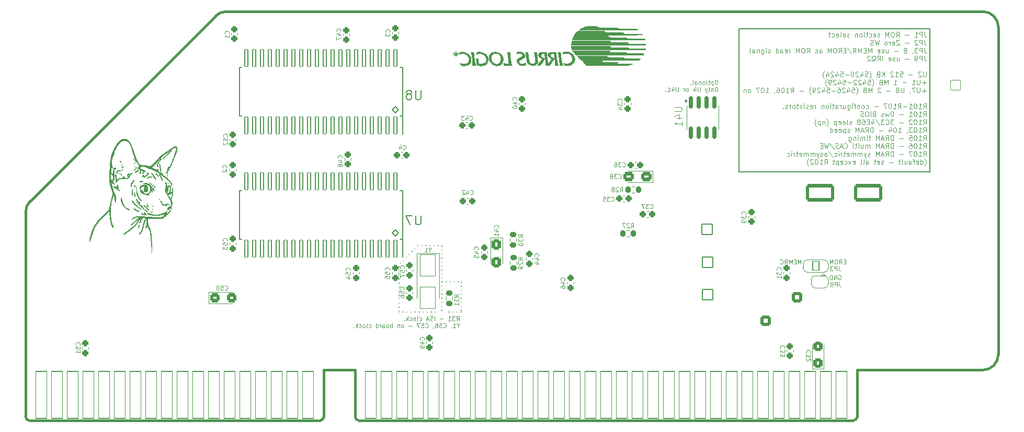
<source format=gbo>
%TF.GenerationSoftware,KiCad,Pcbnew,9.0.0*%
%TF.CreationDate,2025-03-15T00:30:19+03:00*%
%TF.ProjectId,GD542x,47443534-3278-42e6-9b69-6361645f7063,rev?*%
%TF.SameCoordinates,Original*%
%TF.FileFunction,Legend,Bot*%
%TF.FilePolarity,Positive*%
%FSLAX46Y46*%
G04 Gerber Fmt 4.6, Leading zero omitted, Abs format (unit mm)*
G04 Created by KiCad (PCBNEW 9.0.0) date 2025-03-15 00:30:19*
%MOMM*%
%LPD*%
G01*
G04 APERTURE LIST*
G04 Aperture macros list*
%AMRoundRect*
0 Rectangle with rounded corners*
0 $1 Rounding radius*
0 $2 $3 $4 $5 $6 $7 $8 $9 X,Y pos of 4 corners*
0 Add a 4 corners polygon primitive as box body*
4,1,4,$2,$3,$4,$5,$6,$7,$8,$9,$2,$3,0*
0 Add four circle primitives for the rounded corners*
1,1,$1+$1,$2,$3*
1,1,$1+$1,$4,$5*
1,1,$1+$1,$6,$7*
1,1,$1+$1,$8,$9*
0 Add four rect primitives between the rounded corners*
20,1,$1+$1,$2,$3,$4,$5,0*
20,1,$1+$1,$4,$5,$6,$7,0*
20,1,$1+$1,$6,$7,$8,$9,0*
20,1,$1+$1,$8,$9,$2,$3,0*%
%AMFreePoly0*
4,1,39,0.585921,0.785921,0.600800,0.750000,0.600800,-0.750000,0.585921,-0.785921,0.550000,-0.800800,0.000000,-0.800800,-0.010328,-0.796522,-0.065263,-0.796522,-0.078411,-0.794791,-0.204490,-0.761009,-0.216742,-0.755934,-0.329781,-0.690671,-0.340302,-0.682598,-0.432598,-0.590302,-0.440671,-0.579781,-0.505934,-0.466742,-0.511009,-0.454490,-0.544791,-0.328411,-0.546522,-0.315263,-0.546522,-0.260327,
-0.550800,-0.250000,-0.550800,0.250000,-0.546522,0.260327,-0.546522,0.315263,-0.544791,0.328411,-0.511009,0.454490,-0.505934,0.466742,-0.440671,0.579781,-0.432598,0.590302,-0.340302,0.682598,-0.329781,0.690671,-0.216742,0.755934,-0.204490,0.761009,-0.078411,0.794791,-0.065263,0.796522,-0.010328,0.796522,0.000000,0.800800,0.550000,0.800800,0.585921,0.785921,0.585921,0.785921,
$1*%
%AMFreePoly1*
4,1,39,0.010328,0.796522,0.065263,0.796522,0.078411,0.794791,0.204490,0.761009,0.216742,0.755934,0.329781,0.690671,0.340302,0.682598,0.432598,0.590302,0.440671,0.579781,0.505934,0.466742,0.511009,0.454490,0.544791,0.328411,0.546522,0.315263,0.546522,0.260327,0.550800,0.250000,0.550800,-0.250000,0.546522,-0.260327,0.546522,-0.315263,0.544791,-0.328411,0.511009,-0.454490,
0.505934,-0.466742,0.440671,-0.579781,0.432598,-0.590302,0.340302,-0.682598,0.329781,-0.690671,0.216742,-0.755934,0.204490,-0.761009,0.078411,-0.794791,0.065263,-0.796522,0.010328,-0.796522,0.000000,-0.800800,-0.550000,-0.800800,-0.585921,-0.785921,-0.600800,-0.750000,-0.600800,0.750000,-0.585921,0.785921,-0.550000,0.800800,0.000000,0.800800,0.010328,0.796522,0.010328,0.796522,
$1*%
%AMFreePoly2*
4,1,39,0.535921,0.785921,0.550800,0.750000,0.550800,-0.750000,0.535921,-0.785921,0.500000,-0.800800,0.000000,-0.800800,-0.010328,-0.796522,-0.065263,-0.796522,-0.078411,-0.794791,-0.204490,-0.761009,-0.216742,-0.755934,-0.329781,-0.690671,-0.340302,-0.682598,-0.432598,-0.590302,-0.440671,-0.579781,-0.505934,-0.466742,-0.511009,-0.454490,-0.544791,-0.328411,-0.546522,-0.315263,-0.546522,-0.260327,
-0.550800,-0.250000,-0.550800,0.250000,-0.546522,0.260327,-0.546522,0.315263,-0.544791,0.328411,-0.511009,0.454490,-0.505934,0.466742,-0.440671,0.579781,-0.432598,0.590302,-0.340302,0.682598,-0.329781,0.690671,-0.216742,0.755934,-0.204490,0.761009,-0.078411,0.794791,-0.065263,0.796522,-0.010328,0.796522,0.000000,0.800800,0.500000,0.800800,0.535921,0.785921,0.535921,0.785921,
$1*%
%AMFreePoly3*
4,1,39,0.010328,0.796522,0.065263,0.796522,0.078411,0.794791,0.204490,0.761009,0.216742,0.755934,0.329781,0.690671,0.340302,0.682598,0.432598,0.590302,0.440671,0.579781,0.505934,0.466742,0.511009,0.454490,0.544791,0.328411,0.546522,0.315263,0.546522,0.260327,0.550800,0.250000,0.550800,-0.250000,0.546522,-0.260327,0.546522,-0.315263,0.544791,-0.328411,0.511009,-0.454490,
0.505934,-0.466742,0.440671,-0.579781,0.432598,-0.590302,0.340302,-0.682598,0.329781,-0.690671,0.216742,-0.755934,0.204490,-0.761009,0.078411,-0.794791,0.065263,-0.796522,0.010328,-0.796522,0.000000,-0.800800,-0.500000,-0.800800,-0.535921,-0.785921,-0.550800,-0.750000,-0.550800,0.750000,-0.535921,0.785921,-0.500000,0.800800,0.000000,0.800800,0.010328,0.796522,0.010328,0.796522,
$1*%
G04 Aperture macros list end*
%ADD10C,0.155000*%
%ADD11C,0.120000*%
%ADD12C,0.100000*%
%ADD13C,0.150000*%
%ADD14C,0.010000*%
%ADD15RoundRect,0.050800X0.850000X-0.850000X0.850000X0.850000X-0.850000X0.850000X-0.850000X-0.850000X0*%
%ADD16O,1.801600X1.801600*%
%ADD17RoundRect,0.259407X2.041393X1.141393X-2.041393X1.141393X-2.041393X-1.141393X2.041393X-1.141393X0*%
%ADD18RoundRect,0.259407X-2.041393X-1.141393X2.041393X-1.141393X2.041393X1.141393X-2.041393X1.141393X0*%
%ADD19RoundRect,0.050800X-0.890000X-3.810000X0.890000X-3.810000X0.890000X3.810000X-0.890000X3.810000X0*%
%ADD20C,4.101600*%
%ADD21RoundRect,0.050800X0.800000X-0.800000X0.800000X0.800000X-0.800000X0.800000X-0.800000X-0.800000X0*%
%ADD22C,1.701600*%
%ADD23RoundRect,0.265875X0.584925X-0.584925X0.584925X0.584925X-0.584925X0.584925X-0.584925X-0.584925X0*%
%ADD24RoundRect,0.250400X0.275400X-0.250400X0.275400X0.250400X-0.275400X0.250400X-0.275400X-0.250400X0*%
%ADD25RoundRect,0.268815X-0.456985X0.569485X-0.456985X-0.569485X0.456985X-0.569485X0.456985X0.569485X0*%
%ADD26RoundRect,0.250400X-0.275400X0.250400X-0.275400X-0.250400X0.275400X-0.250400X0.275400X0.250400X0*%
%ADD27RoundRect,0.250400X0.250400X0.275400X-0.250400X0.275400X-0.250400X-0.275400X0.250400X-0.275400X0*%
%ADD28RoundRect,0.250400X-0.250400X-0.275400X0.250400X-0.275400X0.250400X0.275400X-0.250400X0.275400X0*%
%ADD29RoundRect,0.225400X0.225400X0.300400X-0.225400X0.300400X-0.225400X-0.300400X0.225400X-0.300400X0*%
%ADD30RoundRect,0.225400X0.300400X-0.225400X0.300400X0.225400X-0.300400X0.225400X-0.300400X-0.225400X0*%
%ADD31RoundRect,0.225400X-0.300400X0.225400X-0.300400X-0.225400X0.300400X-0.225400X0.300400X0.225400X0*%
%ADD32RoundRect,0.268815X-0.481985X-0.456985X0.481985X-0.456985X0.481985X0.456985X-0.481985X0.456985X0*%
%ADD33RoundRect,0.268815X0.456985X-0.481985X0.456985X0.481985X-0.456985X0.481985X-0.456985X-0.481985X0*%
%ADD34RoundRect,0.268815X0.569485X0.456985X-0.569485X0.456985X-0.569485X-0.456985X0.569485X-0.456985X0*%
%ADD35RoundRect,0.050800X0.254000X1.389000X-0.254000X1.389000X-0.254000X-1.389000X0.254000X-1.389000X0*%
%ADD36RoundRect,0.175400X-0.175400X0.850400X-0.175400X-0.850400X0.175400X-0.850400X0.175400X0.850400X0*%
%ADD37FreePoly0,180.000000*%
%ADD38RoundRect,0.050800X0.500000X0.750000X-0.500000X0.750000X-0.500000X-0.750000X0.500000X-0.750000X0*%
%ADD39FreePoly1,180.000000*%
%ADD40FreePoly2,180.000000*%
%ADD41FreePoly3,180.000000*%
%ADD42RoundRect,0.050800X-1.200000X1.750000X-1.200000X-1.750000X1.200000X-1.750000X1.200000X1.750000X0*%
%TA.AperFunction,Profile*%
%ADD43C,0.381000*%
%TD*%
G04 APERTURE END LIST*
D10*
X144195800Y-96697800D02*
X144164800Y-96697800D01*
X143544800Y-96697800D02*
X143513800Y-96697800D01*
X142893800Y-96697800D02*
X142862800Y-96697800D01*
X142242800Y-96697800D02*
X142211800Y-96697800D01*
X137134600Y-85953600D02*
X137112860Y-85975699D01*
X136678062Y-86417684D02*
X136656322Y-86439783D01*
X136221524Y-86881768D02*
X136199784Y-86903867D01*
X135764986Y-87345852D02*
X135743246Y-87367952D01*
X135308448Y-87809936D02*
X135286708Y-87832036D01*
X134851910Y-88274020D02*
X134830170Y-88296120D01*
X134395372Y-88738105D02*
X134373632Y-88760204D01*
X134703000Y-84940000D02*
X134703000Y-87782400D01*
X189204600Y-74015600D02*
X189204600Y-50800000D01*
X189204600Y-50800000D02*
X220065600Y-50800000D01*
X141122400Y-85953600D02*
X141091400Y-85953600D01*
X140471400Y-85953600D02*
X140440400Y-85953600D01*
X139820400Y-85953600D02*
X139789400Y-85953600D01*
X139169400Y-85953600D02*
X139138400Y-85953600D01*
X138518400Y-85953600D02*
X138487400Y-85953600D01*
X137867400Y-85953600D02*
X137836400Y-85953600D01*
X137216400Y-85953600D02*
X137185400Y-85953600D01*
X144195800Y-91821000D02*
X144195800Y-91852000D01*
X144195800Y-92472000D02*
X144195800Y-92503000D01*
X144195800Y-93123000D02*
X144195800Y-93154000D01*
X144195800Y-93774000D02*
X144195800Y-93805000D01*
X144195800Y-94425000D02*
X144195800Y-94456000D01*
X144195800Y-95076000D02*
X144195800Y-95107000D01*
X144195800Y-95727000D02*
X144195800Y-95758000D01*
X144195800Y-96378000D02*
X144195800Y-96409000D01*
X220065600Y-50800000D02*
X220065600Y-74015600D01*
X141122400Y-91821000D02*
X141153400Y-91821000D01*
X141773400Y-91821000D02*
X141804400Y-91821000D01*
X142424400Y-91821000D02*
X142455400Y-91821000D01*
X143075400Y-91821000D02*
X143106400Y-91821000D01*
X143726400Y-91821000D02*
X143757400Y-91821000D01*
X220065600Y-74015600D02*
X189204600Y-74015600D01*
X134112000Y-89357200D02*
X134112000Y-89388200D01*
X134112000Y-90008200D02*
X134112000Y-90039200D01*
X134112000Y-90659200D02*
X134112000Y-90690200D01*
X134112000Y-91310200D02*
X134112000Y-91341200D01*
X134112000Y-91961200D02*
X134112000Y-91992200D01*
X134112000Y-92612200D02*
X134112000Y-92643200D01*
X134112000Y-93263200D02*
X134112000Y-93294200D01*
X134112000Y-93914200D02*
X134112000Y-93945200D01*
X134112000Y-94565200D02*
X134112000Y-94596200D01*
X134112000Y-95216200D02*
X134112000Y-95247200D01*
X134112000Y-95867200D02*
X134112000Y-95898200D01*
X134112000Y-96518200D02*
X134112000Y-96549200D01*
X134112000Y-96723200D02*
X134143000Y-96723200D01*
X134763000Y-96723200D02*
X134794000Y-96723200D01*
X135414000Y-96723200D02*
X135445000Y-96723200D01*
X136065000Y-96723200D02*
X136096000Y-96723200D01*
X136716000Y-96723200D02*
X136747000Y-96723200D01*
X137367000Y-96723200D02*
X137398000Y-96723200D01*
X138018000Y-96723200D02*
X138049000Y-96723200D01*
X138669000Y-96723200D02*
X138700000Y-96723200D01*
X139320000Y-96723200D02*
X139351000Y-96723200D01*
X139971000Y-96723200D02*
X140002000Y-96723200D01*
X141122400Y-85953600D02*
X141122400Y-85984600D01*
X141122400Y-86604600D02*
X141122400Y-86635600D01*
X141122400Y-87255600D02*
X141122400Y-87286600D01*
X141122400Y-87906600D02*
X141122400Y-87937600D01*
X141122400Y-88557600D02*
X141122400Y-88588600D01*
X141122400Y-89208600D02*
X141122400Y-89239600D01*
X141122400Y-89859600D02*
X141122400Y-89890600D01*
X141122400Y-90510600D02*
X141122400Y-90541600D01*
X141122400Y-91161600D02*
X141122400Y-91192600D01*
X141122400Y-91812600D02*
X141122400Y-91843600D01*
X141122400Y-92463600D02*
X141122400Y-92494600D01*
X141122400Y-93114600D02*
X141122400Y-93145600D01*
X141122400Y-93765600D02*
X141122400Y-93796600D01*
X141122400Y-94416600D02*
X141122400Y-94447600D01*
X141122400Y-95067600D02*
X141122400Y-95098600D01*
X141122400Y-95718600D02*
X141122400Y-95749600D01*
X141122400Y-96369600D02*
X141122400Y-96400600D01*
X134693000Y-64974000D02*
X134693000Y-67894200D01*
D11*
X220050176Y-50773669D02*
X220012081Y-50811765D01*
X220012081Y-50811765D02*
X220050176Y-50849860D01*
X220050176Y-50849860D02*
X220088272Y-50811765D01*
X220088272Y-50811765D02*
X220050176Y-50773669D01*
X220050176Y-50773669D02*
X220050176Y-50849860D01*
X189193024Y-50773669D02*
X189154929Y-50811765D01*
X189154929Y-50811765D02*
X189193024Y-50849860D01*
X189193024Y-50849860D02*
X189231120Y-50811765D01*
X189231120Y-50811765D02*
X189193024Y-50773669D01*
X189193024Y-50773669D02*
X189193024Y-50849860D01*
X219212081Y-51337815D02*
X219212081Y-51909243D01*
X219212081Y-51909243D02*
X219250176Y-52023529D01*
X219250176Y-52023529D02*
X219326367Y-52099720D01*
X219326367Y-52099720D02*
X219440652Y-52137815D01*
X219440652Y-52137815D02*
X219516843Y-52137815D01*
X218831128Y-52137815D02*
X218831128Y-51337815D01*
X218831128Y-51337815D02*
X218526366Y-51337815D01*
X218526366Y-51337815D02*
X218450176Y-51375910D01*
X218450176Y-51375910D02*
X218412081Y-51414005D01*
X218412081Y-51414005D02*
X218373985Y-51490196D01*
X218373985Y-51490196D02*
X218373985Y-51604481D01*
X218373985Y-51604481D02*
X218412081Y-51680672D01*
X218412081Y-51680672D02*
X218450176Y-51718767D01*
X218450176Y-51718767D02*
X218526366Y-51756862D01*
X218526366Y-51756862D02*
X218831128Y-51756862D01*
X217612081Y-52137815D02*
X218069224Y-52137815D01*
X217840652Y-52137815D02*
X217840652Y-51337815D01*
X217840652Y-51337815D02*
X217916843Y-51452100D01*
X217916843Y-51452100D02*
X217993033Y-51528291D01*
X217993033Y-51528291D02*
X218069224Y-51566386D01*
X216659699Y-51833053D02*
X216050176Y-51833053D01*
X214602556Y-52137815D02*
X214869223Y-51756862D01*
X215059699Y-52137815D02*
X215059699Y-51337815D01*
X215059699Y-51337815D02*
X214754937Y-51337815D01*
X214754937Y-51337815D02*
X214678747Y-51375910D01*
X214678747Y-51375910D02*
X214640652Y-51414005D01*
X214640652Y-51414005D02*
X214602556Y-51490196D01*
X214602556Y-51490196D02*
X214602556Y-51604481D01*
X214602556Y-51604481D02*
X214640652Y-51680672D01*
X214640652Y-51680672D02*
X214678747Y-51718767D01*
X214678747Y-51718767D02*
X214754937Y-51756862D01*
X214754937Y-51756862D02*
X215059699Y-51756862D01*
X214107318Y-51337815D02*
X213954937Y-51337815D01*
X213954937Y-51337815D02*
X213878747Y-51375910D01*
X213878747Y-51375910D02*
X213802556Y-51452100D01*
X213802556Y-51452100D02*
X213764461Y-51604481D01*
X213764461Y-51604481D02*
X213764461Y-51871148D01*
X213764461Y-51871148D02*
X213802556Y-52023529D01*
X213802556Y-52023529D02*
X213878747Y-52099720D01*
X213878747Y-52099720D02*
X213954937Y-52137815D01*
X213954937Y-52137815D02*
X214107318Y-52137815D01*
X214107318Y-52137815D02*
X214183509Y-52099720D01*
X214183509Y-52099720D02*
X214259699Y-52023529D01*
X214259699Y-52023529D02*
X214297795Y-51871148D01*
X214297795Y-51871148D02*
X214297795Y-51604481D01*
X214297795Y-51604481D02*
X214259699Y-51452100D01*
X214259699Y-51452100D02*
X214183509Y-51375910D01*
X214183509Y-51375910D02*
X214107318Y-51337815D01*
X213421604Y-52137815D02*
X213421604Y-51337815D01*
X213421604Y-51337815D02*
X213154938Y-51909243D01*
X213154938Y-51909243D02*
X212888271Y-51337815D01*
X212888271Y-51337815D02*
X212888271Y-52137815D01*
X211935890Y-52099720D02*
X211859699Y-52137815D01*
X211859699Y-52137815D02*
X211707318Y-52137815D01*
X211707318Y-52137815D02*
X211631128Y-52099720D01*
X211631128Y-52099720D02*
X211593032Y-52023529D01*
X211593032Y-52023529D02*
X211593032Y-51985434D01*
X211593032Y-51985434D02*
X211631128Y-51909243D01*
X211631128Y-51909243D02*
X211707318Y-51871148D01*
X211707318Y-51871148D02*
X211821604Y-51871148D01*
X211821604Y-51871148D02*
X211897794Y-51833053D01*
X211897794Y-51833053D02*
X211935890Y-51756862D01*
X211935890Y-51756862D02*
X211935890Y-51718767D01*
X211935890Y-51718767D02*
X211897794Y-51642577D01*
X211897794Y-51642577D02*
X211821604Y-51604481D01*
X211821604Y-51604481D02*
X211707318Y-51604481D01*
X211707318Y-51604481D02*
X211631128Y-51642577D01*
X210945413Y-52099720D02*
X211021604Y-52137815D01*
X211021604Y-52137815D02*
X211173985Y-52137815D01*
X211173985Y-52137815D02*
X211250175Y-52099720D01*
X211250175Y-52099720D02*
X211288271Y-52023529D01*
X211288271Y-52023529D02*
X211288271Y-51718767D01*
X211288271Y-51718767D02*
X211250175Y-51642577D01*
X211250175Y-51642577D02*
X211173985Y-51604481D01*
X211173985Y-51604481D02*
X211021604Y-51604481D01*
X211021604Y-51604481D02*
X210945413Y-51642577D01*
X210945413Y-51642577D02*
X210907318Y-51718767D01*
X210907318Y-51718767D02*
X210907318Y-51794958D01*
X210907318Y-51794958D02*
X211288271Y-51871148D01*
X210221604Y-52099720D02*
X210297795Y-52137815D01*
X210297795Y-52137815D02*
X210450176Y-52137815D01*
X210450176Y-52137815D02*
X210526366Y-52099720D01*
X210526366Y-52099720D02*
X210564461Y-52061624D01*
X210564461Y-52061624D02*
X210602557Y-51985434D01*
X210602557Y-51985434D02*
X210602557Y-51756862D01*
X210602557Y-51756862D02*
X210564461Y-51680672D01*
X210564461Y-51680672D02*
X210526366Y-51642577D01*
X210526366Y-51642577D02*
X210450176Y-51604481D01*
X210450176Y-51604481D02*
X210297795Y-51604481D01*
X210297795Y-51604481D02*
X210221604Y-51642577D01*
X209993033Y-51604481D02*
X209688271Y-51604481D01*
X209878747Y-51337815D02*
X209878747Y-52023529D01*
X209878747Y-52023529D02*
X209840652Y-52099720D01*
X209840652Y-52099720D02*
X209764462Y-52137815D01*
X209764462Y-52137815D02*
X209688271Y-52137815D01*
X209421604Y-52137815D02*
X209421604Y-51604481D01*
X209421604Y-51337815D02*
X209459700Y-51375910D01*
X209459700Y-51375910D02*
X209421604Y-51414005D01*
X209421604Y-51414005D02*
X209383509Y-51375910D01*
X209383509Y-51375910D02*
X209421604Y-51337815D01*
X209421604Y-51337815D02*
X209421604Y-51414005D01*
X208926367Y-52137815D02*
X209002557Y-52099720D01*
X209002557Y-52099720D02*
X209040652Y-52061624D01*
X209040652Y-52061624D02*
X209078748Y-51985434D01*
X209078748Y-51985434D02*
X209078748Y-51756862D01*
X209078748Y-51756862D02*
X209040652Y-51680672D01*
X209040652Y-51680672D02*
X209002557Y-51642577D01*
X209002557Y-51642577D02*
X208926367Y-51604481D01*
X208926367Y-51604481D02*
X208812081Y-51604481D01*
X208812081Y-51604481D02*
X208735890Y-51642577D01*
X208735890Y-51642577D02*
X208697795Y-51680672D01*
X208697795Y-51680672D02*
X208659700Y-51756862D01*
X208659700Y-51756862D02*
X208659700Y-51985434D01*
X208659700Y-51985434D02*
X208697795Y-52061624D01*
X208697795Y-52061624D02*
X208735890Y-52099720D01*
X208735890Y-52099720D02*
X208812081Y-52137815D01*
X208812081Y-52137815D02*
X208926367Y-52137815D01*
X208316842Y-51604481D02*
X208316842Y-52137815D01*
X208316842Y-51680672D02*
X208278747Y-51642577D01*
X208278747Y-51642577D02*
X208202557Y-51604481D01*
X208202557Y-51604481D02*
X208088271Y-51604481D01*
X208088271Y-51604481D02*
X208012080Y-51642577D01*
X208012080Y-51642577D02*
X207973985Y-51718767D01*
X207973985Y-51718767D02*
X207973985Y-52137815D01*
X207021604Y-52099720D02*
X206945413Y-52137815D01*
X206945413Y-52137815D02*
X206793032Y-52137815D01*
X206793032Y-52137815D02*
X206716842Y-52099720D01*
X206716842Y-52099720D02*
X206678746Y-52023529D01*
X206678746Y-52023529D02*
X206678746Y-51985434D01*
X206678746Y-51985434D02*
X206716842Y-51909243D01*
X206716842Y-51909243D02*
X206793032Y-51871148D01*
X206793032Y-51871148D02*
X206907318Y-51871148D01*
X206907318Y-51871148D02*
X206983508Y-51833053D01*
X206983508Y-51833053D02*
X207021604Y-51756862D01*
X207021604Y-51756862D02*
X207021604Y-51718767D01*
X207021604Y-51718767D02*
X206983508Y-51642577D01*
X206983508Y-51642577D02*
X206907318Y-51604481D01*
X206907318Y-51604481D02*
X206793032Y-51604481D01*
X206793032Y-51604481D02*
X206716842Y-51642577D01*
X206031127Y-52099720D02*
X206107318Y-52137815D01*
X206107318Y-52137815D02*
X206259699Y-52137815D01*
X206259699Y-52137815D02*
X206335889Y-52099720D01*
X206335889Y-52099720D02*
X206373985Y-52023529D01*
X206373985Y-52023529D02*
X206373985Y-51718767D01*
X206373985Y-51718767D02*
X206335889Y-51642577D01*
X206335889Y-51642577D02*
X206259699Y-51604481D01*
X206259699Y-51604481D02*
X206107318Y-51604481D01*
X206107318Y-51604481D02*
X206031127Y-51642577D01*
X206031127Y-51642577D02*
X205993032Y-51718767D01*
X205993032Y-51718767D02*
X205993032Y-51794958D01*
X205993032Y-51794958D02*
X206373985Y-51871148D01*
X205535890Y-52137815D02*
X205612080Y-52099720D01*
X205612080Y-52099720D02*
X205650175Y-52023529D01*
X205650175Y-52023529D02*
X205650175Y-51337815D01*
X204926365Y-52099720D02*
X205002556Y-52137815D01*
X205002556Y-52137815D02*
X205154937Y-52137815D01*
X205154937Y-52137815D02*
X205231127Y-52099720D01*
X205231127Y-52099720D02*
X205269223Y-52023529D01*
X205269223Y-52023529D02*
X205269223Y-51718767D01*
X205269223Y-51718767D02*
X205231127Y-51642577D01*
X205231127Y-51642577D02*
X205154937Y-51604481D01*
X205154937Y-51604481D02*
X205002556Y-51604481D01*
X205002556Y-51604481D02*
X204926365Y-51642577D01*
X204926365Y-51642577D02*
X204888270Y-51718767D01*
X204888270Y-51718767D02*
X204888270Y-51794958D01*
X204888270Y-51794958D02*
X205269223Y-51871148D01*
X204202556Y-52099720D02*
X204278747Y-52137815D01*
X204278747Y-52137815D02*
X204431128Y-52137815D01*
X204431128Y-52137815D02*
X204507318Y-52099720D01*
X204507318Y-52099720D02*
X204545413Y-52061624D01*
X204545413Y-52061624D02*
X204583509Y-51985434D01*
X204583509Y-51985434D02*
X204583509Y-51756862D01*
X204583509Y-51756862D02*
X204545413Y-51680672D01*
X204545413Y-51680672D02*
X204507318Y-51642577D01*
X204507318Y-51642577D02*
X204431128Y-51604481D01*
X204431128Y-51604481D02*
X204278747Y-51604481D01*
X204278747Y-51604481D02*
X204202556Y-51642577D01*
X203973985Y-51604481D02*
X203669223Y-51604481D01*
X203859699Y-51337815D02*
X203859699Y-52023529D01*
X203859699Y-52023529D02*
X203821604Y-52099720D01*
X203821604Y-52099720D02*
X203745414Y-52137815D01*
X203745414Y-52137815D02*
X203669223Y-52137815D01*
X219212081Y-52625770D02*
X219212081Y-53197198D01*
X219212081Y-53197198D02*
X219250176Y-53311484D01*
X219250176Y-53311484D02*
X219326367Y-53387675D01*
X219326367Y-53387675D02*
X219440652Y-53425770D01*
X219440652Y-53425770D02*
X219516843Y-53425770D01*
X218831128Y-53425770D02*
X218831128Y-52625770D01*
X218831128Y-52625770D02*
X218526366Y-52625770D01*
X218526366Y-52625770D02*
X218450176Y-52663865D01*
X218450176Y-52663865D02*
X218412081Y-52701960D01*
X218412081Y-52701960D02*
X218373985Y-52778151D01*
X218373985Y-52778151D02*
X218373985Y-52892436D01*
X218373985Y-52892436D02*
X218412081Y-52968627D01*
X218412081Y-52968627D02*
X218450176Y-53006722D01*
X218450176Y-53006722D02*
X218526366Y-53044817D01*
X218526366Y-53044817D02*
X218831128Y-53044817D01*
X218069224Y-52701960D02*
X218031128Y-52663865D01*
X218031128Y-52663865D02*
X217954938Y-52625770D01*
X217954938Y-52625770D02*
X217764462Y-52625770D01*
X217764462Y-52625770D02*
X217688271Y-52663865D01*
X217688271Y-52663865D02*
X217650176Y-52701960D01*
X217650176Y-52701960D02*
X217612081Y-52778151D01*
X217612081Y-52778151D02*
X217612081Y-52854341D01*
X217612081Y-52854341D02*
X217650176Y-52968627D01*
X217650176Y-52968627D02*
X218107319Y-53425770D01*
X218107319Y-53425770D02*
X217612081Y-53425770D01*
X216659699Y-53121008D02*
X216050176Y-53121008D01*
X215135890Y-52625770D02*
X214602556Y-52625770D01*
X214602556Y-52625770D02*
X215135890Y-53425770D01*
X215135890Y-53425770D02*
X214602556Y-53425770D01*
X213993032Y-53387675D02*
X214069223Y-53425770D01*
X214069223Y-53425770D02*
X214221604Y-53425770D01*
X214221604Y-53425770D02*
X214297794Y-53387675D01*
X214297794Y-53387675D02*
X214335890Y-53311484D01*
X214335890Y-53311484D02*
X214335890Y-53006722D01*
X214335890Y-53006722D02*
X214297794Y-52930532D01*
X214297794Y-52930532D02*
X214221604Y-52892436D01*
X214221604Y-52892436D02*
X214069223Y-52892436D01*
X214069223Y-52892436D02*
X213993032Y-52930532D01*
X213993032Y-52930532D02*
X213954937Y-53006722D01*
X213954937Y-53006722D02*
X213954937Y-53082913D01*
X213954937Y-53082913D02*
X214335890Y-53159103D01*
X213612080Y-53425770D02*
X213612080Y-52892436D01*
X213612080Y-53044817D02*
X213573985Y-52968627D01*
X213573985Y-52968627D02*
X213535890Y-52930532D01*
X213535890Y-52930532D02*
X213459699Y-52892436D01*
X213459699Y-52892436D02*
X213383509Y-52892436D01*
X213002557Y-53425770D02*
X213078747Y-53387675D01*
X213078747Y-53387675D02*
X213116842Y-53349579D01*
X213116842Y-53349579D02*
X213154938Y-53273389D01*
X213154938Y-53273389D02*
X213154938Y-53044817D01*
X213154938Y-53044817D02*
X213116842Y-52968627D01*
X213116842Y-52968627D02*
X213078747Y-52930532D01*
X213078747Y-52930532D02*
X213002557Y-52892436D01*
X213002557Y-52892436D02*
X212888271Y-52892436D01*
X212888271Y-52892436D02*
X212812080Y-52930532D01*
X212812080Y-52930532D02*
X212773985Y-52968627D01*
X212773985Y-52968627D02*
X212735890Y-53044817D01*
X212735890Y-53044817D02*
X212735890Y-53273389D01*
X212735890Y-53273389D02*
X212773985Y-53349579D01*
X212773985Y-53349579D02*
X212812080Y-53387675D01*
X212812080Y-53387675D02*
X212888271Y-53425770D01*
X212888271Y-53425770D02*
X213002557Y-53425770D01*
X211859699Y-52625770D02*
X211669223Y-53425770D01*
X211669223Y-53425770D02*
X211516842Y-52854341D01*
X211516842Y-52854341D02*
X211364461Y-53425770D01*
X211364461Y-53425770D02*
X211173985Y-52625770D01*
X210907318Y-53387675D02*
X210793032Y-53425770D01*
X210793032Y-53425770D02*
X210602556Y-53425770D01*
X210602556Y-53425770D02*
X210526365Y-53387675D01*
X210526365Y-53387675D02*
X210488270Y-53349579D01*
X210488270Y-53349579D02*
X210450175Y-53273389D01*
X210450175Y-53273389D02*
X210450175Y-53197198D01*
X210450175Y-53197198D02*
X210488270Y-53121008D01*
X210488270Y-53121008D02*
X210526365Y-53082913D01*
X210526365Y-53082913D02*
X210602556Y-53044817D01*
X210602556Y-53044817D02*
X210754937Y-53006722D01*
X210754937Y-53006722D02*
X210831127Y-52968627D01*
X210831127Y-52968627D02*
X210869222Y-52930532D01*
X210869222Y-52930532D02*
X210907318Y-52854341D01*
X210907318Y-52854341D02*
X210907318Y-52778151D01*
X210907318Y-52778151D02*
X210869222Y-52701960D01*
X210869222Y-52701960D02*
X210831127Y-52663865D01*
X210831127Y-52663865D02*
X210754937Y-52625770D01*
X210754937Y-52625770D02*
X210564460Y-52625770D01*
X210564460Y-52625770D02*
X210450175Y-52663865D01*
X219212081Y-53913725D02*
X219212081Y-54485153D01*
X219212081Y-54485153D02*
X219250176Y-54599439D01*
X219250176Y-54599439D02*
X219326367Y-54675630D01*
X219326367Y-54675630D02*
X219440652Y-54713725D01*
X219440652Y-54713725D02*
X219516843Y-54713725D01*
X218831128Y-54713725D02*
X218831128Y-53913725D01*
X218831128Y-53913725D02*
X218526366Y-53913725D01*
X218526366Y-53913725D02*
X218450176Y-53951820D01*
X218450176Y-53951820D02*
X218412081Y-53989915D01*
X218412081Y-53989915D02*
X218373985Y-54066106D01*
X218373985Y-54066106D02*
X218373985Y-54180391D01*
X218373985Y-54180391D02*
X218412081Y-54256582D01*
X218412081Y-54256582D02*
X218450176Y-54294677D01*
X218450176Y-54294677D02*
X218526366Y-54332772D01*
X218526366Y-54332772D02*
X218831128Y-54332772D01*
X218107319Y-53913725D02*
X217612081Y-53913725D01*
X217612081Y-53913725D02*
X217878747Y-54218487D01*
X217878747Y-54218487D02*
X217764462Y-54218487D01*
X217764462Y-54218487D02*
X217688271Y-54256582D01*
X217688271Y-54256582D02*
X217650176Y-54294677D01*
X217650176Y-54294677D02*
X217612081Y-54370868D01*
X217612081Y-54370868D02*
X217612081Y-54561344D01*
X217612081Y-54561344D02*
X217650176Y-54637534D01*
X217650176Y-54637534D02*
X217688271Y-54675630D01*
X217688271Y-54675630D02*
X217764462Y-54713725D01*
X217764462Y-54713725D02*
X217993033Y-54713725D01*
X217993033Y-54713725D02*
X218069224Y-54675630D01*
X218069224Y-54675630D02*
X218107319Y-54637534D01*
X217231128Y-54675630D02*
X217231128Y-54713725D01*
X217231128Y-54713725D02*
X217269223Y-54789915D01*
X217269223Y-54789915D02*
X217307319Y-54828010D01*
X216164462Y-54256582D02*
X216240652Y-54218487D01*
X216240652Y-54218487D02*
X216278747Y-54180391D01*
X216278747Y-54180391D02*
X216316843Y-54104201D01*
X216316843Y-54104201D02*
X216316843Y-54066106D01*
X216316843Y-54066106D02*
X216278747Y-53989915D01*
X216278747Y-53989915D02*
X216240652Y-53951820D01*
X216240652Y-53951820D02*
X216164462Y-53913725D01*
X216164462Y-53913725D02*
X216012081Y-53913725D01*
X216012081Y-53913725D02*
X215935890Y-53951820D01*
X215935890Y-53951820D02*
X215897795Y-53989915D01*
X215897795Y-53989915D02*
X215859700Y-54066106D01*
X215859700Y-54066106D02*
X215859700Y-54104201D01*
X215859700Y-54104201D02*
X215897795Y-54180391D01*
X215897795Y-54180391D02*
X215935890Y-54218487D01*
X215935890Y-54218487D02*
X216012081Y-54256582D01*
X216012081Y-54256582D02*
X216164462Y-54256582D01*
X216164462Y-54256582D02*
X216240652Y-54294677D01*
X216240652Y-54294677D02*
X216278747Y-54332772D01*
X216278747Y-54332772D02*
X216316843Y-54408963D01*
X216316843Y-54408963D02*
X216316843Y-54561344D01*
X216316843Y-54561344D02*
X216278747Y-54637534D01*
X216278747Y-54637534D02*
X216240652Y-54675630D01*
X216240652Y-54675630D02*
X216164462Y-54713725D01*
X216164462Y-54713725D02*
X216012081Y-54713725D01*
X216012081Y-54713725D02*
X215935890Y-54675630D01*
X215935890Y-54675630D02*
X215897795Y-54637534D01*
X215897795Y-54637534D02*
X215859700Y-54561344D01*
X215859700Y-54561344D02*
X215859700Y-54408963D01*
X215859700Y-54408963D02*
X215897795Y-54332772D01*
X215897795Y-54332772D02*
X215935890Y-54294677D01*
X215935890Y-54294677D02*
X216012081Y-54256582D01*
X214907318Y-54408963D02*
X214297795Y-54408963D01*
X212964461Y-54180391D02*
X212964461Y-54713725D01*
X213307318Y-54180391D02*
X213307318Y-54599439D01*
X213307318Y-54599439D02*
X213269223Y-54675630D01*
X213269223Y-54675630D02*
X213193033Y-54713725D01*
X213193033Y-54713725D02*
X213078747Y-54713725D01*
X213078747Y-54713725D02*
X213002556Y-54675630D01*
X213002556Y-54675630D02*
X212964461Y-54637534D01*
X212621604Y-54675630D02*
X212545413Y-54713725D01*
X212545413Y-54713725D02*
X212393032Y-54713725D01*
X212393032Y-54713725D02*
X212316842Y-54675630D01*
X212316842Y-54675630D02*
X212278746Y-54599439D01*
X212278746Y-54599439D02*
X212278746Y-54561344D01*
X212278746Y-54561344D02*
X212316842Y-54485153D01*
X212316842Y-54485153D02*
X212393032Y-54447058D01*
X212393032Y-54447058D02*
X212507318Y-54447058D01*
X212507318Y-54447058D02*
X212583508Y-54408963D01*
X212583508Y-54408963D02*
X212621604Y-54332772D01*
X212621604Y-54332772D02*
X212621604Y-54294677D01*
X212621604Y-54294677D02*
X212583508Y-54218487D01*
X212583508Y-54218487D02*
X212507318Y-54180391D01*
X212507318Y-54180391D02*
X212393032Y-54180391D01*
X212393032Y-54180391D02*
X212316842Y-54218487D01*
X211631127Y-54675630D02*
X211707318Y-54713725D01*
X211707318Y-54713725D02*
X211859699Y-54713725D01*
X211859699Y-54713725D02*
X211935889Y-54675630D01*
X211935889Y-54675630D02*
X211973985Y-54599439D01*
X211973985Y-54599439D02*
X211973985Y-54294677D01*
X211973985Y-54294677D02*
X211935889Y-54218487D01*
X211935889Y-54218487D02*
X211859699Y-54180391D01*
X211859699Y-54180391D02*
X211707318Y-54180391D01*
X211707318Y-54180391D02*
X211631127Y-54218487D01*
X211631127Y-54218487D02*
X211593032Y-54294677D01*
X211593032Y-54294677D02*
X211593032Y-54370868D01*
X211593032Y-54370868D02*
X211973985Y-54447058D01*
X210640651Y-54713725D02*
X210640651Y-53913725D01*
X210640651Y-53913725D02*
X210373985Y-54485153D01*
X210373985Y-54485153D02*
X210107318Y-53913725D01*
X210107318Y-53913725D02*
X210107318Y-54713725D01*
X209726365Y-54294677D02*
X209459699Y-54294677D01*
X209345413Y-54713725D02*
X209726365Y-54713725D01*
X209726365Y-54713725D02*
X209726365Y-53913725D01*
X209726365Y-53913725D02*
X209345413Y-53913725D01*
X209002555Y-54713725D02*
X209002555Y-53913725D01*
X209002555Y-53913725D02*
X208735889Y-54485153D01*
X208735889Y-54485153D02*
X208469222Y-53913725D01*
X208469222Y-53913725D02*
X208469222Y-54713725D01*
X207631126Y-54713725D02*
X207897793Y-54332772D01*
X208088269Y-54713725D02*
X208088269Y-53913725D01*
X208088269Y-53913725D02*
X207783507Y-53913725D01*
X207783507Y-53913725D02*
X207707317Y-53951820D01*
X207707317Y-53951820D02*
X207669222Y-53989915D01*
X207669222Y-53989915D02*
X207631126Y-54066106D01*
X207631126Y-54066106D02*
X207631126Y-54180391D01*
X207631126Y-54180391D02*
X207669222Y-54256582D01*
X207669222Y-54256582D02*
X207707317Y-54294677D01*
X207707317Y-54294677D02*
X207783507Y-54332772D01*
X207783507Y-54332772D02*
X208088269Y-54332772D01*
X206716841Y-53875630D02*
X207402555Y-54904201D01*
X206450174Y-54294677D02*
X206183508Y-54294677D01*
X206069222Y-54713725D02*
X206450174Y-54713725D01*
X206450174Y-54713725D02*
X206450174Y-53913725D01*
X206450174Y-53913725D02*
X206069222Y-53913725D01*
X205269221Y-54713725D02*
X205535888Y-54332772D01*
X205726364Y-54713725D02*
X205726364Y-53913725D01*
X205726364Y-53913725D02*
X205421602Y-53913725D01*
X205421602Y-53913725D02*
X205345412Y-53951820D01*
X205345412Y-53951820D02*
X205307317Y-53989915D01*
X205307317Y-53989915D02*
X205269221Y-54066106D01*
X205269221Y-54066106D02*
X205269221Y-54180391D01*
X205269221Y-54180391D02*
X205307317Y-54256582D01*
X205307317Y-54256582D02*
X205345412Y-54294677D01*
X205345412Y-54294677D02*
X205421602Y-54332772D01*
X205421602Y-54332772D02*
X205726364Y-54332772D01*
X204773983Y-53913725D02*
X204621602Y-53913725D01*
X204621602Y-53913725D02*
X204545412Y-53951820D01*
X204545412Y-53951820D02*
X204469221Y-54028010D01*
X204469221Y-54028010D02*
X204431126Y-54180391D01*
X204431126Y-54180391D02*
X204431126Y-54447058D01*
X204431126Y-54447058D02*
X204469221Y-54599439D01*
X204469221Y-54599439D02*
X204545412Y-54675630D01*
X204545412Y-54675630D02*
X204621602Y-54713725D01*
X204621602Y-54713725D02*
X204773983Y-54713725D01*
X204773983Y-54713725D02*
X204850174Y-54675630D01*
X204850174Y-54675630D02*
X204926364Y-54599439D01*
X204926364Y-54599439D02*
X204964460Y-54447058D01*
X204964460Y-54447058D02*
X204964460Y-54180391D01*
X204964460Y-54180391D02*
X204926364Y-54028010D01*
X204926364Y-54028010D02*
X204850174Y-53951820D01*
X204850174Y-53951820D02*
X204773983Y-53913725D01*
X204088269Y-54713725D02*
X204088269Y-53913725D01*
X204088269Y-53913725D02*
X203821603Y-54485153D01*
X203821603Y-54485153D02*
X203554936Y-53913725D01*
X203554936Y-53913725D02*
X203554936Y-54713725D01*
X202221602Y-54713725D02*
X202221602Y-54294677D01*
X202221602Y-54294677D02*
X202259697Y-54218487D01*
X202259697Y-54218487D02*
X202335888Y-54180391D01*
X202335888Y-54180391D02*
X202488269Y-54180391D01*
X202488269Y-54180391D02*
X202564459Y-54218487D01*
X202221602Y-54675630D02*
X202297793Y-54713725D01*
X202297793Y-54713725D02*
X202488269Y-54713725D01*
X202488269Y-54713725D02*
X202564459Y-54675630D01*
X202564459Y-54675630D02*
X202602555Y-54599439D01*
X202602555Y-54599439D02*
X202602555Y-54523249D01*
X202602555Y-54523249D02*
X202564459Y-54447058D01*
X202564459Y-54447058D02*
X202488269Y-54408963D01*
X202488269Y-54408963D02*
X202297793Y-54408963D01*
X202297793Y-54408963D02*
X202221602Y-54370868D01*
X201878745Y-54675630D02*
X201802554Y-54713725D01*
X201802554Y-54713725D02*
X201650173Y-54713725D01*
X201650173Y-54713725D02*
X201573983Y-54675630D01*
X201573983Y-54675630D02*
X201535887Y-54599439D01*
X201535887Y-54599439D02*
X201535887Y-54561344D01*
X201535887Y-54561344D02*
X201573983Y-54485153D01*
X201573983Y-54485153D02*
X201650173Y-54447058D01*
X201650173Y-54447058D02*
X201764459Y-54447058D01*
X201764459Y-54447058D02*
X201840649Y-54408963D01*
X201840649Y-54408963D02*
X201878745Y-54332772D01*
X201878745Y-54332772D02*
X201878745Y-54294677D01*
X201878745Y-54294677D02*
X201840649Y-54218487D01*
X201840649Y-54218487D02*
X201764459Y-54180391D01*
X201764459Y-54180391D02*
X201650173Y-54180391D01*
X201650173Y-54180391D02*
X201573983Y-54218487D01*
X200126363Y-54713725D02*
X200393030Y-54332772D01*
X200583506Y-54713725D02*
X200583506Y-53913725D01*
X200583506Y-53913725D02*
X200278744Y-53913725D01*
X200278744Y-53913725D02*
X200202554Y-53951820D01*
X200202554Y-53951820D02*
X200164459Y-53989915D01*
X200164459Y-53989915D02*
X200126363Y-54066106D01*
X200126363Y-54066106D02*
X200126363Y-54180391D01*
X200126363Y-54180391D02*
X200164459Y-54256582D01*
X200164459Y-54256582D02*
X200202554Y-54294677D01*
X200202554Y-54294677D02*
X200278744Y-54332772D01*
X200278744Y-54332772D02*
X200583506Y-54332772D01*
X199631125Y-53913725D02*
X199478744Y-53913725D01*
X199478744Y-53913725D02*
X199402554Y-53951820D01*
X199402554Y-53951820D02*
X199326363Y-54028010D01*
X199326363Y-54028010D02*
X199288268Y-54180391D01*
X199288268Y-54180391D02*
X199288268Y-54447058D01*
X199288268Y-54447058D02*
X199326363Y-54599439D01*
X199326363Y-54599439D02*
X199402554Y-54675630D01*
X199402554Y-54675630D02*
X199478744Y-54713725D01*
X199478744Y-54713725D02*
X199631125Y-54713725D01*
X199631125Y-54713725D02*
X199707316Y-54675630D01*
X199707316Y-54675630D02*
X199783506Y-54599439D01*
X199783506Y-54599439D02*
X199821602Y-54447058D01*
X199821602Y-54447058D02*
X199821602Y-54180391D01*
X199821602Y-54180391D02*
X199783506Y-54028010D01*
X199783506Y-54028010D02*
X199707316Y-53951820D01*
X199707316Y-53951820D02*
X199631125Y-53913725D01*
X198945411Y-54713725D02*
X198945411Y-53913725D01*
X198945411Y-53913725D02*
X198678745Y-54485153D01*
X198678745Y-54485153D02*
X198412078Y-53913725D01*
X198412078Y-53913725D02*
X198412078Y-54713725D01*
X197421601Y-54713725D02*
X197421601Y-54180391D01*
X197421601Y-54332772D02*
X197383506Y-54256582D01*
X197383506Y-54256582D02*
X197345411Y-54218487D01*
X197345411Y-54218487D02*
X197269220Y-54180391D01*
X197269220Y-54180391D02*
X197193030Y-54180391D01*
X196621601Y-54675630D02*
X196697792Y-54713725D01*
X196697792Y-54713725D02*
X196850173Y-54713725D01*
X196850173Y-54713725D02*
X196926363Y-54675630D01*
X196926363Y-54675630D02*
X196964459Y-54599439D01*
X196964459Y-54599439D02*
X196964459Y-54294677D01*
X196964459Y-54294677D02*
X196926363Y-54218487D01*
X196926363Y-54218487D02*
X196850173Y-54180391D01*
X196850173Y-54180391D02*
X196697792Y-54180391D01*
X196697792Y-54180391D02*
X196621601Y-54218487D01*
X196621601Y-54218487D02*
X196583506Y-54294677D01*
X196583506Y-54294677D02*
X196583506Y-54370868D01*
X196583506Y-54370868D02*
X196964459Y-54447058D01*
X195897792Y-54713725D02*
X195897792Y-54294677D01*
X195897792Y-54294677D02*
X195935887Y-54218487D01*
X195935887Y-54218487D02*
X196012078Y-54180391D01*
X196012078Y-54180391D02*
X196164459Y-54180391D01*
X196164459Y-54180391D02*
X196240649Y-54218487D01*
X195897792Y-54675630D02*
X195973983Y-54713725D01*
X195973983Y-54713725D02*
X196164459Y-54713725D01*
X196164459Y-54713725D02*
X196240649Y-54675630D01*
X196240649Y-54675630D02*
X196278745Y-54599439D01*
X196278745Y-54599439D02*
X196278745Y-54523249D01*
X196278745Y-54523249D02*
X196240649Y-54447058D01*
X196240649Y-54447058D02*
X196164459Y-54408963D01*
X196164459Y-54408963D02*
X195973983Y-54408963D01*
X195973983Y-54408963D02*
X195897792Y-54370868D01*
X195173982Y-54713725D02*
X195173982Y-53913725D01*
X195173982Y-54675630D02*
X195250173Y-54713725D01*
X195250173Y-54713725D02*
X195402554Y-54713725D01*
X195402554Y-54713725D02*
X195478744Y-54675630D01*
X195478744Y-54675630D02*
X195516839Y-54637534D01*
X195516839Y-54637534D02*
X195554935Y-54561344D01*
X195554935Y-54561344D02*
X195554935Y-54332772D01*
X195554935Y-54332772D02*
X195516839Y-54256582D01*
X195516839Y-54256582D02*
X195478744Y-54218487D01*
X195478744Y-54218487D02*
X195402554Y-54180391D01*
X195402554Y-54180391D02*
X195250173Y-54180391D01*
X195250173Y-54180391D02*
X195173982Y-54218487D01*
X194221601Y-54675630D02*
X194145410Y-54713725D01*
X194145410Y-54713725D02*
X193993029Y-54713725D01*
X193993029Y-54713725D02*
X193916839Y-54675630D01*
X193916839Y-54675630D02*
X193878743Y-54599439D01*
X193878743Y-54599439D02*
X193878743Y-54561344D01*
X193878743Y-54561344D02*
X193916839Y-54485153D01*
X193916839Y-54485153D02*
X193993029Y-54447058D01*
X193993029Y-54447058D02*
X194107315Y-54447058D01*
X194107315Y-54447058D02*
X194183505Y-54408963D01*
X194183505Y-54408963D02*
X194221601Y-54332772D01*
X194221601Y-54332772D02*
X194221601Y-54294677D01*
X194221601Y-54294677D02*
X194183505Y-54218487D01*
X194183505Y-54218487D02*
X194107315Y-54180391D01*
X194107315Y-54180391D02*
X193993029Y-54180391D01*
X193993029Y-54180391D02*
X193916839Y-54218487D01*
X193535886Y-54713725D02*
X193535886Y-54180391D01*
X193535886Y-53913725D02*
X193573982Y-53951820D01*
X193573982Y-53951820D02*
X193535886Y-53989915D01*
X193535886Y-53989915D02*
X193497791Y-53951820D01*
X193497791Y-53951820D02*
X193535886Y-53913725D01*
X193535886Y-53913725D02*
X193535886Y-53989915D01*
X192812077Y-54180391D02*
X192812077Y-54828010D01*
X192812077Y-54828010D02*
X192850172Y-54904201D01*
X192850172Y-54904201D02*
X192888268Y-54942296D01*
X192888268Y-54942296D02*
X192964458Y-54980391D01*
X192964458Y-54980391D02*
X193078744Y-54980391D01*
X193078744Y-54980391D02*
X193154934Y-54942296D01*
X192812077Y-54675630D02*
X192888268Y-54713725D01*
X192888268Y-54713725D02*
X193040649Y-54713725D01*
X193040649Y-54713725D02*
X193116839Y-54675630D01*
X193116839Y-54675630D02*
X193154934Y-54637534D01*
X193154934Y-54637534D02*
X193193030Y-54561344D01*
X193193030Y-54561344D02*
X193193030Y-54332772D01*
X193193030Y-54332772D02*
X193154934Y-54256582D01*
X193154934Y-54256582D02*
X193116839Y-54218487D01*
X193116839Y-54218487D02*
X193040649Y-54180391D01*
X193040649Y-54180391D02*
X192888268Y-54180391D01*
X192888268Y-54180391D02*
X192812077Y-54218487D01*
X192431124Y-54180391D02*
X192431124Y-54713725D01*
X192431124Y-54256582D02*
X192393029Y-54218487D01*
X192393029Y-54218487D02*
X192316839Y-54180391D01*
X192316839Y-54180391D02*
X192202553Y-54180391D01*
X192202553Y-54180391D02*
X192126362Y-54218487D01*
X192126362Y-54218487D02*
X192088267Y-54294677D01*
X192088267Y-54294677D02*
X192088267Y-54713725D01*
X191364457Y-54713725D02*
X191364457Y-54294677D01*
X191364457Y-54294677D02*
X191402552Y-54218487D01*
X191402552Y-54218487D02*
X191478743Y-54180391D01*
X191478743Y-54180391D02*
X191631124Y-54180391D01*
X191631124Y-54180391D02*
X191707314Y-54218487D01*
X191364457Y-54675630D02*
X191440648Y-54713725D01*
X191440648Y-54713725D02*
X191631124Y-54713725D01*
X191631124Y-54713725D02*
X191707314Y-54675630D01*
X191707314Y-54675630D02*
X191745410Y-54599439D01*
X191745410Y-54599439D02*
X191745410Y-54523249D01*
X191745410Y-54523249D02*
X191707314Y-54447058D01*
X191707314Y-54447058D02*
X191631124Y-54408963D01*
X191631124Y-54408963D02*
X191440648Y-54408963D01*
X191440648Y-54408963D02*
X191364457Y-54370868D01*
X190869219Y-54713725D02*
X190945409Y-54675630D01*
X190945409Y-54675630D02*
X190983504Y-54599439D01*
X190983504Y-54599439D02*
X190983504Y-53913725D01*
X219212081Y-55201680D02*
X219212081Y-55773108D01*
X219212081Y-55773108D02*
X219250176Y-55887394D01*
X219250176Y-55887394D02*
X219326367Y-55963585D01*
X219326367Y-55963585D02*
X219440652Y-56001680D01*
X219440652Y-56001680D02*
X219516843Y-56001680D01*
X218831128Y-56001680D02*
X218831128Y-55201680D01*
X218831128Y-55201680D02*
X218526366Y-55201680D01*
X218526366Y-55201680D02*
X218450176Y-55239775D01*
X218450176Y-55239775D02*
X218412081Y-55277870D01*
X218412081Y-55277870D02*
X218373985Y-55354061D01*
X218373985Y-55354061D02*
X218373985Y-55468346D01*
X218373985Y-55468346D02*
X218412081Y-55544537D01*
X218412081Y-55544537D02*
X218450176Y-55582632D01*
X218450176Y-55582632D02*
X218526366Y-55620727D01*
X218526366Y-55620727D02*
X218831128Y-55620727D01*
X217993033Y-56001680D02*
X217840652Y-56001680D01*
X217840652Y-56001680D02*
X217764462Y-55963585D01*
X217764462Y-55963585D02*
X217726366Y-55925489D01*
X217726366Y-55925489D02*
X217650176Y-55811204D01*
X217650176Y-55811204D02*
X217612081Y-55658823D01*
X217612081Y-55658823D02*
X217612081Y-55354061D01*
X217612081Y-55354061D02*
X217650176Y-55277870D01*
X217650176Y-55277870D02*
X217688271Y-55239775D01*
X217688271Y-55239775D02*
X217764462Y-55201680D01*
X217764462Y-55201680D02*
X217916843Y-55201680D01*
X217916843Y-55201680D02*
X217993033Y-55239775D01*
X217993033Y-55239775D02*
X218031128Y-55277870D01*
X218031128Y-55277870D02*
X218069224Y-55354061D01*
X218069224Y-55354061D02*
X218069224Y-55544537D01*
X218069224Y-55544537D02*
X218031128Y-55620727D01*
X218031128Y-55620727D02*
X217993033Y-55658823D01*
X217993033Y-55658823D02*
X217916843Y-55696918D01*
X217916843Y-55696918D02*
X217764462Y-55696918D01*
X217764462Y-55696918D02*
X217688271Y-55658823D01*
X217688271Y-55658823D02*
X217650176Y-55620727D01*
X217650176Y-55620727D02*
X217612081Y-55544537D01*
X216659699Y-55696918D02*
X216050176Y-55696918D01*
X214716842Y-55468346D02*
X214716842Y-56001680D01*
X215059699Y-55468346D02*
X215059699Y-55887394D01*
X215059699Y-55887394D02*
X215021604Y-55963585D01*
X215021604Y-55963585D02*
X214945414Y-56001680D01*
X214945414Y-56001680D02*
X214831128Y-56001680D01*
X214831128Y-56001680D02*
X214754937Y-55963585D01*
X214754937Y-55963585D02*
X214716842Y-55925489D01*
X214373985Y-55963585D02*
X214297794Y-56001680D01*
X214297794Y-56001680D02*
X214145413Y-56001680D01*
X214145413Y-56001680D02*
X214069223Y-55963585D01*
X214069223Y-55963585D02*
X214031127Y-55887394D01*
X214031127Y-55887394D02*
X214031127Y-55849299D01*
X214031127Y-55849299D02*
X214069223Y-55773108D01*
X214069223Y-55773108D02*
X214145413Y-55735013D01*
X214145413Y-55735013D02*
X214259699Y-55735013D01*
X214259699Y-55735013D02*
X214335889Y-55696918D01*
X214335889Y-55696918D02*
X214373985Y-55620727D01*
X214373985Y-55620727D02*
X214373985Y-55582632D01*
X214373985Y-55582632D02*
X214335889Y-55506442D01*
X214335889Y-55506442D02*
X214259699Y-55468346D01*
X214259699Y-55468346D02*
X214145413Y-55468346D01*
X214145413Y-55468346D02*
X214069223Y-55506442D01*
X213383508Y-55963585D02*
X213459699Y-56001680D01*
X213459699Y-56001680D02*
X213612080Y-56001680D01*
X213612080Y-56001680D02*
X213688270Y-55963585D01*
X213688270Y-55963585D02*
X213726366Y-55887394D01*
X213726366Y-55887394D02*
X213726366Y-55582632D01*
X213726366Y-55582632D02*
X213688270Y-55506442D01*
X213688270Y-55506442D02*
X213612080Y-55468346D01*
X213612080Y-55468346D02*
X213459699Y-55468346D01*
X213459699Y-55468346D02*
X213383508Y-55506442D01*
X213383508Y-55506442D02*
X213345413Y-55582632D01*
X213345413Y-55582632D02*
X213345413Y-55658823D01*
X213345413Y-55658823D02*
X213726366Y-55735013D01*
X212393032Y-56001680D02*
X212393032Y-55201680D01*
X211554937Y-56001680D02*
X211821604Y-55620727D01*
X212012080Y-56001680D02*
X212012080Y-55201680D01*
X212012080Y-55201680D02*
X211707318Y-55201680D01*
X211707318Y-55201680D02*
X211631128Y-55239775D01*
X211631128Y-55239775D02*
X211593033Y-55277870D01*
X211593033Y-55277870D02*
X211554937Y-55354061D01*
X211554937Y-55354061D02*
X211554937Y-55468346D01*
X211554937Y-55468346D02*
X211593033Y-55544537D01*
X211593033Y-55544537D02*
X211631128Y-55582632D01*
X211631128Y-55582632D02*
X211707318Y-55620727D01*
X211707318Y-55620727D02*
X212012080Y-55620727D01*
X210678747Y-56077870D02*
X210754937Y-56039775D01*
X210754937Y-56039775D02*
X210831128Y-55963585D01*
X210831128Y-55963585D02*
X210945414Y-55849299D01*
X210945414Y-55849299D02*
X211021604Y-55811204D01*
X211021604Y-55811204D02*
X211097795Y-55811204D01*
X211059699Y-56001680D02*
X211135890Y-55963585D01*
X211135890Y-55963585D02*
X211212080Y-55887394D01*
X211212080Y-55887394D02*
X211250176Y-55735013D01*
X211250176Y-55735013D02*
X211250176Y-55468346D01*
X211250176Y-55468346D02*
X211212080Y-55315965D01*
X211212080Y-55315965D02*
X211135890Y-55239775D01*
X211135890Y-55239775D02*
X211059699Y-55201680D01*
X211059699Y-55201680D02*
X210907318Y-55201680D01*
X210907318Y-55201680D02*
X210831128Y-55239775D01*
X210831128Y-55239775D02*
X210754937Y-55315965D01*
X210754937Y-55315965D02*
X210716842Y-55468346D01*
X210716842Y-55468346D02*
X210716842Y-55735013D01*
X210716842Y-55735013D02*
X210754937Y-55887394D01*
X210754937Y-55887394D02*
X210831128Y-55963585D01*
X210831128Y-55963585D02*
X210907318Y-56001680D01*
X210907318Y-56001680D02*
X211059699Y-56001680D01*
X210412081Y-55277870D02*
X210373985Y-55239775D01*
X210373985Y-55239775D02*
X210297795Y-55201680D01*
X210297795Y-55201680D02*
X210107319Y-55201680D01*
X210107319Y-55201680D02*
X210031128Y-55239775D01*
X210031128Y-55239775D02*
X209993033Y-55277870D01*
X209993033Y-55277870D02*
X209954938Y-55354061D01*
X209954938Y-55354061D02*
X209954938Y-55430251D01*
X209954938Y-55430251D02*
X209993033Y-55544537D01*
X209993033Y-55544537D02*
X210450176Y-56001680D01*
X210450176Y-56001680D02*
X209954938Y-56001680D01*
X219440652Y-57777590D02*
X219440652Y-58425209D01*
X219440652Y-58425209D02*
X219402557Y-58501399D01*
X219402557Y-58501399D02*
X219364462Y-58539495D01*
X219364462Y-58539495D02*
X219288271Y-58577590D01*
X219288271Y-58577590D02*
X219135890Y-58577590D01*
X219135890Y-58577590D02*
X219059700Y-58539495D01*
X219059700Y-58539495D02*
X219021605Y-58501399D01*
X219021605Y-58501399D02*
X218983509Y-58425209D01*
X218983509Y-58425209D02*
X218983509Y-57777590D01*
X218640653Y-57853780D02*
X218602557Y-57815685D01*
X218602557Y-57815685D02*
X218526367Y-57777590D01*
X218526367Y-57777590D02*
X218335891Y-57777590D01*
X218335891Y-57777590D02*
X218259700Y-57815685D01*
X218259700Y-57815685D02*
X218221605Y-57853780D01*
X218221605Y-57853780D02*
X218183510Y-57929971D01*
X218183510Y-57929971D02*
X218183510Y-58006161D01*
X218183510Y-58006161D02*
X218221605Y-58120447D01*
X218221605Y-58120447D02*
X218678748Y-58577590D01*
X218678748Y-58577590D02*
X218183510Y-58577590D01*
X217231128Y-58272828D02*
X216621605Y-58272828D01*
X215250176Y-57777590D02*
X215631128Y-57777590D01*
X215631128Y-57777590D02*
X215669224Y-58158542D01*
X215669224Y-58158542D02*
X215631128Y-58120447D01*
X215631128Y-58120447D02*
X215554938Y-58082352D01*
X215554938Y-58082352D02*
X215364462Y-58082352D01*
X215364462Y-58082352D02*
X215288271Y-58120447D01*
X215288271Y-58120447D02*
X215250176Y-58158542D01*
X215250176Y-58158542D02*
X215212081Y-58234733D01*
X215212081Y-58234733D02*
X215212081Y-58425209D01*
X215212081Y-58425209D02*
X215250176Y-58501399D01*
X215250176Y-58501399D02*
X215288271Y-58539495D01*
X215288271Y-58539495D02*
X215364462Y-58577590D01*
X215364462Y-58577590D02*
X215554938Y-58577590D01*
X215554938Y-58577590D02*
X215631128Y-58539495D01*
X215631128Y-58539495D02*
X215669224Y-58501399D01*
X214450176Y-58577590D02*
X214907319Y-58577590D01*
X214678747Y-58577590D02*
X214678747Y-57777590D01*
X214678747Y-57777590D02*
X214754938Y-57891875D01*
X214754938Y-57891875D02*
X214831128Y-57968066D01*
X214831128Y-57968066D02*
X214907319Y-58006161D01*
X214145414Y-57853780D02*
X214107318Y-57815685D01*
X214107318Y-57815685D02*
X214031128Y-57777590D01*
X214031128Y-57777590D02*
X213840652Y-57777590D01*
X213840652Y-57777590D02*
X213764461Y-57815685D01*
X213764461Y-57815685D02*
X213726366Y-57853780D01*
X213726366Y-57853780D02*
X213688271Y-57929971D01*
X213688271Y-57929971D02*
X213688271Y-58006161D01*
X213688271Y-58006161D02*
X213726366Y-58120447D01*
X213726366Y-58120447D02*
X214183509Y-58577590D01*
X214183509Y-58577590D02*
X213688271Y-58577590D01*
X212735889Y-58577590D02*
X212735889Y-57777590D01*
X212278746Y-58577590D02*
X212621604Y-58120447D01*
X212278746Y-57777590D02*
X212735889Y-58234733D01*
X211669223Y-58158542D02*
X211554937Y-58196637D01*
X211554937Y-58196637D02*
X211516842Y-58234733D01*
X211516842Y-58234733D02*
X211478746Y-58310923D01*
X211478746Y-58310923D02*
X211478746Y-58425209D01*
X211478746Y-58425209D02*
X211516842Y-58501399D01*
X211516842Y-58501399D02*
X211554937Y-58539495D01*
X211554937Y-58539495D02*
X211631127Y-58577590D01*
X211631127Y-58577590D02*
X211935889Y-58577590D01*
X211935889Y-58577590D02*
X211935889Y-57777590D01*
X211935889Y-57777590D02*
X211669223Y-57777590D01*
X211669223Y-57777590D02*
X211593032Y-57815685D01*
X211593032Y-57815685D02*
X211554937Y-57853780D01*
X211554937Y-57853780D02*
X211516842Y-57929971D01*
X211516842Y-57929971D02*
X211516842Y-58006161D01*
X211516842Y-58006161D02*
X211554937Y-58082352D01*
X211554937Y-58082352D02*
X211593032Y-58120447D01*
X211593032Y-58120447D02*
X211669223Y-58158542D01*
X211669223Y-58158542D02*
X211935889Y-58158542D01*
X210297794Y-58882352D02*
X210335889Y-58844256D01*
X210335889Y-58844256D02*
X210412080Y-58729971D01*
X210412080Y-58729971D02*
X210450175Y-58653780D01*
X210450175Y-58653780D02*
X210488270Y-58539495D01*
X210488270Y-58539495D02*
X210526365Y-58349018D01*
X210526365Y-58349018D02*
X210526365Y-58196637D01*
X210526365Y-58196637D02*
X210488270Y-58006161D01*
X210488270Y-58006161D02*
X210450175Y-57891875D01*
X210450175Y-57891875D02*
X210412080Y-57815685D01*
X210412080Y-57815685D02*
X210335889Y-57701399D01*
X210335889Y-57701399D02*
X210297794Y-57663304D01*
X209612080Y-57777590D02*
X209993032Y-57777590D01*
X209993032Y-57777590D02*
X210031128Y-58158542D01*
X210031128Y-58158542D02*
X209993032Y-58120447D01*
X209993032Y-58120447D02*
X209916842Y-58082352D01*
X209916842Y-58082352D02*
X209726366Y-58082352D01*
X209726366Y-58082352D02*
X209650175Y-58120447D01*
X209650175Y-58120447D02*
X209612080Y-58158542D01*
X209612080Y-58158542D02*
X209573985Y-58234733D01*
X209573985Y-58234733D02*
X209573985Y-58425209D01*
X209573985Y-58425209D02*
X209612080Y-58501399D01*
X209612080Y-58501399D02*
X209650175Y-58539495D01*
X209650175Y-58539495D02*
X209726366Y-58577590D01*
X209726366Y-58577590D02*
X209916842Y-58577590D01*
X209916842Y-58577590D02*
X209993032Y-58539495D01*
X209993032Y-58539495D02*
X210031128Y-58501399D01*
X208888270Y-58044256D02*
X208888270Y-58577590D01*
X209078746Y-57739495D02*
X209269223Y-58310923D01*
X209269223Y-58310923D02*
X208773984Y-58310923D01*
X208507318Y-57853780D02*
X208469222Y-57815685D01*
X208469222Y-57815685D02*
X208393032Y-57777590D01*
X208393032Y-57777590D02*
X208202556Y-57777590D01*
X208202556Y-57777590D02*
X208126365Y-57815685D01*
X208126365Y-57815685D02*
X208088270Y-57853780D01*
X208088270Y-57853780D02*
X208050175Y-57929971D01*
X208050175Y-57929971D02*
X208050175Y-58006161D01*
X208050175Y-58006161D02*
X208088270Y-58120447D01*
X208088270Y-58120447D02*
X208545413Y-58577590D01*
X208545413Y-58577590D02*
X208050175Y-58577590D01*
X207554936Y-57777590D02*
X207478746Y-57777590D01*
X207478746Y-57777590D02*
X207402555Y-57815685D01*
X207402555Y-57815685D02*
X207364460Y-57853780D01*
X207364460Y-57853780D02*
X207326365Y-57929971D01*
X207326365Y-57929971D02*
X207288270Y-58082352D01*
X207288270Y-58082352D02*
X207288270Y-58272828D01*
X207288270Y-58272828D02*
X207326365Y-58425209D01*
X207326365Y-58425209D02*
X207364460Y-58501399D01*
X207364460Y-58501399D02*
X207402555Y-58539495D01*
X207402555Y-58539495D02*
X207478746Y-58577590D01*
X207478746Y-58577590D02*
X207554936Y-58577590D01*
X207554936Y-58577590D02*
X207631127Y-58539495D01*
X207631127Y-58539495D02*
X207669222Y-58501399D01*
X207669222Y-58501399D02*
X207707317Y-58425209D01*
X207707317Y-58425209D02*
X207745413Y-58272828D01*
X207745413Y-58272828D02*
X207745413Y-58082352D01*
X207745413Y-58082352D02*
X207707317Y-57929971D01*
X207707317Y-57929971D02*
X207669222Y-57853780D01*
X207669222Y-57853780D02*
X207631127Y-57815685D01*
X207631127Y-57815685D02*
X207554936Y-57777590D01*
X206945412Y-58272828D02*
X206335889Y-58272828D01*
X205573984Y-57777590D02*
X205954936Y-57777590D01*
X205954936Y-57777590D02*
X205993032Y-58158542D01*
X205993032Y-58158542D02*
X205954936Y-58120447D01*
X205954936Y-58120447D02*
X205878746Y-58082352D01*
X205878746Y-58082352D02*
X205688270Y-58082352D01*
X205688270Y-58082352D02*
X205612079Y-58120447D01*
X205612079Y-58120447D02*
X205573984Y-58158542D01*
X205573984Y-58158542D02*
X205535889Y-58234733D01*
X205535889Y-58234733D02*
X205535889Y-58425209D01*
X205535889Y-58425209D02*
X205573984Y-58501399D01*
X205573984Y-58501399D02*
X205612079Y-58539495D01*
X205612079Y-58539495D02*
X205688270Y-58577590D01*
X205688270Y-58577590D02*
X205878746Y-58577590D01*
X205878746Y-58577590D02*
X205954936Y-58539495D01*
X205954936Y-58539495D02*
X205993032Y-58501399D01*
X204850174Y-58044256D02*
X204850174Y-58577590D01*
X205040650Y-57739495D02*
X205231127Y-58310923D01*
X205231127Y-58310923D02*
X204735888Y-58310923D01*
X204469222Y-57853780D02*
X204431126Y-57815685D01*
X204431126Y-57815685D02*
X204354936Y-57777590D01*
X204354936Y-57777590D02*
X204164460Y-57777590D01*
X204164460Y-57777590D02*
X204088269Y-57815685D01*
X204088269Y-57815685D02*
X204050174Y-57853780D01*
X204050174Y-57853780D02*
X204012079Y-57929971D01*
X204012079Y-57929971D02*
X204012079Y-58006161D01*
X204012079Y-58006161D02*
X204050174Y-58120447D01*
X204050174Y-58120447D02*
X204507317Y-58577590D01*
X204507317Y-58577590D02*
X204012079Y-58577590D01*
X203326364Y-58044256D02*
X203326364Y-58577590D01*
X203516840Y-57739495D02*
X203707317Y-58310923D01*
X203707317Y-58310923D02*
X203212078Y-58310923D01*
X202983507Y-58882352D02*
X202945412Y-58844256D01*
X202945412Y-58844256D02*
X202869221Y-58729971D01*
X202869221Y-58729971D02*
X202831126Y-58653780D01*
X202831126Y-58653780D02*
X202793031Y-58539495D01*
X202793031Y-58539495D02*
X202754935Y-58349018D01*
X202754935Y-58349018D02*
X202754935Y-58196637D01*
X202754935Y-58196637D02*
X202793031Y-58006161D01*
X202793031Y-58006161D02*
X202831126Y-57891875D01*
X202831126Y-57891875D02*
X202869221Y-57815685D01*
X202869221Y-57815685D02*
X202945412Y-57701399D01*
X202945412Y-57701399D02*
X202983507Y-57663304D01*
X219440652Y-59560783D02*
X218831129Y-59560783D01*
X219135890Y-59865545D02*
X219135890Y-59256021D01*
X218450176Y-59065545D02*
X218450176Y-59713164D01*
X218450176Y-59713164D02*
X218412081Y-59789354D01*
X218412081Y-59789354D02*
X218373986Y-59827450D01*
X218373986Y-59827450D02*
X218297795Y-59865545D01*
X218297795Y-59865545D02*
X218145414Y-59865545D01*
X218145414Y-59865545D02*
X218069224Y-59827450D01*
X218069224Y-59827450D02*
X218031129Y-59789354D01*
X218031129Y-59789354D02*
X217993033Y-59713164D01*
X217993033Y-59713164D02*
X217993033Y-59065545D01*
X217193034Y-59865545D02*
X217650177Y-59865545D01*
X217421605Y-59865545D02*
X217421605Y-59065545D01*
X217421605Y-59065545D02*
X217497796Y-59179830D01*
X217497796Y-59179830D02*
X217573986Y-59256021D01*
X217573986Y-59256021D02*
X217650177Y-59294116D01*
X216240652Y-59560783D02*
X215631129Y-59560783D01*
X214221605Y-59865545D02*
X214678748Y-59865545D01*
X214450176Y-59865545D02*
X214450176Y-59065545D01*
X214450176Y-59065545D02*
X214526367Y-59179830D01*
X214526367Y-59179830D02*
X214602557Y-59256021D01*
X214602557Y-59256021D02*
X214678748Y-59294116D01*
X213269223Y-59865545D02*
X213269223Y-59065545D01*
X213269223Y-59065545D02*
X213002557Y-59636973D01*
X213002557Y-59636973D02*
X212735890Y-59065545D01*
X212735890Y-59065545D02*
X212735890Y-59865545D01*
X212088271Y-59446497D02*
X211973985Y-59484592D01*
X211973985Y-59484592D02*
X211935890Y-59522688D01*
X211935890Y-59522688D02*
X211897794Y-59598878D01*
X211897794Y-59598878D02*
X211897794Y-59713164D01*
X211897794Y-59713164D02*
X211935890Y-59789354D01*
X211935890Y-59789354D02*
X211973985Y-59827450D01*
X211973985Y-59827450D02*
X212050175Y-59865545D01*
X212050175Y-59865545D02*
X212354937Y-59865545D01*
X212354937Y-59865545D02*
X212354937Y-59065545D01*
X212354937Y-59065545D02*
X212088271Y-59065545D01*
X212088271Y-59065545D02*
X212012080Y-59103640D01*
X212012080Y-59103640D02*
X211973985Y-59141735D01*
X211973985Y-59141735D02*
X211935890Y-59217926D01*
X211935890Y-59217926D02*
X211935890Y-59294116D01*
X211935890Y-59294116D02*
X211973985Y-59370307D01*
X211973985Y-59370307D02*
X212012080Y-59408402D01*
X212012080Y-59408402D02*
X212088271Y-59446497D01*
X212088271Y-59446497D02*
X212354937Y-59446497D01*
X210716842Y-60170307D02*
X210754937Y-60132211D01*
X210754937Y-60132211D02*
X210831128Y-60017926D01*
X210831128Y-60017926D02*
X210869223Y-59941735D01*
X210869223Y-59941735D02*
X210907318Y-59827450D01*
X210907318Y-59827450D02*
X210945413Y-59636973D01*
X210945413Y-59636973D02*
X210945413Y-59484592D01*
X210945413Y-59484592D02*
X210907318Y-59294116D01*
X210907318Y-59294116D02*
X210869223Y-59179830D01*
X210869223Y-59179830D02*
X210831128Y-59103640D01*
X210831128Y-59103640D02*
X210754937Y-58989354D01*
X210754937Y-58989354D02*
X210716842Y-58951259D01*
X210031128Y-59065545D02*
X210412080Y-59065545D01*
X210412080Y-59065545D02*
X210450176Y-59446497D01*
X210450176Y-59446497D02*
X210412080Y-59408402D01*
X210412080Y-59408402D02*
X210335890Y-59370307D01*
X210335890Y-59370307D02*
X210145414Y-59370307D01*
X210145414Y-59370307D02*
X210069223Y-59408402D01*
X210069223Y-59408402D02*
X210031128Y-59446497D01*
X210031128Y-59446497D02*
X209993033Y-59522688D01*
X209993033Y-59522688D02*
X209993033Y-59713164D01*
X209993033Y-59713164D02*
X210031128Y-59789354D01*
X210031128Y-59789354D02*
X210069223Y-59827450D01*
X210069223Y-59827450D02*
X210145414Y-59865545D01*
X210145414Y-59865545D02*
X210335890Y-59865545D01*
X210335890Y-59865545D02*
X210412080Y-59827450D01*
X210412080Y-59827450D02*
X210450176Y-59789354D01*
X209307318Y-59332211D02*
X209307318Y-59865545D01*
X209497794Y-59027450D02*
X209688271Y-59598878D01*
X209688271Y-59598878D02*
X209193032Y-59598878D01*
X208926366Y-59141735D02*
X208888270Y-59103640D01*
X208888270Y-59103640D02*
X208812080Y-59065545D01*
X208812080Y-59065545D02*
X208621604Y-59065545D01*
X208621604Y-59065545D02*
X208545413Y-59103640D01*
X208545413Y-59103640D02*
X208507318Y-59141735D01*
X208507318Y-59141735D02*
X208469223Y-59217926D01*
X208469223Y-59217926D02*
X208469223Y-59294116D01*
X208469223Y-59294116D02*
X208507318Y-59408402D01*
X208507318Y-59408402D02*
X208964461Y-59865545D01*
X208964461Y-59865545D02*
X208469223Y-59865545D01*
X208164461Y-59141735D02*
X208126365Y-59103640D01*
X208126365Y-59103640D02*
X208050175Y-59065545D01*
X208050175Y-59065545D02*
X207859699Y-59065545D01*
X207859699Y-59065545D02*
X207783508Y-59103640D01*
X207783508Y-59103640D02*
X207745413Y-59141735D01*
X207745413Y-59141735D02*
X207707318Y-59217926D01*
X207707318Y-59217926D02*
X207707318Y-59294116D01*
X207707318Y-59294116D02*
X207745413Y-59408402D01*
X207745413Y-59408402D02*
X208202556Y-59865545D01*
X208202556Y-59865545D02*
X207707318Y-59865545D01*
X207364460Y-59560783D02*
X206754937Y-59560783D01*
X205993032Y-59065545D02*
X206373984Y-59065545D01*
X206373984Y-59065545D02*
X206412080Y-59446497D01*
X206412080Y-59446497D02*
X206373984Y-59408402D01*
X206373984Y-59408402D02*
X206297794Y-59370307D01*
X206297794Y-59370307D02*
X206107318Y-59370307D01*
X206107318Y-59370307D02*
X206031127Y-59408402D01*
X206031127Y-59408402D02*
X205993032Y-59446497D01*
X205993032Y-59446497D02*
X205954937Y-59522688D01*
X205954937Y-59522688D02*
X205954937Y-59713164D01*
X205954937Y-59713164D02*
X205993032Y-59789354D01*
X205993032Y-59789354D02*
X206031127Y-59827450D01*
X206031127Y-59827450D02*
X206107318Y-59865545D01*
X206107318Y-59865545D02*
X206297794Y-59865545D01*
X206297794Y-59865545D02*
X206373984Y-59827450D01*
X206373984Y-59827450D02*
X206412080Y-59789354D01*
X205269222Y-59332211D02*
X205269222Y-59865545D01*
X205459698Y-59027450D02*
X205650175Y-59598878D01*
X205650175Y-59598878D02*
X205154936Y-59598878D01*
X204888270Y-59141735D02*
X204850174Y-59103640D01*
X204850174Y-59103640D02*
X204773984Y-59065545D01*
X204773984Y-59065545D02*
X204583508Y-59065545D01*
X204583508Y-59065545D02*
X204507317Y-59103640D01*
X204507317Y-59103640D02*
X204469222Y-59141735D01*
X204469222Y-59141735D02*
X204431127Y-59217926D01*
X204431127Y-59217926D02*
X204431127Y-59294116D01*
X204431127Y-59294116D02*
X204469222Y-59408402D01*
X204469222Y-59408402D02*
X204926365Y-59865545D01*
X204926365Y-59865545D02*
X204431127Y-59865545D01*
X204050174Y-59865545D02*
X203897793Y-59865545D01*
X203897793Y-59865545D02*
X203821603Y-59827450D01*
X203821603Y-59827450D02*
X203783507Y-59789354D01*
X203783507Y-59789354D02*
X203707317Y-59675069D01*
X203707317Y-59675069D02*
X203669222Y-59522688D01*
X203669222Y-59522688D02*
X203669222Y-59217926D01*
X203669222Y-59217926D02*
X203707317Y-59141735D01*
X203707317Y-59141735D02*
X203745412Y-59103640D01*
X203745412Y-59103640D02*
X203821603Y-59065545D01*
X203821603Y-59065545D02*
X203973984Y-59065545D01*
X203973984Y-59065545D02*
X204050174Y-59103640D01*
X204050174Y-59103640D02*
X204088269Y-59141735D01*
X204088269Y-59141735D02*
X204126365Y-59217926D01*
X204126365Y-59217926D02*
X204126365Y-59408402D01*
X204126365Y-59408402D02*
X204088269Y-59484592D01*
X204088269Y-59484592D02*
X204050174Y-59522688D01*
X204050174Y-59522688D02*
X203973984Y-59560783D01*
X203973984Y-59560783D02*
X203821603Y-59560783D01*
X203821603Y-59560783D02*
X203745412Y-59522688D01*
X203745412Y-59522688D02*
X203707317Y-59484592D01*
X203707317Y-59484592D02*
X203669222Y-59408402D01*
X203402555Y-60170307D02*
X203364460Y-60132211D01*
X203364460Y-60132211D02*
X203288269Y-60017926D01*
X203288269Y-60017926D02*
X203250174Y-59941735D01*
X203250174Y-59941735D02*
X203212079Y-59827450D01*
X203212079Y-59827450D02*
X203173983Y-59636973D01*
X203173983Y-59636973D02*
X203173983Y-59484592D01*
X203173983Y-59484592D02*
X203212079Y-59294116D01*
X203212079Y-59294116D02*
X203250174Y-59179830D01*
X203250174Y-59179830D02*
X203288269Y-59103640D01*
X203288269Y-59103640D02*
X203364460Y-58989354D01*
X203364460Y-58989354D02*
X203402555Y-58951259D01*
X219440652Y-60848738D02*
X218831129Y-60848738D01*
X219135890Y-61153500D02*
X219135890Y-60543976D01*
X218450176Y-60353500D02*
X218450176Y-61001119D01*
X218450176Y-61001119D02*
X218412081Y-61077309D01*
X218412081Y-61077309D02*
X218373986Y-61115405D01*
X218373986Y-61115405D02*
X218297795Y-61153500D01*
X218297795Y-61153500D02*
X218145414Y-61153500D01*
X218145414Y-61153500D02*
X218069224Y-61115405D01*
X218069224Y-61115405D02*
X218031129Y-61077309D01*
X218031129Y-61077309D02*
X217993033Y-61001119D01*
X217993033Y-61001119D02*
X217993033Y-60353500D01*
X217688272Y-60353500D02*
X217154938Y-60353500D01*
X217154938Y-60353500D02*
X217497796Y-61153500D01*
X216812081Y-61115405D02*
X216812081Y-61153500D01*
X216812081Y-61153500D02*
X216850176Y-61229690D01*
X216850176Y-61229690D02*
X216888272Y-61267785D01*
X215859700Y-60353500D02*
X215859700Y-61001119D01*
X215859700Y-61001119D02*
X215821605Y-61077309D01*
X215821605Y-61077309D02*
X215783510Y-61115405D01*
X215783510Y-61115405D02*
X215707319Y-61153500D01*
X215707319Y-61153500D02*
X215554938Y-61153500D01*
X215554938Y-61153500D02*
X215478748Y-61115405D01*
X215478748Y-61115405D02*
X215440653Y-61077309D01*
X215440653Y-61077309D02*
X215402557Y-61001119D01*
X215402557Y-61001119D02*
X215402557Y-60353500D01*
X214907320Y-60696357D02*
X214983510Y-60658262D01*
X214983510Y-60658262D02*
X215021605Y-60620166D01*
X215021605Y-60620166D02*
X215059701Y-60543976D01*
X215059701Y-60543976D02*
X215059701Y-60505881D01*
X215059701Y-60505881D02*
X215021605Y-60429690D01*
X215021605Y-60429690D02*
X214983510Y-60391595D01*
X214983510Y-60391595D02*
X214907320Y-60353500D01*
X214907320Y-60353500D02*
X214754939Y-60353500D01*
X214754939Y-60353500D02*
X214678748Y-60391595D01*
X214678748Y-60391595D02*
X214640653Y-60429690D01*
X214640653Y-60429690D02*
X214602558Y-60505881D01*
X214602558Y-60505881D02*
X214602558Y-60543976D01*
X214602558Y-60543976D02*
X214640653Y-60620166D01*
X214640653Y-60620166D02*
X214678748Y-60658262D01*
X214678748Y-60658262D02*
X214754939Y-60696357D01*
X214754939Y-60696357D02*
X214907320Y-60696357D01*
X214907320Y-60696357D02*
X214983510Y-60734452D01*
X214983510Y-60734452D02*
X215021605Y-60772547D01*
X215021605Y-60772547D02*
X215059701Y-60848738D01*
X215059701Y-60848738D02*
X215059701Y-61001119D01*
X215059701Y-61001119D02*
X215021605Y-61077309D01*
X215021605Y-61077309D02*
X214983510Y-61115405D01*
X214983510Y-61115405D02*
X214907320Y-61153500D01*
X214907320Y-61153500D02*
X214754939Y-61153500D01*
X214754939Y-61153500D02*
X214678748Y-61115405D01*
X214678748Y-61115405D02*
X214640653Y-61077309D01*
X214640653Y-61077309D02*
X214602558Y-61001119D01*
X214602558Y-61001119D02*
X214602558Y-60848738D01*
X214602558Y-60848738D02*
X214640653Y-60772547D01*
X214640653Y-60772547D02*
X214678748Y-60734452D01*
X214678748Y-60734452D02*
X214754939Y-60696357D01*
X213650176Y-60848738D02*
X213040653Y-60848738D01*
X212088272Y-60429690D02*
X212050176Y-60391595D01*
X212050176Y-60391595D02*
X211973986Y-60353500D01*
X211973986Y-60353500D02*
X211783510Y-60353500D01*
X211783510Y-60353500D02*
X211707319Y-60391595D01*
X211707319Y-60391595D02*
X211669224Y-60429690D01*
X211669224Y-60429690D02*
X211631129Y-60505881D01*
X211631129Y-60505881D02*
X211631129Y-60582071D01*
X211631129Y-60582071D02*
X211669224Y-60696357D01*
X211669224Y-60696357D02*
X212126367Y-61153500D01*
X212126367Y-61153500D02*
X211631129Y-61153500D01*
X210678747Y-61153500D02*
X210678747Y-60353500D01*
X210678747Y-60353500D02*
X210412081Y-60924928D01*
X210412081Y-60924928D02*
X210145414Y-60353500D01*
X210145414Y-60353500D02*
X210145414Y-61153500D01*
X209497795Y-60734452D02*
X209383509Y-60772547D01*
X209383509Y-60772547D02*
X209345414Y-60810643D01*
X209345414Y-60810643D02*
X209307318Y-60886833D01*
X209307318Y-60886833D02*
X209307318Y-61001119D01*
X209307318Y-61001119D02*
X209345414Y-61077309D01*
X209345414Y-61077309D02*
X209383509Y-61115405D01*
X209383509Y-61115405D02*
X209459699Y-61153500D01*
X209459699Y-61153500D02*
X209764461Y-61153500D01*
X209764461Y-61153500D02*
X209764461Y-60353500D01*
X209764461Y-60353500D02*
X209497795Y-60353500D01*
X209497795Y-60353500D02*
X209421604Y-60391595D01*
X209421604Y-60391595D02*
X209383509Y-60429690D01*
X209383509Y-60429690D02*
X209345414Y-60505881D01*
X209345414Y-60505881D02*
X209345414Y-60582071D01*
X209345414Y-60582071D02*
X209383509Y-60658262D01*
X209383509Y-60658262D02*
X209421604Y-60696357D01*
X209421604Y-60696357D02*
X209497795Y-60734452D01*
X209497795Y-60734452D02*
X209764461Y-60734452D01*
X208126366Y-61458262D02*
X208164461Y-61420166D01*
X208164461Y-61420166D02*
X208240652Y-61305881D01*
X208240652Y-61305881D02*
X208278747Y-61229690D01*
X208278747Y-61229690D02*
X208316842Y-61115405D01*
X208316842Y-61115405D02*
X208354937Y-60924928D01*
X208354937Y-60924928D02*
X208354937Y-60772547D01*
X208354937Y-60772547D02*
X208316842Y-60582071D01*
X208316842Y-60582071D02*
X208278747Y-60467785D01*
X208278747Y-60467785D02*
X208240652Y-60391595D01*
X208240652Y-60391595D02*
X208164461Y-60277309D01*
X208164461Y-60277309D02*
X208126366Y-60239214D01*
X207440652Y-60353500D02*
X207821604Y-60353500D01*
X207821604Y-60353500D02*
X207859700Y-60734452D01*
X207859700Y-60734452D02*
X207821604Y-60696357D01*
X207821604Y-60696357D02*
X207745414Y-60658262D01*
X207745414Y-60658262D02*
X207554938Y-60658262D01*
X207554938Y-60658262D02*
X207478747Y-60696357D01*
X207478747Y-60696357D02*
X207440652Y-60734452D01*
X207440652Y-60734452D02*
X207402557Y-60810643D01*
X207402557Y-60810643D02*
X207402557Y-61001119D01*
X207402557Y-61001119D02*
X207440652Y-61077309D01*
X207440652Y-61077309D02*
X207478747Y-61115405D01*
X207478747Y-61115405D02*
X207554938Y-61153500D01*
X207554938Y-61153500D02*
X207745414Y-61153500D01*
X207745414Y-61153500D02*
X207821604Y-61115405D01*
X207821604Y-61115405D02*
X207859700Y-61077309D01*
X206716842Y-60620166D02*
X206716842Y-61153500D01*
X206907318Y-60315405D02*
X207097795Y-60886833D01*
X207097795Y-60886833D02*
X206602556Y-60886833D01*
X206335890Y-60429690D02*
X206297794Y-60391595D01*
X206297794Y-60391595D02*
X206221604Y-60353500D01*
X206221604Y-60353500D02*
X206031128Y-60353500D01*
X206031128Y-60353500D02*
X205954937Y-60391595D01*
X205954937Y-60391595D02*
X205916842Y-60429690D01*
X205916842Y-60429690D02*
X205878747Y-60505881D01*
X205878747Y-60505881D02*
X205878747Y-60582071D01*
X205878747Y-60582071D02*
X205916842Y-60696357D01*
X205916842Y-60696357D02*
X206373985Y-61153500D01*
X206373985Y-61153500D02*
X205878747Y-61153500D01*
X205193032Y-60353500D02*
X205345413Y-60353500D01*
X205345413Y-60353500D02*
X205421604Y-60391595D01*
X205421604Y-60391595D02*
X205459699Y-60429690D01*
X205459699Y-60429690D02*
X205535889Y-60543976D01*
X205535889Y-60543976D02*
X205573985Y-60696357D01*
X205573985Y-60696357D02*
X205573985Y-61001119D01*
X205573985Y-61001119D02*
X205535889Y-61077309D01*
X205535889Y-61077309D02*
X205497794Y-61115405D01*
X205497794Y-61115405D02*
X205421604Y-61153500D01*
X205421604Y-61153500D02*
X205269223Y-61153500D01*
X205269223Y-61153500D02*
X205193032Y-61115405D01*
X205193032Y-61115405D02*
X205154937Y-61077309D01*
X205154937Y-61077309D02*
X205116842Y-61001119D01*
X205116842Y-61001119D02*
X205116842Y-60810643D01*
X205116842Y-60810643D02*
X205154937Y-60734452D01*
X205154937Y-60734452D02*
X205193032Y-60696357D01*
X205193032Y-60696357D02*
X205269223Y-60658262D01*
X205269223Y-60658262D02*
X205421604Y-60658262D01*
X205421604Y-60658262D02*
X205497794Y-60696357D01*
X205497794Y-60696357D02*
X205535889Y-60734452D01*
X205535889Y-60734452D02*
X205573985Y-60810643D01*
X204773984Y-60848738D02*
X204164461Y-60848738D01*
X203402556Y-60353500D02*
X203783508Y-60353500D01*
X203783508Y-60353500D02*
X203821604Y-60734452D01*
X203821604Y-60734452D02*
X203783508Y-60696357D01*
X203783508Y-60696357D02*
X203707318Y-60658262D01*
X203707318Y-60658262D02*
X203516842Y-60658262D01*
X203516842Y-60658262D02*
X203440651Y-60696357D01*
X203440651Y-60696357D02*
X203402556Y-60734452D01*
X203402556Y-60734452D02*
X203364461Y-60810643D01*
X203364461Y-60810643D02*
X203364461Y-61001119D01*
X203364461Y-61001119D02*
X203402556Y-61077309D01*
X203402556Y-61077309D02*
X203440651Y-61115405D01*
X203440651Y-61115405D02*
X203516842Y-61153500D01*
X203516842Y-61153500D02*
X203707318Y-61153500D01*
X203707318Y-61153500D02*
X203783508Y-61115405D01*
X203783508Y-61115405D02*
X203821604Y-61077309D01*
X202678746Y-60620166D02*
X202678746Y-61153500D01*
X202869222Y-60315405D02*
X203059699Y-60886833D01*
X203059699Y-60886833D02*
X202564460Y-60886833D01*
X202297794Y-60429690D02*
X202259698Y-60391595D01*
X202259698Y-60391595D02*
X202183508Y-60353500D01*
X202183508Y-60353500D02*
X201993032Y-60353500D01*
X201993032Y-60353500D02*
X201916841Y-60391595D01*
X201916841Y-60391595D02*
X201878746Y-60429690D01*
X201878746Y-60429690D02*
X201840651Y-60505881D01*
X201840651Y-60505881D02*
X201840651Y-60582071D01*
X201840651Y-60582071D02*
X201878746Y-60696357D01*
X201878746Y-60696357D02*
X202335889Y-61153500D01*
X202335889Y-61153500D02*
X201840651Y-61153500D01*
X201459698Y-61153500D02*
X201307317Y-61153500D01*
X201307317Y-61153500D02*
X201231127Y-61115405D01*
X201231127Y-61115405D02*
X201193031Y-61077309D01*
X201193031Y-61077309D02*
X201116841Y-60963024D01*
X201116841Y-60963024D02*
X201078746Y-60810643D01*
X201078746Y-60810643D02*
X201078746Y-60505881D01*
X201078746Y-60505881D02*
X201116841Y-60429690D01*
X201116841Y-60429690D02*
X201154936Y-60391595D01*
X201154936Y-60391595D02*
X201231127Y-60353500D01*
X201231127Y-60353500D02*
X201383508Y-60353500D01*
X201383508Y-60353500D02*
X201459698Y-60391595D01*
X201459698Y-60391595D02*
X201497793Y-60429690D01*
X201497793Y-60429690D02*
X201535889Y-60505881D01*
X201535889Y-60505881D02*
X201535889Y-60696357D01*
X201535889Y-60696357D02*
X201497793Y-60772547D01*
X201497793Y-60772547D02*
X201459698Y-60810643D01*
X201459698Y-60810643D02*
X201383508Y-60848738D01*
X201383508Y-60848738D02*
X201231127Y-60848738D01*
X201231127Y-60848738D02*
X201154936Y-60810643D01*
X201154936Y-60810643D02*
X201116841Y-60772547D01*
X201116841Y-60772547D02*
X201078746Y-60696357D01*
X200812079Y-61458262D02*
X200773984Y-61420166D01*
X200773984Y-61420166D02*
X200697793Y-61305881D01*
X200697793Y-61305881D02*
X200659698Y-61229690D01*
X200659698Y-61229690D02*
X200621603Y-61115405D01*
X200621603Y-61115405D02*
X200583507Y-60924928D01*
X200583507Y-60924928D02*
X200583507Y-60772547D01*
X200583507Y-60772547D02*
X200621603Y-60582071D01*
X200621603Y-60582071D02*
X200659698Y-60467785D01*
X200659698Y-60467785D02*
X200697793Y-60391595D01*
X200697793Y-60391595D02*
X200773984Y-60277309D01*
X200773984Y-60277309D02*
X200812079Y-60239214D01*
X199593031Y-60848738D02*
X198983508Y-60848738D01*
X197535888Y-61153500D02*
X197802555Y-60772547D01*
X197993031Y-61153500D02*
X197993031Y-60353500D01*
X197993031Y-60353500D02*
X197688269Y-60353500D01*
X197688269Y-60353500D02*
X197612079Y-60391595D01*
X197612079Y-60391595D02*
X197573984Y-60429690D01*
X197573984Y-60429690D02*
X197535888Y-60505881D01*
X197535888Y-60505881D02*
X197535888Y-60620166D01*
X197535888Y-60620166D02*
X197573984Y-60696357D01*
X197573984Y-60696357D02*
X197612079Y-60734452D01*
X197612079Y-60734452D02*
X197688269Y-60772547D01*
X197688269Y-60772547D02*
X197993031Y-60772547D01*
X196773984Y-61153500D02*
X197231127Y-61153500D01*
X197002555Y-61153500D02*
X197002555Y-60353500D01*
X197002555Y-60353500D02*
X197078746Y-60467785D01*
X197078746Y-60467785D02*
X197154936Y-60543976D01*
X197154936Y-60543976D02*
X197231127Y-60582071D01*
X196278745Y-60353500D02*
X196202555Y-60353500D01*
X196202555Y-60353500D02*
X196126364Y-60391595D01*
X196126364Y-60391595D02*
X196088269Y-60429690D01*
X196088269Y-60429690D02*
X196050174Y-60505881D01*
X196050174Y-60505881D02*
X196012079Y-60658262D01*
X196012079Y-60658262D02*
X196012079Y-60848738D01*
X196012079Y-60848738D02*
X196050174Y-61001119D01*
X196050174Y-61001119D02*
X196088269Y-61077309D01*
X196088269Y-61077309D02*
X196126364Y-61115405D01*
X196126364Y-61115405D02*
X196202555Y-61153500D01*
X196202555Y-61153500D02*
X196278745Y-61153500D01*
X196278745Y-61153500D02*
X196354936Y-61115405D01*
X196354936Y-61115405D02*
X196393031Y-61077309D01*
X196393031Y-61077309D02*
X196431126Y-61001119D01*
X196431126Y-61001119D02*
X196469222Y-60848738D01*
X196469222Y-60848738D02*
X196469222Y-60658262D01*
X196469222Y-60658262D02*
X196431126Y-60505881D01*
X196431126Y-60505881D02*
X196393031Y-60429690D01*
X196393031Y-60429690D02*
X196354936Y-60391595D01*
X196354936Y-60391595D02*
X196278745Y-60353500D01*
X195326364Y-60353500D02*
X195478745Y-60353500D01*
X195478745Y-60353500D02*
X195554936Y-60391595D01*
X195554936Y-60391595D02*
X195593031Y-60429690D01*
X195593031Y-60429690D02*
X195669221Y-60543976D01*
X195669221Y-60543976D02*
X195707317Y-60696357D01*
X195707317Y-60696357D02*
X195707317Y-61001119D01*
X195707317Y-61001119D02*
X195669221Y-61077309D01*
X195669221Y-61077309D02*
X195631126Y-61115405D01*
X195631126Y-61115405D02*
X195554936Y-61153500D01*
X195554936Y-61153500D02*
X195402555Y-61153500D01*
X195402555Y-61153500D02*
X195326364Y-61115405D01*
X195326364Y-61115405D02*
X195288269Y-61077309D01*
X195288269Y-61077309D02*
X195250174Y-61001119D01*
X195250174Y-61001119D02*
X195250174Y-60810643D01*
X195250174Y-60810643D02*
X195288269Y-60734452D01*
X195288269Y-60734452D02*
X195326364Y-60696357D01*
X195326364Y-60696357D02*
X195402555Y-60658262D01*
X195402555Y-60658262D02*
X195554936Y-60658262D01*
X195554936Y-60658262D02*
X195631126Y-60696357D01*
X195631126Y-60696357D02*
X195669221Y-60734452D01*
X195669221Y-60734452D02*
X195707317Y-60810643D01*
X194869221Y-61115405D02*
X194869221Y-61153500D01*
X194869221Y-61153500D02*
X194907316Y-61229690D01*
X194907316Y-61229690D02*
X194945412Y-61267785D01*
X193497793Y-61153500D02*
X193954936Y-61153500D01*
X193726364Y-61153500D02*
X193726364Y-60353500D01*
X193726364Y-60353500D02*
X193802555Y-60467785D01*
X193802555Y-60467785D02*
X193878745Y-60543976D01*
X193878745Y-60543976D02*
X193954936Y-60582071D01*
X193002554Y-60353500D02*
X192926364Y-60353500D01*
X192926364Y-60353500D02*
X192850173Y-60391595D01*
X192850173Y-60391595D02*
X192812078Y-60429690D01*
X192812078Y-60429690D02*
X192773983Y-60505881D01*
X192773983Y-60505881D02*
X192735888Y-60658262D01*
X192735888Y-60658262D02*
X192735888Y-60848738D01*
X192735888Y-60848738D02*
X192773983Y-61001119D01*
X192773983Y-61001119D02*
X192812078Y-61077309D01*
X192812078Y-61077309D02*
X192850173Y-61115405D01*
X192850173Y-61115405D02*
X192926364Y-61153500D01*
X192926364Y-61153500D02*
X193002554Y-61153500D01*
X193002554Y-61153500D02*
X193078745Y-61115405D01*
X193078745Y-61115405D02*
X193116840Y-61077309D01*
X193116840Y-61077309D02*
X193154935Y-61001119D01*
X193154935Y-61001119D02*
X193193031Y-60848738D01*
X193193031Y-60848738D02*
X193193031Y-60658262D01*
X193193031Y-60658262D02*
X193154935Y-60505881D01*
X193154935Y-60505881D02*
X193116840Y-60429690D01*
X193116840Y-60429690D02*
X193078745Y-60391595D01*
X193078745Y-60391595D02*
X193002554Y-60353500D01*
X192469221Y-60353500D02*
X191935887Y-60353500D01*
X191935887Y-60353500D02*
X192278745Y-61153500D01*
X190907316Y-61153500D02*
X190983506Y-61115405D01*
X190983506Y-61115405D02*
X191021601Y-61077309D01*
X191021601Y-61077309D02*
X191059697Y-61001119D01*
X191059697Y-61001119D02*
X191059697Y-60772547D01*
X191059697Y-60772547D02*
X191021601Y-60696357D01*
X191021601Y-60696357D02*
X190983506Y-60658262D01*
X190983506Y-60658262D02*
X190907316Y-60620166D01*
X190907316Y-60620166D02*
X190793030Y-60620166D01*
X190793030Y-60620166D02*
X190716839Y-60658262D01*
X190716839Y-60658262D02*
X190678744Y-60696357D01*
X190678744Y-60696357D02*
X190640649Y-60772547D01*
X190640649Y-60772547D02*
X190640649Y-61001119D01*
X190640649Y-61001119D02*
X190678744Y-61077309D01*
X190678744Y-61077309D02*
X190716839Y-61115405D01*
X190716839Y-61115405D02*
X190793030Y-61153500D01*
X190793030Y-61153500D02*
X190907316Y-61153500D01*
X190297791Y-60620166D02*
X190297791Y-61153500D01*
X190297791Y-60696357D02*
X190259696Y-60658262D01*
X190259696Y-60658262D02*
X190183506Y-60620166D01*
X190183506Y-60620166D02*
X190069220Y-60620166D01*
X190069220Y-60620166D02*
X189993029Y-60658262D01*
X189993029Y-60658262D02*
X189954934Y-60734452D01*
X189954934Y-60734452D02*
X189954934Y-61153500D01*
X218983509Y-63729410D02*
X219250176Y-63348457D01*
X219440652Y-63729410D02*
X219440652Y-62929410D01*
X219440652Y-62929410D02*
X219135890Y-62929410D01*
X219135890Y-62929410D02*
X219059700Y-62967505D01*
X219059700Y-62967505D02*
X219021605Y-63005600D01*
X219021605Y-63005600D02*
X218983509Y-63081791D01*
X218983509Y-63081791D02*
X218983509Y-63196076D01*
X218983509Y-63196076D02*
X219021605Y-63272267D01*
X219021605Y-63272267D02*
X219059700Y-63310362D01*
X219059700Y-63310362D02*
X219135890Y-63348457D01*
X219135890Y-63348457D02*
X219440652Y-63348457D01*
X218221605Y-63729410D02*
X218678748Y-63729410D01*
X218450176Y-63729410D02*
X218450176Y-62929410D01*
X218450176Y-62929410D02*
X218526367Y-63043695D01*
X218526367Y-63043695D02*
X218602557Y-63119886D01*
X218602557Y-63119886D02*
X218678748Y-63157981D01*
X217726366Y-62929410D02*
X217650176Y-62929410D01*
X217650176Y-62929410D02*
X217573985Y-62967505D01*
X217573985Y-62967505D02*
X217535890Y-63005600D01*
X217535890Y-63005600D02*
X217497795Y-63081791D01*
X217497795Y-63081791D02*
X217459700Y-63234172D01*
X217459700Y-63234172D02*
X217459700Y-63424648D01*
X217459700Y-63424648D02*
X217497795Y-63577029D01*
X217497795Y-63577029D02*
X217535890Y-63653219D01*
X217535890Y-63653219D02*
X217573985Y-63691315D01*
X217573985Y-63691315D02*
X217650176Y-63729410D01*
X217650176Y-63729410D02*
X217726366Y-63729410D01*
X217726366Y-63729410D02*
X217802557Y-63691315D01*
X217802557Y-63691315D02*
X217840652Y-63653219D01*
X217840652Y-63653219D02*
X217878747Y-63577029D01*
X217878747Y-63577029D02*
X217916843Y-63424648D01*
X217916843Y-63424648D02*
X217916843Y-63234172D01*
X217916843Y-63234172D02*
X217878747Y-63081791D01*
X217878747Y-63081791D02*
X217840652Y-63005600D01*
X217840652Y-63005600D02*
X217802557Y-62967505D01*
X217802557Y-62967505D02*
X217726366Y-62929410D01*
X216697795Y-63729410D02*
X217154938Y-63729410D01*
X216926366Y-63729410D02*
X216926366Y-62929410D01*
X216926366Y-62929410D02*
X217002557Y-63043695D01*
X217002557Y-63043695D02*
X217078747Y-63119886D01*
X217078747Y-63119886D02*
X217154938Y-63157981D01*
X216354937Y-63424648D02*
X215745414Y-63424648D01*
X214907318Y-63729410D02*
X215173985Y-63348457D01*
X215364461Y-63729410D02*
X215364461Y-62929410D01*
X215364461Y-62929410D02*
X215059699Y-62929410D01*
X215059699Y-62929410D02*
X214983509Y-62967505D01*
X214983509Y-62967505D02*
X214945414Y-63005600D01*
X214945414Y-63005600D02*
X214907318Y-63081791D01*
X214907318Y-63081791D02*
X214907318Y-63196076D01*
X214907318Y-63196076D02*
X214945414Y-63272267D01*
X214945414Y-63272267D02*
X214983509Y-63310362D01*
X214983509Y-63310362D02*
X215059699Y-63348457D01*
X215059699Y-63348457D02*
X215364461Y-63348457D01*
X214145414Y-63729410D02*
X214602557Y-63729410D01*
X214373985Y-63729410D02*
X214373985Y-62929410D01*
X214373985Y-62929410D02*
X214450176Y-63043695D01*
X214450176Y-63043695D02*
X214526366Y-63119886D01*
X214526366Y-63119886D02*
X214602557Y-63157981D01*
X213650175Y-62929410D02*
X213573985Y-62929410D01*
X213573985Y-62929410D02*
X213497794Y-62967505D01*
X213497794Y-62967505D02*
X213459699Y-63005600D01*
X213459699Y-63005600D02*
X213421604Y-63081791D01*
X213421604Y-63081791D02*
X213383509Y-63234172D01*
X213383509Y-63234172D02*
X213383509Y-63424648D01*
X213383509Y-63424648D02*
X213421604Y-63577029D01*
X213421604Y-63577029D02*
X213459699Y-63653219D01*
X213459699Y-63653219D02*
X213497794Y-63691315D01*
X213497794Y-63691315D02*
X213573985Y-63729410D01*
X213573985Y-63729410D02*
X213650175Y-63729410D01*
X213650175Y-63729410D02*
X213726366Y-63691315D01*
X213726366Y-63691315D02*
X213764461Y-63653219D01*
X213764461Y-63653219D02*
X213802556Y-63577029D01*
X213802556Y-63577029D02*
X213840652Y-63424648D01*
X213840652Y-63424648D02*
X213840652Y-63234172D01*
X213840652Y-63234172D02*
X213802556Y-63081791D01*
X213802556Y-63081791D02*
X213764461Y-63005600D01*
X213764461Y-63005600D02*
X213726366Y-62967505D01*
X213726366Y-62967505D02*
X213650175Y-62929410D01*
X213116842Y-62929410D02*
X212583508Y-62929410D01*
X212583508Y-62929410D02*
X212926366Y-63729410D01*
X211669222Y-63424648D02*
X211059699Y-63424648D01*
X209726365Y-63691315D02*
X209802556Y-63729410D01*
X209802556Y-63729410D02*
X209954937Y-63729410D01*
X209954937Y-63729410D02*
X210031127Y-63691315D01*
X210031127Y-63691315D02*
X210069222Y-63653219D01*
X210069222Y-63653219D02*
X210107318Y-63577029D01*
X210107318Y-63577029D02*
X210107318Y-63348457D01*
X210107318Y-63348457D02*
X210069222Y-63272267D01*
X210069222Y-63272267D02*
X210031127Y-63234172D01*
X210031127Y-63234172D02*
X209954937Y-63196076D01*
X209954937Y-63196076D02*
X209802556Y-63196076D01*
X209802556Y-63196076D02*
X209726365Y-63234172D01*
X209269223Y-63729410D02*
X209345413Y-63691315D01*
X209345413Y-63691315D02*
X209383508Y-63653219D01*
X209383508Y-63653219D02*
X209421604Y-63577029D01*
X209421604Y-63577029D02*
X209421604Y-63348457D01*
X209421604Y-63348457D02*
X209383508Y-63272267D01*
X209383508Y-63272267D02*
X209345413Y-63234172D01*
X209345413Y-63234172D02*
X209269223Y-63196076D01*
X209269223Y-63196076D02*
X209154937Y-63196076D01*
X209154937Y-63196076D02*
X209078746Y-63234172D01*
X209078746Y-63234172D02*
X209040651Y-63272267D01*
X209040651Y-63272267D02*
X209002556Y-63348457D01*
X209002556Y-63348457D02*
X209002556Y-63577029D01*
X209002556Y-63577029D02*
X209040651Y-63653219D01*
X209040651Y-63653219D02*
X209078746Y-63691315D01*
X209078746Y-63691315D02*
X209154937Y-63729410D01*
X209154937Y-63729410D02*
X209269223Y-63729410D01*
X208659698Y-63196076D02*
X208659698Y-63729410D01*
X208659698Y-63272267D02*
X208621603Y-63234172D01*
X208621603Y-63234172D02*
X208545413Y-63196076D01*
X208545413Y-63196076D02*
X208431127Y-63196076D01*
X208431127Y-63196076D02*
X208354936Y-63234172D01*
X208354936Y-63234172D02*
X208316841Y-63310362D01*
X208316841Y-63310362D02*
X208316841Y-63729410D01*
X208050174Y-63196076D02*
X207745412Y-63196076D01*
X207935888Y-63729410D02*
X207935888Y-63043695D01*
X207935888Y-63043695D02*
X207897793Y-62967505D01*
X207897793Y-62967505D02*
X207821603Y-62929410D01*
X207821603Y-62929410D02*
X207745412Y-62929410D01*
X207478745Y-63729410D02*
X207478745Y-63196076D01*
X207478745Y-62929410D02*
X207516841Y-62967505D01*
X207516841Y-62967505D02*
X207478745Y-63005600D01*
X207478745Y-63005600D02*
X207440650Y-62967505D01*
X207440650Y-62967505D02*
X207478745Y-62929410D01*
X207478745Y-62929410D02*
X207478745Y-63005600D01*
X206754936Y-63196076D02*
X206754936Y-63843695D01*
X206754936Y-63843695D02*
X206793031Y-63919886D01*
X206793031Y-63919886D02*
X206831127Y-63957981D01*
X206831127Y-63957981D02*
X206907317Y-63996076D01*
X206907317Y-63996076D02*
X207021603Y-63996076D01*
X207021603Y-63996076D02*
X207097793Y-63957981D01*
X206754936Y-63691315D02*
X206831127Y-63729410D01*
X206831127Y-63729410D02*
X206983508Y-63729410D01*
X206983508Y-63729410D02*
X207059698Y-63691315D01*
X207059698Y-63691315D02*
X207097793Y-63653219D01*
X207097793Y-63653219D02*
X207135889Y-63577029D01*
X207135889Y-63577029D02*
X207135889Y-63348457D01*
X207135889Y-63348457D02*
X207097793Y-63272267D01*
X207097793Y-63272267D02*
X207059698Y-63234172D01*
X207059698Y-63234172D02*
X206983508Y-63196076D01*
X206983508Y-63196076D02*
X206831127Y-63196076D01*
X206831127Y-63196076D02*
X206754936Y-63234172D01*
X206031126Y-63196076D02*
X206031126Y-63729410D01*
X206373983Y-63196076D02*
X206373983Y-63615124D01*
X206373983Y-63615124D02*
X206335888Y-63691315D01*
X206335888Y-63691315D02*
X206259698Y-63729410D01*
X206259698Y-63729410D02*
X206145412Y-63729410D01*
X206145412Y-63729410D02*
X206069221Y-63691315D01*
X206069221Y-63691315D02*
X206031126Y-63653219D01*
X205650173Y-63729410D02*
X205650173Y-63196076D01*
X205650173Y-63348457D02*
X205612078Y-63272267D01*
X205612078Y-63272267D02*
X205573983Y-63234172D01*
X205573983Y-63234172D02*
X205497792Y-63196076D01*
X205497792Y-63196076D02*
X205421602Y-63196076D01*
X204812078Y-63729410D02*
X204812078Y-63310362D01*
X204812078Y-63310362D02*
X204850173Y-63234172D01*
X204850173Y-63234172D02*
X204926364Y-63196076D01*
X204926364Y-63196076D02*
X205078745Y-63196076D01*
X205078745Y-63196076D02*
X205154935Y-63234172D01*
X204812078Y-63691315D02*
X204888269Y-63729410D01*
X204888269Y-63729410D02*
X205078745Y-63729410D01*
X205078745Y-63729410D02*
X205154935Y-63691315D01*
X205154935Y-63691315D02*
X205193031Y-63615124D01*
X205193031Y-63615124D02*
X205193031Y-63538934D01*
X205193031Y-63538934D02*
X205154935Y-63462743D01*
X205154935Y-63462743D02*
X205078745Y-63424648D01*
X205078745Y-63424648D02*
X204888269Y-63424648D01*
X204888269Y-63424648D02*
X204812078Y-63386553D01*
X204545411Y-63196076D02*
X204240649Y-63196076D01*
X204431125Y-62929410D02*
X204431125Y-63615124D01*
X204431125Y-63615124D02*
X204393030Y-63691315D01*
X204393030Y-63691315D02*
X204316840Y-63729410D01*
X204316840Y-63729410D02*
X204240649Y-63729410D01*
X203973982Y-63729410D02*
X203973982Y-63196076D01*
X203973982Y-62929410D02*
X204012078Y-62967505D01*
X204012078Y-62967505D02*
X203973982Y-63005600D01*
X203973982Y-63005600D02*
X203935887Y-62967505D01*
X203935887Y-62967505D02*
X203973982Y-62929410D01*
X203973982Y-62929410D02*
X203973982Y-63005600D01*
X203478745Y-63729410D02*
X203554935Y-63691315D01*
X203554935Y-63691315D02*
X203593030Y-63653219D01*
X203593030Y-63653219D02*
X203631126Y-63577029D01*
X203631126Y-63577029D02*
X203631126Y-63348457D01*
X203631126Y-63348457D02*
X203593030Y-63272267D01*
X203593030Y-63272267D02*
X203554935Y-63234172D01*
X203554935Y-63234172D02*
X203478745Y-63196076D01*
X203478745Y-63196076D02*
X203364459Y-63196076D01*
X203364459Y-63196076D02*
X203288268Y-63234172D01*
X203288268Y-63234172D02*
X203250173Y-63272267D01*
X203250173Y-63272267D02*
X203212078Y-63348457D01*
X203212078Y-63348457D02*
X203212078Y-63577029D01*
X203212078Y-63577029D02*
X203250173Y-63653219D01*
X203250173Y-63653219D02*
X203288268Y-63691315D01*
X203288268Y-63691315D02*
X203364459Y-63729410D01*
X203364459Y-63729410D02*
X203478745Y-63729410D01*
X202869220Y-63196076D02*
X202869220Y-63729410D01*
X202869220Y-63272267D02*
X202831125Y-63234172D01*
X202831125Y-63234172D02*
X202754935Y-63196076D01*
X202754935Y-63196076D02*
X202640649Y-63196076D01*
X202640649Y-63196076D02*
X202564458Y-63234172D01*
X202564458Y-63234172D02*
X202526363Y-63310362D01*
X202526363Y-63310362D02*
X202526363Y-63729410D01*
X201535886Y-63729410D02*
X201535886Y-63196076D01*
X201535886Y-63348457D02*
X201497791Y-63272267D01*
X201497791Y-63272267D02*
X201459696Y-63234172D01*
X201459696Y-63234172D02*
X201383505Y-63196076D01*
X201383505Y-63196076D02*
X201307315Y-63196076D01*
X200735886Y-63691315D02*
X200812077Y-63729410D01*
X200812077Y-63729410D02*
X200964458Y-63729410D01*
X200964458Y-63729410D02*
X201040648Y-63691315D01*
X201040648Y-63691315D02*
X201078744Y-63615124D01*
X201078744Y-63615124D02*
X201078744Y-63310362D01*
X201078744Y-63310362D02*
X201040648Y-63234172D01*
X201040648Y-63234172D02*
X200964458Y-63196076D01*
X200964458Y-63196076D02*
X200812077Y-63196076D01*
X200812077Y-63196076D02*
X200735886Y-63234172D01*
X200735886Y-63234172D02*
X200697791Y-63310362D01*
X200697791Y-63310362D02*
X200697791Y-63386553D01*
X200697791Y-63386553D02*
X201078744Y-63462743D01*
X200393030Y-63691315D02*
X200316839Y-63729410D01*
X200316839Y-63729410D02*
X200164458Y-63729410D01*
X200164458Y-63729410D02*
X200088268Y-63691315D01*
X200088268Y-63691315D02*
X200050172Y-63615124D01*
X200050172Y-63615124D02*
X200050172Y-63577029D01*
X200050172Y-63577029D02*
X200088268Y-63500838D01*
X200088268Y-63500838D02*
X200164458Y-63462743D01*
X200164458Y-63462743D02*
X200278744Y-63462743D01*
X200278744Y-63462743D02*
X200354934Y-63424648D01*
X200354934Y-63424648D02*
X200393030Y-63348457D01*
X200393030Y-63348457D02*
X200393030Y-63310362D01*
X200393030Y-63310362D02*
X200354934Y-63234172D01*
X200354934Y-63234172D02*
X200278744Y-63196076D01*
X200278744Y-63196076D02*
X200164458Y-63196076D01*
X200164458Y-63196076D02*
X200088268Y-63234172D01*
X199707315Y-63729410D02*
X199707315Y-63196076D01*
X199707315Y-62929410D02*
X199745411Y-62967505D01*
X199745411Y-62967505D02*
X199707315Y-63005600D01*
X199707315Y-63005600D02*
X199669220Y-62967505D01*
X199669220Y-62967505D02*
X199707315Y-62929410D01*
X199707315Y-62929410D02*
X199707315Y-63005600D01*
X199364459Y-63691315D02*
X199288268Y-63729410D01*
X199288268Y-63729410D02*
X199135887Y-63729410D01*
X199135887Y-63729410D02*
X199059697Y-63691315D01*
X199059697Y-63691315D02*
X199021601Y-63615124D01*
X199021601Y-63615124D02*
X199021601Y-63577029D01*
X199021601Y-63577029D02*
X199059697Y-63500838D01*
X199059697Y-63500838D02*
X199135887Y-63462743D01*
X199135887Y-63462743D02*
X199250173Y-63462743D01*
X199250173Y-63462743D02*
X199326363Y-63424648D01*
X199326363Y-63424648D02*
X199364459Y-63348457D01*
X199364459Y-63348457D02*
X199364459Y-63310362D01*
X199364459Y-63310362D02*
X199326363Y-63234172D01*
X199326363Y-63234172D02*
X199250173Y-63196076D01*
X199250173Y-63196076D02*
X199135887Y-63196076D01*
X199135887Y-63196076D02*
X199059697Y-63234172D01*
X198793030Y-63196076D02*
X198488268Y-63196076D01*
X198678744Y-62929410D02*
X198678744Y-63615124D01*
X198678744Y-63615124D02*
X198640649Y-63691315D01*
X198640649Y-63691315D02*
X198564459Y-63729410D01*
X198564459Y-63729410D02*
X198488268Y-63729410D01*
X198107316Y-63729410D02*
X198183506Y-63691315D01*
X198183506Y-63691315D02*
X198221601Y-63653219D01*
X198221601Y-63653219D02*
X198259697Y-63577029D01*
X198259697Y-63577029D02*
X198259697Y-63348457D01*
X198259697Y-63348457D02*
X198221601Y-63272267D01*
X198221601Y-63272267D02*
X198183506Y-63234172D01*
X198183506Y-63234172D02*
X198107316Y-63196076D01*
X198107316Y-63196076D02*
X197993030Y-63196076D01*
X197993030Y-63196076D02*
X197916839Y-63234172D01*
X197916839Y-63234172D02*
X197878744Y-63272267D01*
X197878744Y-63272267D02*
X197840649Y-63348457D01*
X197840649Y-63348457D02*
X197840649Y-63577029D01*
X197840649Y-63577029D02*
X197878744Y-63653219D01*
X197878744Y-63653219D02*
X197916839Y-63691315D01*
X197916839Y-63691315D02*
X197993030Y-63729410D01*
X197993030Y-63729410D02*
X198107316Y-63729410D01*
X197497791Y-63729410D02*
X197497791Y-63196076D01*
X197497791Y-63348457D02*
X197459696Y-63272267D01*
X197459696Y-63272267D02*
X197421601Y-63234172D01*
X197421601Y-63234172D02*
X197345410Y-63196076D01*
X197345410Y-63196076D02*
X197269220Y-63196076D01*
X197040649Y-63691315D02*
X196964458Y-63729410D01*
X196964458Y-63729410D02*
X196812077Y-63729410D01*
X196812077Y-63729410D02*
X196735887Y-63691315D01*
X196735887Y-63691315D02*
X196697791Y-63615124D01*
X196697791Y-63615124D02*
X196697791Y-63577029D01*
X196697791Y-63577029D02*
X196735887Y-63500838D01*
X196735887Y-63500838D02*
X196812077Y-63462743D01*
X196812077Y-63462743D02*
X196926363Y-63462743D01*
X196926363Y-63462743D02*
X197002553Y-63424648D01*
X197002553Y-63424648D02*
X197040649Y-63348457D01*
X197040649Y-63348457D02*
X197040649Y-63310362D01*
X197040649Y-63310362D02*
X197002553Y-63234172D01*
X197002553Y-63234172D02*
X196926363Y-63196076D01*
X196926363Y-63196076D02*
X196812077Y-63196076D01*
X196812077Y-63196076D02*
X196735887Y-63234172D01*
X196354934Y-63653219D02*
X196316839Y-63691315D01*
X196316839Y-63691315D02*
X196354934Y-63729410D01*
X196354934Y-63729410D02*
X196393030Y-63691315D01*
X196393030Y-63691315D02*
X196354934Y-63653219D01*
X196354934Y-63653219D02*
X196354934Y-63729410D01*
X218983509Y-65017365D02*
X219250176Y-64636412D01*
X219440652Y-65017365D02*
X219440652Y-64217365D01*
X219440652Y-64217365D02*
X219135890Y-64217365D01*
X219135890Y-64217365D02*
X219059700Y-64255460D01*
X219059700Y-64255460D02*
X219021605Y-64293555D01*
X219021605Y-64293555D02*
X218983509Y-64369746D01*
X218983509Y-64369746D02*
X218983509Y-64484031D01*
X218983509Y-64484031D02*
X219021605Y-64560222D01*
X219021605Y-64560222D02*
X219059700Y-64598317D01*
X219059700Y-64598317D02*
X219135890Y-64636412D01*
X219135890Y-64636412D02*
X219440652Y-64636412D01*
X218221605Y-65017365D02*
X218678748Y-65017365D01*
X218450176Y-65017365D02*
X218450176Y-64217365D01*
X218450176Y-64217365D02*
X218526367Y-64331650D01*
X218526367Y-64331650D02*
X218602557Y-64407841D01*
X218602557Y-64407841D02*
X218678748Y-64445936D01*
X217726366Y-64217365D02*
X217650176Y-64217365D01*
X217650176Y-64217365D02*
X217573985Y-64255460D01*
X217573985Y-64255460D02*
X217535890Y-64293555D01*
X217535890Y-64293555D02*
X217497795Y-64369746D01*
X217497795Y-64369746D02*
X217459700Y-64522127D01*
X217459700Y-64522127D02*
X217459700Y-64712603D01*
X217459700Y-64712603D02*
X217497795Y-64864984D01*
X217497795Y-64864984D02*
X217535890Y-64941174D01*
X217535890Y-64941174D02*
X217573985Y-64979270D01*
X217573985Y-64979270D02*
X217650176Y-65017365D01*
X217650176Y-65017365D02*
X217726366Y-65017365D01*
X217726366Y-65017365D02*
X217802557Y-64979270D01*
X217802557Y-64979270D02*
X217840652Y-64941174D01*
X217840652Y-64941174D02*
X217878747Y-64864984D01*
X217878747Y-64864984D02*
X217916843Y-64712603D01*
X217916843Y-64712603D02*
X217916843Y-64522127D01*
X217916843Y-64522127D02*
X217878747Y-64369746D01*
X217878747Y-64369746D02*
X217840652Y-64293555D01*
X217840652Y-64293555D02*
X217802557Y-64255460D01*
X217802557Y-64255460D02*
X217726366Y-64217365D01*
X216697795Y-65017365D02*
X217154938Y-65017365D01*
X216926366Y-65017365D02*
X216926366Y-64217365D01*
X216926366Y-64217365D02*
X217002557Y-64331650D01*
X217002557Y-64331650D02*
X217078747Y-64407841D01*
X217078747Y-64407841D02*
X217154938Y-64445936D01*
X215745413Y-64712603D02*
X215135890Y-64712603D01*
X213993032Y-64217365D02*
X213916842Y-64217365D01*
X213916842Y-64217365D02*
X213840651Y-64255460D01*
X213840651Y-64255460D02*
X213802556Y-64293555D01*
X213802556Y-64293555D02*
X213764461Y-64369746D01*
X213764461Y-64369746D02*
X213726366Y-64522127D01*
X213726366Y-64522127D02*
X213726366Y-64712603D01*
X213726366Y-64712603D02*
X213764461Y-64864984D01*
X213764461Y-64864984D02*
X213802556Y-64941174D01*
X213802556Y-64941174D02*
X213840651Y-64979270D01*
X213840651Y-64979270D02*
X213916842Y-65017365D01*
X213916842Y-65017365D02*
X213993032Y-65017365D01*
X213993032Y-65017365D02*
X214069223Y-64979270D01*
X214069223Y-64979270D02*
X214107318Y-64941174D01*
X214107318Y-64941174D02*
X214145413Y-64864984D01*
X214145413Y-64864984D02*
X214183509Y-64712603D01*
X214183509Y-64712603D02*
X214183509Y-64522127D01*
X214183509Y-64522127D02*
X214145413Y-64369746D01*
X214145413Y-64369746D02*
X214107318Y-64293555D01*
X214107318Y-64293555D02*
X214069223Y-64255460D01*
X214069223Y-64255460D02*
X213993032Y-64217365D01*
X213459699Y-64484031D02*
X213307318Y-65017365D01*
X213307318Y-65017365D02*
X213154937Y-64636412D01*
X213154937Y-64636412D02*
X213002556Y-65017365D01*
X213002556Y-65017365D02*
X212850175Y-64484031D01*
X212583509Y-64979270D02*
X212507318Y-65017365D01*
X212507318Y-65017365D02*
X212354937Y-65017365D01*
X212354937Y-65017365D02*
X212278747Y-64979270D01*
X212278747Y-64979270D02*
X212240651Y-64903079D01*
X212240651Y-64903079D02*
X212240651Y-64864984D01*
X212240651Y-64864984D02*
X212278747Y-64788793D01*
X212278747Y-64788793D02*
X212354937Y-64750698D01*
X212354937Y-64750698D02*
X212469223Y-64750698D01*
X212469223Y-64750698D02*
X212545413Y-64712603D01*
X212545413Y-64712603D02*
X212583509Y-64636412D01*
X212583509Y-64636412D02*
X212583509Y-64598317D01*
X212583509Y-64598317D02*
X212545413Y-64522127D01*
X212545413Y-64522127D02*
X212469223Y-64484031D01*
X212469223Y-64484031D02*
X212354937Y-64484031D01*
X212354937Y-64484031D02*
X212278747Y-64522127D01*
X211021604Y-64598317D02*
X210907318Y-64636412D01*
X210907318Y-64636412D02*
X210869223Y-64674508D01*
X210869223Y-64674508D02*
X210831127Y-64750698D01*
X210831127Y-64750698D02*
X210831127Y-64864984D01*
X210831127Y-64864984D02*
X210869223Y-64941174D01*
X210869223Y-64941174D02*
X210907318Y-64979270D01*
X210907318Y-64979270D02*
X210983508Y-65017365D01*
X210983508Y-65017365D02*
X211288270Y-65017365D01*
X211288270Y-65017365D02*
X211288270Y-64217365D01*
X211288270Y-64217365D02*
X211021604Y-64217365D01*
X211021604Y-64217365D02*
X210945413Y-64255460D01*
X210945413Y-64255460D02*
X210907318Y-64293555D01*
X210907318Y-64293555D02*
X210869223Y-64369746D01*
X210869223Y-64369746D02*
X210869223Y-64445936D01*
X210869223Y-64445936D02*
X210907318Y-64522127D01*
X210907318Y-64522127D02*
X210945413Y-64560222D01*
X210945413Y-64560222D02*
X211021604Y-64598317D01*
X211021604Y-64598317D02*
X211288270Y-64598317D01*
X210488270Y-65017365D02*
X210488270Y-64217365D01*
X209954937Y-64217365D02*
X209802556Y-64217365D01*
X209802556Y-64217365D02*
X209726366Y-64255460D01*
X209726366Y-64255460D02*
X209650175Y-64331650D01*
X209650175Y-64331650D02*
X209612080Y-64484031D01*
X209612080Y-64484031D02*
X209612080Y-64750698D01*
X209612080Y-64750698D02*
X209650175Y-64903079D01*
X209650175Y-64903079D02*
X209726366Y-64979270D01*
X209726366Y-64979270D02*
X209802556Y-65017365D01*
X209802556Y-65017365D02*
X209954937Y-65017365D01*
X209954937Y-65017365D02*
X210031128Y-64979270D01*
X210031128Y-64979270D02*
X210107318Y-64903079D01*
X210107318Y-64903079D02*
X210145414Y-64750698D01*
X210145414Y-64750698D02*
X210145414Y-64484031D01*
X210145414Y-64484031D02*
X210107318Y-64331650D01*
X210107318Y-64331650D02*
X210031128Y-64255460D01*
X210031128Y-64255460D02*
X209954937Y-64217365D01*
X209307319Y-64979270D02*
X209193033Y-65017365D01*
X209193033Y-65017365D02*
X209002557Y-65017365D01*
X209002557Y-65017365D02*
X208926366Y-64979270D01*
X208926366Y-64979270D02*
X208888271Y-64941174D01*
X208888271Y-64941174D02*
X208850176Y-64864984D01*
X208850176Y-64864984D02*
X208850176Y-64788793D01*
X208850176Y-64788793D02*
X208888271Y-64712603D01*
X208888271Y-64712603D02*
X208926366Y-64674508D01*
X208926366Y-64674508D02*
X209002557Y-64636412D01*
X209002557Y-64636412D02*
X209154938Y-64598317D01*
X209154938Y-64598317D02*
X209231128Y-64560222D01*
X209231128Y-64560222D02*
X209269223Y-64522127D01*
X209269223Y-64522127D02*
X209307319Y-64445936D01*
X209307319Y-64445936D02*
X209307319Y-64369746D01*
X209307319Y-64369746D02*
X209269223Y-64293555D01*
X209269223Y-64293555D02*
X209231128Y-64255460D01*
X209231128Y-64255460D02*
X209154938Y-64217365D01*
X209154938Y-64217365D02*
X208964461Y-64217365D01*
X208964461Y-64217365D02*
X208850176Y-64255460D01*
X218983509Y-66305320D02*
X219250176Y-65924367D01*
X219440652Y-66305320D02*
X219440652Y-65505320D01*
X219440652Y-65505320D02*
X219135890Y-65505320D01*
X219135890Y-65505320D02*
X219059700Y-65543415D01*
X219059700Y-65543415D02*
X219021605Y-65581510D01*
X219021605Y-65581510D02*
X218983509Y-65657701D01*
X218983509Y-65657701D02*
X218983509Y-65771986D01*
X218983509Y-65771986D02*
X219021605Y-65848177D01*
X219021605Y-65848177D02*
X219059700Y-65886272D01*
X219059700Y-65886272D02*
X219135890Y-65924367D01*
X219135890Y-65924367D02*
X219440652Y-65924367D01*
X218221605Y-66305320D02*
X218678748Y-66305320D01*
X218450176Y-66305320D02*
X218450176Y-65505320D01*
X218450176Y-65505320D02*
X218526367Y-65619605D01*
X218526367Y-65619605D02*
X218602557Y-65695796D01*
X218602557Y-65695796D02*
X218678748Y-65733891D01*
X217726366Y-65505320D02*
X217650176Y-65505320D01*
X217650176Y-65505320D02*
X217573985Y-65543415D01*
X217573985Y-65543415D02*
X217535890Y-65581510D01*
X217535890Y-65581510D02*
X217497795Y-65657701D01*
X217497795Y-65657701D02*
X217459700Y-65810082D01*
X217459700Y-65810082D02*
X217459700Y-66000558D01*
X217459700Y-66000558D02*
X217497795Y-66152939D01*
X217497795Y-66152939D02*
X217535890Y-66229129D01*
X217535890Y-66229129D02*
X217573985Y-66267225D01*
X217573985Y-66267225D02*
X217650176Y-66305320D01*
X217650176Y-66305320D02*
X217726366Y-66305320D01*
X217726366Y-66305320D02*
X217802557Y-66267225D01*
X217802557Y-66267225D02*
X217840652Y-66229129D01*
X217840652Y-66229129D02*
X217878747Y-66152939D01*
X217878747Y-66152939D02*
X217916843Y-66000558D01*
X217916843Y-66000558D02*
X217916843Y-65810082D01*
X217916843Y-65810082D02*
X217878747Y-65657701D01*
X217878747Y-65657701D02*
X217840652Y-65581510D01*
X217840652Y-65581510D02*
X217802557Y-65543415D01*
X217802557Y-65543415D02*
X217726366Y-65505320D01*
X217154938Y-65581510D02*
X217116842Y-65543415D01*
X217116842Y-65543415D02*
X217040652Y-65505320D01*
X217040652Y-65505320D02*
X216850176Y-65505320D01*
X216850176Y-65505320D02*
X216773985Y-65543415D01*
X216773985Y-65543415D02*
X216735890Y-65581510D01*
X216735890Y-65581510D02*
X216697795Y-65657701D01*
X216697795Y-65657701D02*
X216697795Y-65733891D01*
X216697795Y-65733891D02*
X216735890Y-65848177D01*
X216735890Y-65848177D02*
X217193033Y-66305320D01*
X217193033Y-66305320D02*
X216697795Y-66305320D01*
X215745413Y-66000558D02*
X215135890Y-66000558D01*
X214221604Y-65505320D02*
X213726366Y-65505320D01*
X213726366Y-65505320D02*
X213993032Y-65810082D01*
X213993032Y-65810082D02*
X213878747Y-65810082D01*
X213878747Y-65810082D02*
X213802556Y-65848177D01*
X213802556Y-65848177D02*
X213764461Y-65886272D01*
X213764461Y-65886272D02*
X213726366Y-65962463D01*
X213726366Y-65962463D02*
X213726366Y-66152939D01*
X213726366Y-66152939D02*
X213764461Y-66229129D01*
X213764461Y-66229129D02*
X213802556Y-66267225D01*
X213802556Y-66267225D02*
X213878747Y-66305320D01*
X213878747Y-66305320D02*
X214107318Y-66305320D01*
X214107318Y-66305320D02*
X214183509Y-66267225D01*
X214183509Y-66267225D02*
X214221604Y-66229129D01*
X212926365Y-66229129D02*
X212964461Y-66267225D01*
X212964461Y-66267225D02*
X213078746Y-66305320D01*
X213078746Y-66305320D02*
X213154937Y-66305320D01*
X213154937Y-66305320D02*
X213269223Y-66267225D01*
X213269223Y-66267225D02*
X213345413Y-66191034D01*
X213345413Y-66191034D02*
X213383508Y-66114844D01*
X213383508Y-66114844D02*
X213421604Y-65962463D01*
X213421604Y-65962463D02*
X213421604Y-65848177D01*
X213421604Y-65848177D02*
X213383508Y-65695796D01*
X213383508Y-65695796D02*
X213345413Y-65619605D01*
X213345413Y-65619605D02*
X213269223Y-65543415D01*
X213269223Y-65543415D02*
X213154937Y-65505320D01*
X213154937Y-65505320D02*
X213078746Y-65505320D01*
X213078746Y-65505320D02*
X212964461Y-65543415D01*
X212964461Y-65543415D02*
X212926365Y-65581510D01*
X212659699Y-65505320D02*
X212164461Y-65505320D01*
X212164461Y-65505320D02*
X212431127Y-65810082D01*
X212431127Y-65810082D02*
X212316842Y-65810082D01*
X212316842Y-65810082D02*
X212240651Y-65848177D01*
X212240651Y-65848177D02*
X212202556Y-65886272D01*
X212202556Y-65886272D02*
X212164461Y-65962463D01*
X212164461Y-65962463D02*
X212164461Y-66152939D01*
X212164461Y-66152939D02*
X212202556Y-66229129D01*
X212202556Y-66229129D02*
X212240651Y-66267225D01*
X212240651Y-66267225D02*
X212316842Y-66305320D01*
X212316842Y-66305320D02*
X212545413Y-66305320D01*
X212545413Y-66305320D02*
X212621604Y-66267225D01*
X212621604Y-66267225D02*
X212659699Y-66229129D01*
X211250175Y-65467225D02*
X211935889Y-66495796D01*
X210640651Y-65771986D02*
X210640651Y-66305320D01*
X210831127Y-65467225D02*
X211021604Y-66038653D01*
X211021604Y-66038653D02*
X210526365Y-66038653D01*
X210221603Y-65886272D02*
X209954937Y-65886272D01*
X209840651Y-66305320D02*
X210221603Y-66305320D01*
X210221603Y-66305320D02*
X210221603Y-65505320D01*
X210221603Y-65505320D02*
X209840651Y-65505320D01*
X209154936Y-65505320D02*
X209307317Y-65505320D01*
X209307317Y-65505320D02*
X209383508Y-65543415D01*
X209383508Y-65543415D02*
X209421603Y-65581510D01*
X209421603Y-65581510D02*
X209497793Y-65695796D01*
X209497793Y-65695796D02*
X209535889Y-65848177D01*
X209535889Y-65848177D02*
X209535889Y-66152939D01*
X209535889Y-66152939D02*
X209497793Y-66229129D01*
X209497793Y-66229129D02*
X209459698Y-66267225D01*
X209459698Y-66267225D02*
X209383508Y-66305320D01*
X209383508Y-66305320D02*
X209231127Y-66305320D01*
X209231127Y-66305320D02*
X209154936Y-66267225D01*
X209154936Y-66267225D02*
X209116841Y-66229129D01*
X209116841Y-66229129D02*
X209078746Y-66152939D01*
X209078746Y-66152939D02*
X209078746Y-65962463D01*
X209078746Y-65962463D02*
X209116841Y-65886272D01*
X209116841Y-65886272D02*
X209154936Y-65848177D01*
X209154936Y-65848177D02*
X209231127Y-65810082D01*
X209231127Y-65810082D02*
X209383508Y-65810082D01*
X209383508Y-65810082D02*
X209459698Y-65848177D01*
X209459698Y-65848177D02*
X209497793Y-65886272D01*
X209497793Y-65886272D02*
X209535889Y-65962463D01*
X208621603Y-65848177D02*
X208697793Y-65810082D01*
X208697793Y-65810082D02*
X208735888Y-65771986D01*
X208735888Y-65771986D02*
X208773984Y-65695796D01*
X208773984Y-65695796D02*
X208773984Y-65657701D01*
X208773984Y-65657701D02*
X208735888Y-65581510D01*
X208735888Y-65581510D02*
X208697793Y-65543415D01*
X208697793Y-65543415D02*
X208621603Y-65505320D01*
X208621603Y-65505320D02*
X208469222Y-65505320D01*
X208469222Y-65505320D02*
X208393031Y-65543415D01*
X208393031Y-65543415D02*
X208354936Y-65581510D01*
X208354936Y-65581510D02*
X208316841Y-65657701D01*
X208316841Y-65657701D02*
X208316841Y-65695796D01*
X208316841Y-65695796D02*
X208354936Y-65771986D01*
X208354936Y-65771986D02*
X208393031Y-65810082D01*
X208393031Y-65810082D02*
X208469222Y-65848177D01*
X208469222Y-65848177D02*
X208621603Y-65848177D01*
X208621603Y-65848177D02*
X208697793Y-65886272D01*
X208697793Y-65886272D02*
X208735888Y-65924367D01*
X208735888Y-65924367D02*
X208773984Y-66000558D01*
X208773984Y-66000558D02*
X208773984Y-66152939D01*
X208773984Y-66152939D02*
X208735888Y-66229129D01*
X208735888Y-66229129D02*
X208697793Y-66267225D01*
X208697793Y-66267225D02*
X208621603Y-66305320D01*
X208621603Y-66305320D02*
X208469222Y-66305320D01*
X208469222Y-66305320D02*
X208393031Y-66267225D01*
X208393031Y-66267225D02*
X208354936Y-66229129D01*
X208354936Y-66229129D02*
X208316841Y-66152939D01*
X208316841Y-66152939D02*
X208316841Y-66000558D01*
X208316841Y-66000558D02*
X208354936Y-65924367D01*
X208354936Y-65924367D02*
X208393031Y-65886272D01*
X208393031Y-65886272D02*
X208469222Y-65848177D01*
X207402555Y-66267225D02*
X207326364Y-66305320D01*
X207326364Y-66305320D02*
X207173983Y-66305320D01*
X207173983Y-66305320D02*
X207097793Y-66267225D01*
X207097793Y-66267225D02*
X207059697Y-66191034D01*
X207059697Y-66191034D02*
X207059697Y-66152939D01*
X207059697Y-66152939D02*
X207097793Y-66076748D01*
X207097793Y-66076748D02*
X207173983Y-66038653D01*
X207173983Y-66038653D02*
X207288269Y-66038653D01*
X207288269Y-66038653D02*
X207364459Y-66000558D01*
X207364459Y-66000558D02*
X207402555Y-65924367D01*
X207402555Y-65924367D02*
X207402555Y-65886272D01*
X207402555Y-65886272D02*
X207364459Y-65810082D01*
X207364459Y-65810082D02*
X207288269Y-65771986D01*
X207288269Y-65771986D02*
X207173983Y-65771986D01*
X207173983Y-65771986D02*
X207097793Y-65810082D01*
X206602555Y-66305320D02*
X206678745Y-66267225D01*
X206678745Y-66267225D02*
X206716840Y-66191034D01*
X206716840Y-66191034D02*
X206716840Y-65505320D01*
X205993030Y-66267225D02*
X206069221Y-66305320D01*
X206069221Y-66305320D02*
X206221602Y-66305320D01*
X206221602Y-66305320D02*
X206297792Y-66267225D01*
X206297792Y-66267225D02*
X206335888Y-66191034D01*
X206335888Y-66191034D02*
X206335888Y-65886272D01*
X206335888Y-65886272D02*
X206297792Y-65810082D01*
X206297792Y-65810082D02*
X206221602Y-65771986D01*
X206221602Y-65771986D02*
X206069221Y-65771986D01*
X206069221Y-65771986D02*
X205993030Y-65810082D01*
X205993030Y-65810082D02*
X205954935Y-65886272D01*
X205954935Y-65886272D02*
X205954935Y-65962463D01*
X205954935Y-65962463D02*
X206335888Y-66038653D01*
X205307316Y-66267225D02*
X205383507Y-66305320D01*
X205383507Y-66305320D02*
X205535888Y-66305320D01*
X205535888Y-66305320D02*
X205612078Y-66267225D01*
X205612078Y-66267225D02*
X205650174Y-66191034D01*
X205650174Y-66191034D02*
X205650174Y-65886272D01*
X205650174Y-65886272D02*
X205612078Y-65810082D01*
X205612078Y-65810082D02*
X205535888Y-65771986D01*
X205535888Y-65771986D02*
X205383507Y-65771986D01*
X205383507Y-65771986D02*
X205307316Y-65810082D01*
X205307316Y-65810082D02*
X205269221Y-65886272D01*
X205269221Y-65886272D02*
X205269221Y-65962463D01*
X205269221Y-65962463D02*
X205650174Y-66038653D01*
X204926364Y-65771986D02*
X204926364Y-66571986D01*
X204926364Y-65810082D02*
X204850174Y-65771986D01*
X204850174Y-65771986D02*
X204697793Y-65771986D01*
X204697793Y-65771986D02*
X204621602Y-65810082D01*
X204621602Y-65810082D02*
X204583507Y-65848177D01*
X204583507Y-65848177D02*
X204545412Y-65924367D01*
X204545412Y-65924367D02*
X204545412Y-66152939D01*
X204545412Y-66152939D02*
X204583507Y-66229129D01*
X204583507Y-66229129D02*
X204621602Y-66267225D01*
X204621602Y-66267225D02*
X204697793Y-66305320D01*
X204697793Y-66305320D02*
X204850174Y-66305320D01*
X204850174Y-66305320D02*
X204926364Y-66267225D01*
X203364459Y-66610082D02*
X203402554Y-66571986D01*
X203402554Y-66571986D02*
X203478745Y-66457701D01*
X203478745Y-66457701D02*
X203516840Y-66381510D01*
X203516840Y-66381510D02*
X203554935Y-66267225D01*
X203554935Y-66267225D02*
X203593030Y-66076748D01*
X203593030Y-66076748D02*
X203593030Y-65924367D01*
X203593030Y-65924367D02*
X203554935Y-65733891D01*
X203554935Y-65733891D02*
X203516840Y-65619605D01*
X203516840Y-65619605D02*
X203478745Y-65543415D01*
X203478745Y-65543415D02*
X203402554Y-65429129D01*
X203402554Y-65429129D02*
X203364459Y-65391034D01*
X203059697Y-65771986D02*
X203059697Y-66305320D01*
X203059697Y-65848177D02*
X203021602Y-65810082D01*
X203021602Y-65810082D02*
X202945412Y-65771986D01*
X202945412Y-65771986D02*
X202831126Y-65771986D01*
X202831126Y-65771986D02*
X202754935Y-65810082D01*
X202754935Y-65810082D02*
X202716840Y-65886272D01*
X202716840Y-65886272D02*
X202716840Y-66305320D01*
X202335887Y-65771986D02*
X202335887Y-66571986D01*
X202335887Y-65810082D02*
X202259697Y-65771986D01*
X202259697Y-65771986D02*
X202107316Y-65771986D01*
X202107316Y-65771986D02*
X202031125Y-65810082D01*
X202031125Y-65810082D02*
X201993030Y-65848177D01*
X201993030Y-65848177D02*
X201954935Y-65924367D01*
X201954935Y-65924367D02*
X201954935Y-66152939D01*
X201954935Y-66152939D02*
X201993030Y-66229129D01*
X201993030Y-66229129D02*
X202031125Y-66267225D01*
X202031125Y-66267225D02*
X202107316Y-66305320D01*
X202107316Y-66305320D02*
X202259697Y-66305320D01*
X202259697Y-66305320D02*
X202335887Y-66267225D01*
X201688268Y-66610082D02*
X201650173Y-66571986D01*
X201650173Y-66571986D02*
X201573982Y-66457701D01*
X201573982Y-66457701D02*
X201535887Y-66381510D01*
X201535887Y-66381510D02*
X201497792Y-66267225D01*
X201497792Y-66267225D02*
X201459696Y-66076748D01*
X201459696Y-66076748D02*
X201459696Y-65924367D01*
X201459696Y-65924367D02*
X201497792Y-65733891D01*
X201497792Y-65733891D02*
X201535887Y-65619605D01*
X201535887Y-65619605D02*
X201573982Y-65543415D01*
X201573982Y-65543415D02*
X201650173Y-65429129D01*
X201650173Y-65429129D02*
X201688268Y-65391034D01*
X218983509Y-67593275D02*
X219250176Y-67212322D01*
X219440652Y-67593275D02*
X219440652Y-66793275D01*
X219440652Y-66793275D02*
X219135890Y-66793275D01*
X219135890Y-66793275D02*
X219059700Y-66831370D01*
X219059700Y-66831370D02*
X219021605Y-66869465D01*
X219021605Y-66869465D02*
X218983509Y-66945656D01*
X218983509Y-66945656D02*
X218983509Y-67059941D01*
X218983509Y-67059941D02*
X219021605Y-67136132D01*
X219021605Y-67136132D02*
X219059700Y-67174227D01*
X219059700Y-67174227D02*
X219135890Y-67212322D01*
X219135890Y-67212322D02*
X219440652Y-67212322D01*
X218221605Y-67593275D02*
X218678748Y-67593275D01*
X218450176Y-67593275D02*
X218450176Y-66793275D01*
X218450176Y-66793275D02*
X218526367Y-66907560D01*
X218526367Y-66907560D02*
X218602557Y-66983751D01*
X218602557Y-66983751D02*
X218678748Y-67021846D01*
X217726366Y-66793275D02*
X217650176Y-66793275D01*
X217650176Y-66793275D02*
X217573985Y-66831370D01*
X217573985Y-66831370D02*
X217535890Y-66869465D01*
X217535890Y-66869465D02*
X217497795Y-66945656D01*
X217497795Y-66945656D02*
X217459700Y-67098037D01*
X217459700Y-67098037D02*
X217459700Y-67288513D01*
X217459700Y-67288513D02*
X217497795Y-67440894D01*
X217497795Y-67440894D02*
X217535890Y-67517084D01*
X217535890Y-67517084D02*
X217573985Y-67555180D01*
X217573985Y-67555180D02*
X217650176Y-67593275D01*
X217650176Y-67593275D02*
X217726366Y-67593275D01*
X217726366Y-67593275D02*
X217802557Y-67555180D01*
X217802557Y-67555180D02*
X217840652Y-67517084D01*
X217840652Y-67517084D02*
X217878747Y-67440894D01*
X217878747Y-67440894D02*
X217916843Y-67288513D01*
X217916843Y-67288513D02*
X217916843Y-67098037D01*
X217916843Y-67098037D02*
X217878747Y-66945656D01*
X217878747Y-66945656D02*
X217840652Y-66869465D01*
X217840652Y-66869465D02*
X217802557Y-66831370D01*
X217802557Y-66831370D02*
X217726366Y-66793275D01*
X217193033Y-66793275D02*
X216697795Y-66793275D01*
X216697795Y-66793275D02*
X216964461Y-67098037D01*
X216964461Y-67098037D02*
X216850176Y-67098037D01*
X216850176Y-67098037D02*
X216773985Y-67136132D01*
X216773985Y-67136132D02*
X216735890Y-67174227D01*
X216735890Y-67174227D02*
X216697795Y-67250418D01*
X216697795Y-67250418D02*
X216697795Y-67440894D01*
X216697795Y-67440894D02*
X216735890Y-67517084D01*
X216735890Y-67517084D02*
X216773985Y-67555180D01*
X216773985Y-67555180D02*
X216850176Y-67593275D01*
X216850176Y-67593275D02*
X217078747Y-67593275D01*
X217078747Y-67593275D02*
X217154938Y-67555180D01*
X217154938Y-67555180D02*
X217193033Y-67517084D01*
X216316842Y-67555180D02*
X216316842Y-67593275D01*
X216316842Y-67593275D02*
X216354937Y-67669465D01*
X216354937Y-67669465D02*
X216393033Y-67707560D01*
X214945414Y-67593275D02*
X215402557Y-67593275D01*
X215173985Y-67593275D02*
X215173985Y-66793275D01*
X215173985Y-66793275D02*
X215250176Y-66907560D01*
X215250176Y-66907560D02*
X215326366Y-66983751D01*
X215326366Y-66983751D02*
X215402557Y-67021846D01*
X214450175Y-66793275D02*
X214373985Y-66793275D01*
X214373985Y-66793275D02*
X214297794Y-66831370D01*
X214297794Y-66831370D02*
X214259699Y-66869465D01*
X214259699Y-66869465D02*
X214221604Y-66945656D01*
X214221604Y-66945656D02*
X214183509Y-67098037D01*
X214183509Y-67098037D02*
X214183509Y-67288513D01*
X214183509Y-67288513D02*
X214221604Y-67440894D01*
X214221604Y-67440894D02*
X214259699Y-67517084D01*
X214259699Y-67517084D02*
X214297794Y-67555180D01*
X214297794Y-67555180D02*
X214373985Y-67593275D01*
X214373985Y-67593275D02*
X214450175Y-67593275D01*
X214450175Y-67593275D02*
X214526366Y-67555180D01*
X214526366Y-67555180D02*
X214564461Y-67517084D01*
X214564461Y-67517084D02*
X214602556Y-67440894D01*
X214602556Y-67440894D02*
X214640652Y-67288513D01*
X214640652Y-67288513D02*
X214640652Y-67098037D01*
X214640652Y-67098037D02*
X214602556Y-66945656D01*
X214602556Y-66945656D02*
X214564461Y-66869465D01*
X214564461Y-66869465D02*
X214526366Y-66831370D01*
X214526366Y-66831370D02*
X214450175Y-66793275D01*
X213497794Y-67059941D02*
X213497794Y-67593275D01*
X213688270Y-66755180D02*
X213878747Y-67326608D01*
X213878747Y-67326608D02*
X213383508Y-67326608D01*
X212469222Y-67288513D02*
X211859699Y-67288513D01*
X210869222Y-67593275D02*
X210869222Y-66793275D01*
X210869222Y-66793275D02*
X210678746Y-66793275D01*
X210678746Y-66793275D02*
X210564460Y-66831370D01*
X210564460Y-66831370D02*
X210488270Y-66907560D01*
X210488270Y-66907560D02*
X210450175Y-66983751D01*
X210450175Y-66983751D02*
X210412079Y-67136132D01*
X210412079Y-67136132D02*
X210412079Y-67250418D01*
X210412079Y-67250418D02*
X210450175Y-67402799D01*
X210450175Y-67402799D02*
X210488270Y-67478989D01*
X210488270Y-67478989D02*
X210564460Y-67555180D01*
X210564460Y-67555180D02*
X210678746Y-67593275D01*
X210678746Y-67593275D02*
X210869222Y-67593275D01*
X209612079Y-67593275D02*
X209878746Y-67212322D01*
X210069222Y-67593275D02*
X210069222Y-66793275D01*
X210069222Y-66793275D02*
X209764460Y-66793275D01*
X209764460Y-66793275D02*
X209688270Y-66831370D01*
X209688270Y-66831370D02*
X209650175Y-66869465D01*
X209650175Y-66869465D02*
X209612079Y-66945656D01*
X209612079Y-66945656D02*
X209612079Y-67059941D01*
X209612079Y-67059941D02*
X209650175Y-67136132D01*
X209650175Y-67136132D02*
X209688270Y-67174227D01*
X209688270Y-67174227D02*
X209764460Y-67212322D01*
X209764460Y-67212322D02*
X210069222Y-67212322D01*
X209307318Y-67364703D02*
X208926365Y-67364703D01*
X209383508Y-67593275D02*
X209116841Y-66793275D01*
X209116841Y-66793275D02*
X208850175Y-67593275D01*
X208583508Y-67593275D02*
X208583508Y-66793275D01*
X208583508Y-66793275D02*
X208316842Y-67364703D01*
X208316842Y-67364703D02*
X208050175Y-66793275D01*
X208050175Y-66793275D02*
X208050175Y-67593275D01*
X207097794Y-67555180D02*
X207021603Y-67593275D01*
X207021603Y-67593275D02*
X206869222Y-67593275D01*
X206869222Y-67593275D02*
X206793032Y-67555180D01*
X206793032Y-67555180D02*
X206754936Y-67478989D01*
X206754936Y-67478989D02*
X206754936Y-67440894D01*
X206754936Y-67440894D02*
X206793032Y-67364703D01*
X206793032Y-67364703D02*
X206869222Y-67326608D01*
X206869222Y-67326608D02*
X206983508Y-67326608D01*
X206983508Y-67326608D02*
X207059698Y-67288513D01*
X207059698Y-67288513D02*
X207097794Y-67212322D01*
X207097794Y-67212322D02*
X207097794Y-67174227D01*
X207097794Y-67174227D02*
X207059698Y-67098037D01*
X207059698Y-67098037D02*
X206983508Y-67059941D01*
X206983508Y-67059941D02*
X206869222Y-67059941D01*
X206869222Y-67059941D02*
X206793032Y-67098037D01*
X206412079Y-67059941D02*
X206412079Y-67859941D01*
X206412079Y-67098037D02*
X206335889Y-67059941D01*
X206335889Y-67059941D02*
X206183508Y-67059941D01*
X206183508Y-67059941D02*
X206107317Y-67098037D01*
X206107317Y-67098037D02*
X206069222Y-67136132D01*
X206069222Y-67136132D02*
X206031127Y-67212322D01*
X206031127Y-67212322D02*
X206031127Y-67440894D01*
X206031127Y-67440894D02*
X206069222Y-67517084D01*
X206069222Y-67517084D02*
X206107317Y-67555180D01*
X206107317Y-67555180D02*
X206183508Y-67593275D01*
X206183508Y-67593275D02*
X206335889Y-67593275D01*
X206335889Y-67593275D02*
X206412079Y-67555180D01*
X205383507Y-67555180D02*
X205459698Y-67593275D01*
X205459698Y-67593275D02*
X205612079Y-67593275D01*
X205612079Y-67593275D02*
X205688269Y-67555180D01*
X205688269Y-67555180D02*
X205726365Y-67478989D01*
X205726365Y-67478989D02*
X205726365Y-67174227D01*
X205726365Y-67174227D02*
X205688269Y-67098037D01*
X205688269Y-67098037D02*
X205612079Y-67059941D01*
X205612079Y-67059941D02*
X205459698Y-67059941D01*
X205459698Y-67059941D02*
X205383507Y-67098037D01*
X205383507Y-67098037D02*
X205345412Y-67174227D01*
X205345412Y-67174227D02*
X205345412Y-67250418D01*
X205345412Y-67250418D02*
X205726365Y-67326608D01*
X204697793Y-67555180D02*
X204773984Y-67593275D01*
X204773984Y-67593275D02*
X204926365Y-67593275D01*
X204926365Y-67593275D02*
X205002555Y-67555180D01*
X205002555Y-67555180D02*
X205040651Y-67478989D01*
X205040651Y-67478989D02*
X205040651Y-67174227D01*
X205040651Y-67174227D02*
X205002555Y-67098037D01*
X205002555Y-67098037D02*
X204926365Y-67059941D01*
X204926365Y-67059941D02*
X204773984Y-67059941D01*
X204773984Y-67059941D02*
X204697793Y-67098037D01*
X204697793Y-67098037D02*
X204659698Y-67174227D01*
X204659698Y-67174227D02*
X204659698Y-67250418D01*
X204659698Y-67250418D02*
X205040651Y-67326608D01*
X203973984Y-67593275D02*
X203973984Y-66793275D01*
X203973984Y-67555180D02*
X204050175Y-67593275D01*
X204050175Y-67593275D02*
X204202556Y-67593275D01*
X204202556Y-67593275D02*
X204278746Y-67555180D01*
X204278746Y-67555180D02*
X204316841Y-67517084D01*
X204316841Y-67517084D02*
X204354937Y-67440894D01*
X204354937Y-67440894D02*
X204354937Y-67212322D01*
X204354937Y-67212322D02*
X204316841Y-67136132D01*
X204316841Y-67136132D02*
X204278746Y-67098037D01*
X204278746Y-67098037D02*
X204202556Y-67059941D01*
X204202556Y-67059941D02*
X204050175Y-67059941D01*
X204050175Y-67059941D02*
X203973984Y-67098037D01*
X218983509Y-68881230D02*
X219250176Y-68500277D01*
X219440652Y-68881230D02*
X219440652Y-68081230D01*
X219440652Y-68081230D02*
X219135890Y-68081230D01*
X219135890Y-68081230D02*
X219059700Y-68119325D01*
X219059700Y-68119325D02*
X219021605Y-68157420D01*
X219021605Y-68157420D02*
X218983509Y-68233611D01*
X218983509Y-68233611D02*
X218983509Y-68347896D01*
X218983509Y-68347896D02*
X219021605Y-68424087D01*
X219021605Y-68424087D02*
X219059700Y-68462182D01*
X219059700Y-68462182D02*
X219135890Y-68500277D01*
X219135890Y-68500277D02*
X219440652Y-68500277D01*
X218221605Y-68881230D02*
X218678748Y-68881230D01*
X218450176Y-68881230D02*
X218450176Y-68081230D01*
X218450176Y-68081230D02*
X218526367Y-68195515D01*
X218526367Y-68195515D02*
X218602557Y-68271706D01*
X218602557Y-68271706D02*
X218678748Y-68309801D01*
X217726366Y-68081230D02*
X217650176Y-68081230D01*
X217650176Y-68081230D02*
X217573985Y-68119325D01*
X217573985Y-68119325D02*
X217535890Y-68157420D01*
X217535890Y-68157420D02*
X217497795Y-68233611D01*
X217497795Y-68233611D02*
X217459700Y-68385992D01*
X217459700Y-68385992D02*
X217459700Y-68576468D01*
X217459700Y-68576468D02*
X217497795Y-68728849D01*
X217497795Y-68728849D02*
X217535890Y-68805039D01*
X217535890Y-68805039D02*
X217573985Y-68843135D01*
X217573985Y-68843135D02*
X217650176Y-68881230D01*
X217650176Y-68881230D02*
X217726366Y-68881230D01*
X217726366Y-68881230D02*
X217802557Y-68843135D01*
X217802557Y-68843135D02*
X217840652Y-68805039D01*
X217840652Y-68805039D02*
X217878747Y-68728849D01*
X217878747Y-68728849D02*
X217916843Y-68576468D01*
X217916843Y-68576468D02*
X217916843Y-68385992D01*
X217916843Y-68385992D02*
X217878747Y-68233611D01*
X217878747Y-68233611D02*
X217840652Y-68157420D01*
X217840652Y-68157420D02*
X217802557Y-68119325D01*
X217802557Y-68119325D02*
X217726366Y-68081230D01*
X216735890Y-68081230D02*
X217116842Y-68081230D01*
X217116842Y-68081230D02*
X217154938Y-68462182D01*
X217154938Y-68462182D02*
X217116842Y-68424087D01*
X217116842Y-68424087D02*
X217040652Y-68385992D01*
X217040652Y-68385992D02*
X216850176Y-68385992D01*
X216850176Y-68385992D02*
X216773985Y-68424087D01*
X216773985Y-68424087D02*
X216735890Y-68462182D01*
X216735890Y-68462182D02*
X216697795Y-68538373D01*
X216697795Y-68538373D02*
X216697795Y-68728849D01*
X216697795Y-68728849D02*
X216735890Y-68805039D01*
X216735890Y-68805039D02*
X216773985Y-68843135D01*
X216773985Y-68843135D02*
X216850176Y-68881230D01*
X216850176Y-68881230D02*
X217040652Y-68881230D01*
X217040652Y-68881230D02*
X217116842Y-68843135D01*
X217116842Y-68843135D02*
X217154938Y-68805039D01*
X215745413Y-68576468D02*
X215135890Y-68576468D01*
X214145413Y-68881230D02*
X214145413Y-68081230D01*
X214145413Y-68081230D02*
X213954937Y-68081230D01*
X213954937Y-68081230D02*
X213840651Y-68119325D01*
X213840651Y-68119325D02*
X213764461Y-68195515D01*
X213764461Y-68195515D02*
X213726366Y-68271706D01*
X213726366Y-68271706D02*
X213688270Y-68424087D01*
X213688270Y-68424087D02*
X213688270Y-68538373D01*
X213688270Y-68538373D02*
X213726366Y-68690754D01*
X213726366Y-68690754D02*
X213764461Y-68766944D01*
X213764461Y-68766944D02*
X213840651Y-68843135D01*
X213840651Y-68843135D02*
X213954937Y-68881230D01*
X213954937Y-68881230D02*
X214145413Y-68881230D01*
X212888270Y-68881230D02*
X213154937Y-68500277D01*
X213345413Y-68881230D02*
X213345413Y-68081230D01*
X213345413Y-68081230D02*
X213040651Y-68081230D01*
X213040651Y-68081230D02*
X212964461Y-68119325D01*
X212964461Y-68119325D02*
X212926366Y-68157420D01*
X212926366Y-68157420D02*
X212888270Y-68233611D01*
X212888270Y-68233611D02*
X212888270Y-68347896D01*
X212888270Y-68347896D02*
X212926366Y-68424087D01*
X212926366Y-68424087D02*
X212964461Y-68462182D01*
X212964461Y-68462182D02*
X213040651Y-68500277D01*
X213040651Y-68500277D02*
X213345413Y-68500277D01*
X212583509Y-68652658D02*
X212202556Y-68652658D01*
X212659699Y-68881230D02*
X212393032Y-68081230D01*
X212393032Y-68081230D02*
X212126366Y-68881230D01*
X211859699Y-68881230D02*
X211859699Y-68081230D01*
X211859699Y-68081230D02*
X211593033Y-68652658D01*
X211593033Y-68652658D02*
X211326366Y-68081230D01*
X211326366Y-68081230D02*
X211326366Y-68881230D01*
X210450175Y-68347896D02*
X210145413Y-68347896D01*
X210335889Y-68081230D02*
X210335889Y-68766944D01*
X210335889Y-68766944D02*
X210297794Y-68843135D01*
X210297794Y-68843135D02*
X210221604Y-68881230D01*
X210221604Y-68881230D02*
X210145413Y-68881230D01*
X209878746Y-68881230D02*
X209878746Y-68347896D01*
X209878746Y-68081230D02*
X209916842Y-68119325D01*
X209916842Y-68119325D02*
X209878746Y-68157420D01*
X209878746Y-68157420D02*
X209840651Y-68119325D01*
X209840651Y-68119325D02*
X209878746Y-68081230D01*
X209878746Y-68081230D02*
X209878746Y-68157420D01*
X209497794Y-68881230D02*
X209497794Y-68347896D01*
X209497794Y-68424087D02*
X209459699Y-68385992D01*
X209459699Y-68385992D02*
X209383509Y-68347896D01*
X209383509Y-68347896D02*
X209269223Y-68347896D01*
X209269223Y-68347896D02*
X209193032Y-68385992D01*
X209193032Y-68385992D02*
X209154937Y-68462182D01*
X209154937Y-68462182D02*
X209154937Y-68881230D01*
X209154937Y-68462182D02*
X209116842Y-68385992D01*
X209116842Y-68385992D02*
X209040651Y-68347896D01*
X209040651Y-68347896D02*
X208926366Y-68347896D01*
X208926366Y-68347896D02*
X208850175Y-68385992D01*
X208850175Y-68385992D02*
X208812080Y-68462182D01*
X208812080Y-68462182D02*
X208812080Y-68881230D01*
X208431127Y-68881230D02*
X208431127Y-68347896D01*
X208431127Y-68081230D02*
X208469223Y-68119325D01*
X208469223Y-68119325D02*
X208431127Y-68157420D01*
X208431127Y-68157420D02*
X208393032Y-68119325D01*
X208393032Y-68119325D02*
X208431127Y-68081230D01*
X208431127Y-68081230D02*
X208431127Y-68157420D01*
X208050175Y-68347896D02*
X208050175Y-68881230D01*
X208050175Y-68424087D02*
X208012080Y-68385992D01*
X208012080Y-68385992D02*
X207935890Y-68347896D01*
X207935890Y-68347896D02*
X207821604Y-68347896D01*
X207821604Y-68347896D02*
X207745413Y-68385992D01*
X207745413Y-68385992D02*
X207707318Y-68462182D01*
X207707318Y-68462182D02*
X207707318Y-68881230D01*
X206983508Y-68347896D02*
X206983508Y-68995515D01*
X206983508Y-68995515D02*
X207021603Y-69071706D01*
X207021603Y-69071706D02*
X207059699Y-69109801D01*
X207059699Y-69109801D02*
X207135889Y-69147896D01*
X207135889Y-69147896D02*
X207250175Y-69147896D01*
X207250175Y-69147896D02*
X207326365Y-69109801D01*
X206983508Y-68843135D02*
X207059699Y-68881230D01*
X207059699Y-68881230D02*
X207212080Y-68881230D01*
X207212080Y-68881230D02*
X207288270Y-68843135D01*
X207288270Y-68843135D02*
X207326365Y-68805039D01*
X207326365Y-68805039D02*
X207364461Y-68728849D01*
X207364461Y-68728849D02*
X207364461Y-68500277D01*
X207364461Y-68500277D02*
X207326365Y-68424087D01*
X207326365Y-68424087D02*
X207288270Y-68385992D01*
X207288270Y-68385992D02*
X207212080Y-68347896D01*
X207212080Y-68347896D02*
X207059699Y-68347896D01*
X207059699Y-68347896D02*
X206983508Y-68385992D01*
X218983509Y-70169185D02*
X219250176Y-69788232D01*
X219440652Y-70169185D02*
X219440652Y-69369185D01*
X219440652Y-69369185D02*
X219135890Y-69369185D01*
X219135890Y-69369185D02*
X219059700Y-69407280D01*
X219059700Y-69407280D02*
X219021605Y-69445375D01*
X219021605Y-69445375D02*
X218983509Y-69521566D01*
X218983509Y-69521566D02*
X218983509Y-69635851D01*
X218983509Y-69635851D02*
X219021605Y-69712042D01*
X219021605Y-69712042D02*
X219059700Y-69750137D01*
X219059700Y-69750137D02*
X219135890Y-69788232D01*
X219135890Y-69788232D02*
X219440652Y-69788232D01*
X218221605Y-70169185D02*
X218678748Y-70169185D01*
X218450176Y-70169185D02*
X218450176Y-69369185D01*
X218450176Y-69369185D02*
X218526367Y-69483470D01*
X218526367Y-69483470D02*
X218602557Y-69559661D01*
X218602557Y-69559661D02*
X218678748Y-69597756D01*
X217726366Y-69369185D02*
X217650176Y-69369185D01*
X217650176Y-69369185D02*
X217573985Y-69407280D01*
X217573985Y-69407280D02*
X217535890Y-69445375D01*
X217535890Y-69445375D02*
X217497795Y-69521566D01*
X217497795Y-69521566D02*
X217459700Y-69673947D01*
X217459700Y-69673947D02*
X217459700Y-69864423D01*
X217459700Y-69864423D02*
X217497795Y-70016804D01*
X217497795Y-70016804D02*
X217535890Y-70092994D01*
X217535890Y-70092994D02*
X217573985Y-70131090D01*
X217573985Y-70131090D02*
X217650176Y-70169185D01*
X217650176Y-70169185D02*
X217726366Y-70169185D01*
X217726366Y-70169185D02*
X217802557Y-70131090D01*
X217802557Y-70131090D02*
X217840652Y-70092994D01*
X217840652Y-70092994D02*
X217878747Y-70016804D01*
X217878747Y-70016804D02*
X217916843Y-69864423D01*
X217916843Y-69864423D02*
X217916843Y-69673947D01*
X217916843Y-69673947D02*
X217878747Y-69521566D01*
X217878747Y-69521566D02*
X217840652Y-69445375D01*
X217840652Y-69445375D02*
X217802557Y-69407280D01*
X217802557Y-69407280D02*
X217726366Y-69369185D01*
X216773985Y-69369185D02*
X216926366Y-69369185D01*
X216926366Y-69369185D02*
X217002557Y-69407280D01*
X217002557Y-69407280D02*
X217040652Y-69445375D01*
X217040652Y-69445375D02*
X217116842Y-69559661D01*
X217116842Y-69559661D02*
X217154938Y-69712042D01*
X217154938Y-69712042D02*
X217154938Y-70016804D01*
X217154938Y-70016804D02*
X217116842Y-70092994D01*
X217116842Y-70092994D02*
X217078747Y-70131090D01*
X217078747Y-70131090D02*
X217002557Y-70169185D01*
X217002557Y-70169185D02*
X216850176Y-70169185D01*
X216850176Y-70169185D02*
X216773985Y-70131090D01*
X216773985Y-70131090D02*
X216735890Y-70092994D01*
X216735890Y-70092994D02*
X216697795Y-70016804D01*
X216697795Y-70016804D02*
X216697795Y-69826328D01*
X216697795Y-69826328D02*
X216735890Y-69750137D01*
X216735890Y-69750137D02*
X216773985Y-69712042D01*
X216773985Y-69712042D02*
X216850176Y-69673947D01*
X216850176Y-69673947D02*
X217002557Y-69673947D01*
X217002557Y-69673947D02*
X217078747Y-69712042D01*
X217078747Y-69712042D02*
X217116842Y-69750137D01*
X217116842Y-69750137D02*
X217154938Y-69826328D01*
X215745413Y-69864423D02*
X215135890Y-69864423D01*
X214145413Y-70169185D02*
X214145413Y-69369185D01*
X214145413Y-69369185D02*
X213954937Y-69369185D01*
X213954937Y-69369185D02*
X213840651Y-69407280D01*
X213840651Y-69407280D02*
X213764461Y-69483470D01*
X213764461Y-69483470D02*
X213726366Y-69559661D01*
X213726366Y-69559661D02*
X213688270Y-69712042D01*
X213688270Y-69712042D02*
X213688270Y-69826328D01*
X213688270Y-69826328D02*
X213726366Y-69978709D01*
X213726366Y-69978709D02*
X213764461Y-70054899D01*
X213764461Y-70054899D02*
X213840651Y-70131090D01*
X213840651Y-70131090D02*
X213954937Y-70169185D01*
X213954937Y-70169185D02*
X214145413Y-70169185D01*
X212888270Y-70169185D02*
X213154937Y-69788232D01*
X213345413Y-70169185D02*
X213345413Y-69369185D01*
X213345413Y-69369185D02*
X213040651Y-69369185D01*
X213040651Y-69369185D02*
X212964461Y-69407280D01*
X212964461Y-69407280D02*
X212926366Y-69445375D01*
X212926366Y-69445375D02*
X212888270Y-69521566D01*
X212888270Y-69521566D02*
X212888270Y-69635851D01*
X212888270Y-69635851D02*
X212926366Y-69712042D01*
X212926366Y-69712042D02*
X212964461Y-69750137D01*
X212964461Y-69750137D02*
X213040651Y-69788232D01*
X213040651Y-69788232D02*
X213345413Y-69788232D01*
X212583509Y-69940613D02*
X212202556Y-69940613D01*
X212659699Y-70169185D02*
X212393032Y-69369185D01*
X212393032Y-69369185D02*
X212126366Y-70169185D01*
X211859699Y-70169185D02*
X211859699Y-69369185D01*
X211859699Y-69369185D02*
X211593033Y-69940613D01*
X211593033Y-69940613D02*
X211326366Y-69369185D01*
X211326366Y-69369185D02*
X211326366Y-70169185D01*
X210335889Y-70169185D02*
X210335889Y-69635851D01*
X210335889Y-69712042D02*
X210297794Y-69673947D01*
X210297794Y-69673947D02*
X210221604Y-69635851D01*
X210221604Y-69635851D02*
X210107318Y-69635851D01*
X210107318Y-69635851D02*
X210031127Y-69673947D01*
X210031127Y-69673947D02*
X209993032Y-69750137D01*
X209993032Y-69750137D02*
X209993032Y-70169185D01*
X209993032Y-69750137D02*
X209954937Y-69673947D01*
X209954937Y-69673947D02*
X209878746Y-69635851D01*
X209878746Y-69635851D02*
X209764461Y-69635851D01*
X209764461Y-69635851D02*
X209688270Y-69673947D01*
X209688270Y-69673947D02*
X209650175Y-69750137D01*
X209650175Y-69750137D02*
X209650175Y-70169185D01*
X208926365Y-69635851D02*
X208926365Y-70169185D01*
X209269222Y-69635851D02*
X209269222Y-70054899D01*
X209269222Y-70054899D02*
X209231127Y-70131090D01*
X209231127Y-70131090D02*
X209154937Y-70169185D01*
X209154937Y-70169185D02*
X209040651Y-70169185D01*
X209040651Y-70169185D02*
X208964460Y-70131090D01*
X208964460Y-70131090D02*
X208926365Y-70092994D01*
X208431127Y-70169185D02*
X208507317Y-70131090D01*
X208507317Y-70131090D02*
X208545412Y-70054899D01*
X208545412Y-70054899D02*
X208545412Y-69369185D01*
X208240650Y-69635851D02*
X207935888Y-69635851D01*
X208126364Y-69369185D02*
X208126364Y-70054899D01*
X208126364Y-70054899D02*
X208088269Y-70131090D01*
X208088269Y-70131090D02*
X208012079Y-70169185D01*
X208012079Y-70169185D02*
X207935888Y-70169185D01*
X207669221Y-70169185D02*
X207669221Y-69635851D01*
X207669221Y-69369185D02*
X207707317Y-69407280D01*
X207707317Y-69407280D02*
X207669221Y-69445375D01*
X207669221Y-69445375D02*
X207631126Y-69407280D01*
X207631126Y-69407280D02*
X207669221Y-69369185D01*
X207669221Y-69369185D02*
X207669221Y-69445375D01*
X206221602Y-70092994D02*
X206259698Y-70131090D01*
X206259698Y-70131090D02*
X206373983Y-70169185D01*
X206373983Y-70169185D02*
X206450174Y-70169185D01*
X206450174Y-70169185D02*
X206564460Y-70131090D01*
X206564460Y-70131090D02*
X206640650Y-70054899D01*
X206640650Y-70054899D02*
X206678745Y-69978709D01*
X206678745Y-69978709D02*
X206716841Y-69826328D01*
X206716841Y-69826328D02*
X206716841Y-69712042D01*
X206716841Y-69712042D02*
X206678745Y-69559661D01*
X206678745Y-69559661D02*
X206640650Y-69483470D01*
X206640650Y-69483470D02*
X206564460Y-69407280D01*
X206564460Y-69407280D02*
X206450174Y-69369185D01*
X206450174Y-69369185D02*
X206373983Y-69369185D01*
X206373983Y-69369185D02*
X206259698Y-69407280D01*
X206259698Y-69407280D02*
X206221602Y-69445375D01*
X205916841Y-69940613D02*
X205535888Y-69940613D01*
X205993031Y-70169185D02*
X205726364Y-69369185D01*
X205726364Y-69369185D02*
X205459698Y-70169185D01*
X205231127Y-70131090D02*
X205116841Y-70169185D01*
X205116841Y-70169185D02*
X204926365Y-70169185D01*
X204926365Y-70169185D02*
X204850174Y-70131090D01*
X204850174Y-70131090D02*
X204812079Y-70092994D01*
X204812079Y-70092994D02*
X204773984Y-70016804D01*
X204773984Y-70016804D02*
X204773984Y-69940613D01*
X204773984Y-69940613D02*
X204812079Y-69864423D01*
X204812079Y-69864423D02*
X204850174Y-69826328D01*
X204850174Y-69826328D02*
X204926365Y-69788232D01*
X204926365Y-69788232D02*
X205078746Y-69750137D01*
X205078746Y-69750137D02*
X205154936Y-69712042D01*
X205154936Y-69712042D02*
X205193031Y-69673947D01*
X205193031Y-69673947D02*
X205231127Y-69597756D01*
X205231127Y-69597756D02*
X205231127Y-69521566D01*
X205231127Y-69521566D02*
X205193031Y-69445375D01*
X205193031Y-69445375D02*
X205154936Y-69407280D01*
X205154936Y-69407280D02*
X205078746Y-69369185D01*
X205078746Y-69369185D02*
X204888269Y-69369185D01*
X204888269Y-69369185D02*
X204773984Y-69407280D01*
X203859698Y-69331090D02*
X204545412Y-70359661D01*
X203669222Y-69369185D02*
X203478746Y-70169185D01*
X203478746Y-70169185D02*
X203326365Y-69597756D01*
X203326365Y-69597756D02*
X203173984Y-70169185D01*
X203173984Y-70169185D02*
X202983508Y-69369185D01*
X202678745Y-69750137D02*
X202412079Y-69750137D01*
X202297793Y-70169185D02*
X202678745Y-70169185D01*
X202678745Y-70169185D02*
X202678745Y-69369185D01*
X202678745Y-69369185D02*
X202297793Y-69369185D01*
X218983509Y-71457140D02*
X219250176Y-71076187D01*
X219440652Y-71457140D02*
X219440652Y-70657140D01*
X219440652Y-70657140D02*
X219135890Y-70657140D01*
X219135890Y-70657140D02*
X219059700Y-70695235D01*
X219059700Y-70695235D02*
X219021605Y-70733330D01*
X219021605Y-70733330D02*
X218983509Y-70809521D01*
X218983509Y-70809521D02*
X218983509Y-70923806D01*
X218983509Y-70923806D02*
X219021605Y-70999997D01*
X219021605Y-70999997D02*
X219059700Y-71038092D01*
X219059700Y-71038092D02*
X219135890Y-71076187D01*
X219135890Y-71076187D02*
X219440652Y-71076187D01*
X218221605Y-71457140D02*
X218678748Y-71457140D01*
X218450176Y-71457140D02*
X218450176Y-70657140D01*
X218450176Y-70657140D02*
X218526367Y-70771425D01*
X218526367Y-70771425D02*
X218602557Y-70847616D01*
X218602557Y-70847616D02*
X218678748Y-70885711D01*
X217726366Y-70657140D02*
X217650176Y-70657140D01*
X217650176Y-70657140D02*
X217573985Y-70695235D01*
X217573985Y-70695235D02*
X217535890Y-70733330D01*
X217535890Y-70733330D02*
X217497795Y-70809521D01*
X217497795Y-70809521D02*
X217459700Y-70961902D01*
X217459700Y-70961902D02*
X217459700Y-71152378D01*
X217459700Y-71152378D02*
X217497795Y-71304759D01*
X217497795Y-71304759D02*
X217535890Y-71380949D01*
X217535890Y-71380949D02*
X217573985Y-71419045D01*
X217573985Y-71419045D02*
X217650176Y-71457140D01*
X217650176Y-71457140D02*
X217726366Y-71457140D01*
X217726366Y-71457140D02*
X217802557Y-71419045D01*
X217802557Y-71419045D02*
X217840652Y-71380949D01*
X217840652Y-71380949D02*
X217878747Y-71304759D01*
X217878747Y-71304759D02*
X217916843Y-71152378D01*
X217916843Y-71152378D02*
X217916843Y-70961902D01*
X217916843Y-70961902D02*
X217878747Y-70809521D01*
X217878747Y-70809521D02*
X217840652Y-70733330D01*
X217840652Y-70733330D02*
X217802557Y-70695235D01*
X217802557Y-70695235D02*
X217726366Y-70657140D01*
X217193033Y-70657140D02*
X216659699Y-70657140D01*
X216659699Y-70657140D02*
X217002557Y-71457140D01*
X215745413Y-71152378D02*
X215135890Y-71152378D01*
X214145413Y-71457140D02*
X214145413Y-70657140D01*
X214145413Y-70657140D02*
X213954937Y-70657140D01*
X213954937Y-70657140D02*
X213840651Y-70695235D01*
X213840651Y-70695235D02*
X213764461Y-70771425D01*
X213764461Y-70771425D02*
X213726366Y-70847616D01*
X213726366Y-70847616D02*
X213688270Y-70999997D01*
X213688270Y-70999997D02*
X213688270Y-71114283D01*
X213688270Y-71114283D02*
X213726366Y-71266664D01*
X213726366Y-71266664D02*
X213764461Y-71342854D01*
X213764461Y-71342854D02*
X213840651Y-71419045D01*
X213840651Y-71419045D02*
X213954937Y-71457140D01*
X213954937Y-71457140D02*
X214145413Y-71457140D01*
X212888270Y-71457140D02*
X213154937Y-71076187D01*
X213345413Y-71457140D02*
X213345413Y-70657140D01*
X213345413Y-70657140D02*
X213040651Y-70657140D01*
X213040651Y-70657140D02*
X212964461Y-70695235D01*
X212964461Y-70695235D02*
X212926366Y-70733330D01*
X212926366Y-70733330D02*
X212888270Y-70809521D01*
X212888270Y-70809521D02*
X212888270Y-70923806D01*
X212888270Y-70923806D02*
X212926366Y-70999997D01*
X212926366Y-70999997D02*
X212964461Y-71038092D01*
X212964461Y-71038092D02*
X213040651Y-71076187D01*
X213040651Y-71076187D02*
X213345413Y-71076187D01*
X212583509Y-71228568D02*
X212202556Y-71228568D01*
X212659699Y-71457140D02*
X212393032Y-70657140D01*
X212393032Y-70657140D02*
X212126366Y-71457140D01*
X211859699Y-71457140D02*
X211859699Y-70657140D01*
X211859699Y-70657140D02*
X211593033Y-71228568D01*
X211593033Y-71228568D02*
X211326366Y-70657140D01*
X211326366Y-70657140D02*
X211326366Y-71457140D01*
X210373985Y-71419045D02*
X210297794Y-71457140D01*
X210297794Y-71457140D02*
X210145413Y-71457140D01*
X210145413Y-71457140D02*
X210069223Y-71419045D01*
X210069223Y-71419045D02*
X210031127Y-71342854D01*
X210031127Y-71342854D02*
X210031127Y-71304759D01*
X210031127Y-71304759D02*
X210069223Y-71228568D01*
X210069223Y-71228568D02*
X210145413Y-71190473D01*
X210145413Y-71190473D02*
X210259699Y-71190473D01*
X210259699Y-71190473D02*
X210335889Y-71152378D01*
X210335889Y-71152378D02*
X210373985Y-71076187D01*
X210373985Y-71076187D02*
X210373985Y-71038092D01*
X210373985Y-71038092D02*
X210335889Y-70961902D01*
X210335889Y-70961902D02*
X210259699Y-70923806D01*
X210259699Y-70923806D02*
X210145413Y-70923806D01*
X210145413Y-70923806D02*
X210069223Y-70961902D01*
X209764461Y-70923806D02*
X209573985Y-71457140D01*
X209383508Y-70923806D02*
X209573985Y-71457140D01*
X209573985Y-71457140D02*
X209650175Y-71647616D01*
X209650175Y-71647616D02*
X209688270Y-71685711D01*
X209688270Y-71685711D02*
X209764461Y-71723806D01*
X209078746Y-71457140D02*
X209078746Y-70923806D01*
X209078746Y-70999997D02*
X209040651Y-70961902D01*
X209040651Y-70961902D02*
X208964461Y-70923806D01*
X208964461Y-70923806D02*
X208850175Y-70923806D01*
X208850175Y-70923806D02*
X208773984Y-70961902D01*
X208773984Y-70961902D02*
X208735889Y-71038092D01*
X208735889Y-71038092D02*
X208735889Y-71457140D01*
X208735889Y-71038092D02*
X208697794Y-70961902D01*
X208697794Y-70961902D02*
X208621603Y-70923806D01*
X208621603Y-70923806D02*
X208507318Y-70923806D01*
X208507318Y-70923806D02*
X208431127Y-70961902D01*
X208431127Y-70961902D02*
X208393032Y-71038092D01*
X208393032Y-71038092D02*
X208393032Y-71457140D01*
X208012079Y-71457140D02*
X208012079Y-70923806D01*
X208012079Y-70999997D02*
X207973984Y-70961902D01*
X207973984Y-70961902D02*
X207897794Y-70923806D01*
X207897794Y-70923806D02*
X207783508Y-70923806D01*
X207783508Y-70923806D02*
X207707317Y-70961902D01*
X207707317Y-70961902D02*
X207669222Y-71038092D01*
X207669222Y-71038092D02*
X207669222Y-71457140D01*
X207669222Y-71038092D02*
X207631127Y-70961902D01*
X207631127Y-70961902D02*
X207554936Y-70923806D01*
X207554936Y-70923806D02*
X207440651Y-70923806D01*
X207440651Y-70923806D02*
X207364460Y-70961902D01*
X207364460Y-70961902D02*
X207326365Y-71038092D01*
X207326365Y-71038092D02*
X207326365Y-71457140D01*
X206640650Y-71419045D02*
X206716841Y-71457140D01*
X206716841Y-71457140D02*
X206869222Y-71457140D01*
X206869222Y-71457140D02*
X206945412Y-71419045D01*
X206945412Y-71419045D02*
X206983508Y-71342854D01*
X206983508Y-71342854D02*
X206983508Y-71038092D01*
X206983508Y-71038092D02*
X206945412Y-70961902D01*
X206945412Y-70961902D02*
X206869222Y-70923806D01*
X206869222Y-70923806D02*
X206716841Y-70923806D01*
X206716841Y-70923806D02*
X206640650Y-70961902D01*
X206640650Y-70961902D02*
X206602555Y-71038092D01*
X206602555Y-71038092D02*
X206602555Y-71114283D01*
X206602555Y-71114283D02*
X206983508Y-71190473D01*
X206373984Y-70923806D02*
X206069222Y-70923806D01*
X206259698Y-70657140D02*
X206259698Y-71342854D01*
X206259698Y-71342854D02*
X206221603Y-71419045D01*
X206221603Y-71419045D02*
X206145413Y-71457140D01*
X206145413Y-71457140D02*
X206069222Y-71457140D01*
X205802555Y-71457140D02*
X205802555Y-70923806D01*
X205802555Y-71076187D02*
X205764460Y-70999997D01*
X205764460Y-70999997D02*
X205726365Y-70961902D01*
X205726365Y-70961902D02*
X205650174Y-70923806D01*
X205650174Y-70923806D02*
X205573984Y-70923806D01*
X205307317Y-71457140D02*
X205307317Y-70923806D01*
X205307317Y-70657140D02*
X205345413Y-70695235D01*
X205345413Y-70695235D02*
X205307317Y-70733330D01*
X205307317Y-70733330D02*
X205269222Y-70695235D01*
X205269222Y-70695235D02*
X205307317Y-70657140D01*
X205307317Y-70657140D02*
X205307317Y-70733330D01*
X204583508Y-71419045D02*
X204659699Y-71457140D01*
X204659699Y-71457140D02*
X204812080Y-71457140D01*
X204812080Y-71457140D02*
X204888270Y-71419045D01*
X204888270Y-71419045D02*
X204926365Y-71380949D01*
X204926365Y-71380949D02*
X204964461Y-71304759D01*
X204964461Y-71304759D02*
X204964461Y-71076187D01*
X204964461Y-71076187D02*
X204926365Y-70999997D01*
X204926365Y-70999997D02*
X204888270Y-70961902D01*
X204888270Y-70961902D02*
X204812080Y-70923806D01*
X204812080Y-70923806D02*
X204659699Y-70923806D01*
X204659699Y-70923806D02*
X204583508Y-70961902D01*
X203669223Y-70619045D02*
X204354937Y-71647616D01*
X203059699Y-71457140D02*
X203059699Y-71038092D01*
X203059699Y-71038092D02*
X203097794Y-70961902D01*
X203097794Y-70961902D02*
X203173985Y-70923806D01*
X203173985Y-70923806D02*
X203326366Y-70923806D01*
X203326366Y-70923806D02*
X203402556Y-70961902D01*
X203059699Y-71419045D02*
X203135890Y-71457140D01*
X203135890Y-71457140D02*
X203326366Y-71457140D01*
X203326366Y-71457140D02*
X203402556Y-71419045D01*
X203402556Y-71419045D02*
X203440652Y-71342854D01*
X203440652Y-71342854D02*
X203440652Y-71266664D01*
X203440652Y-71266664D02*
X203402556Y-71190473D01*
X203402556Y-71190473D02*
X203326366Y-71152378D01*
X203326366Y-71152378D02*
X203135890Y-71152378D01*
X203135890Y-71152378D02*
X203059699Y-71114283D01*
X202716842Y-71419045D02*
X202640651Y-71457140D01*
X202640651Y-71457140D02*
X202488270Y-71457140D01*
X202488270Y-71457140D02*
X202412080Y-71419045D01*
X202412080Y-71419045D02*
X202373984Y-71342854D01*
X202373984Y-71342854D02*
X202373984Y-71304759D01*
X202373984Y-71304759D02*
X202412080Y-71228568D01*
X202412080Y-71228568D02*
X202488270Y-71190473D01*
X202488270Y-71190473D02*
X202602556Y-71190473D01*
X202602556Y-71190473D02*
X202678746Y-71152378D01*
X202678746Y-71152378D02*
X202716842Y-71076187D01*
X202716842Y-71076187D02*
X202716842Y-71038092D01*
X202716842Y-71038092D02*
X202678746Y-70961902D01*
X202678746Y-70961902D02*
X202602556Y-70923806D01*
X202602556Y-70923806D02*
X202488270Y-70923806D01*
X202488270Y-70923806D02*
X202412080Y-70961902D01*
X202107318Y-70923806D02*
X201916842Y-71457140D01*
X201726365Y-70923806D02*
X201916842Y-71457140D01*
X201916842Y-71457140D02*
X201993032Y-71647616D01*
X201993032Y-71647616D02*
X202031127Y-71685711D01*
X202031127Y-71685711D02*
X202107318Y-71723806D01*
X201421603Y-71457140D02*
X201421603Y-70923806D01*
X201421603Y-70999997D02*
X201383508Y-70961902D01*
X201383508Y-70961902D02*
X201307318Y-70923806D01*
X201307318Y-70923806D02*
X201193032Y-70923806D01*
X201193032Y-70923806D02*
X201116841Y-70961902D01*
X201116841Y-70961902D02*
X201078746Y-71038092D01*
X201078746Y-71038092D02*
X201078746Y-71457140D01*
X201078746Y-71038092D02*
X201040651Y-70961902D01*
X201040651Y-70961902D02*
X200964460Y-70923806D01*
X200964460Y-70923806D02*
X200850175Y-70923806D01*
X200850175Y-70923806D02*
X200773984Y-70961902D01*
X200773984Y-70961902D02*
X200735889Y-71038092D01*
X200735889Y-71038092D02*
X200735889Y-71457140D01*
X200354936Y-71457140D02*
X200354936Y-70923806D01*
X200354936Y-70999997D02*
X200316841Y-70961902D01*
X200316841Y-70961902D02*
X200240651Y-70923806D01*
X200240651Y-70923806D02*
X200126365Y-70923806D01*
X200126365Y-70923806D02*
X200050174Y-70961902D01*
X200050174Y-70961902D02*
X200012079Y-71038092D01*
X200012079Y-71038092D02*
X200012079Y-71457140D01*
X200012079Y-71038092D02*
X199973984Y-70961902D01*
X199973984Y-70961902D02*
X199897793Y-70923806D01*
X199897793Y-70923806D02*
X199783508Y-70923806D01*
X199783508Y-70923806D02*
X199707317Y-70961902D01*
X199707317Y-70961902D02*
X199669222Y-71038092D01*
X199669222Y-71038092D02*
X199669222Y-71457140D01*
X198983507Y-71419045D02*
X199059698Y-71457140D01*
X199059698Y-71457140D02*
X199212079Y-71457140D01*
X199212079Y-71457140D02*
X199288269Y-71419045D01*
X199288269Y-71419045D02*
X199326365Y-71342854D01*
X199326365Y-71342854D02*
X199326365Y-71038092D01*
X199326365Y-71038092D02*
X199288269Y-70961902D01*
X199288269Y-70961902D02*
X199212079Y-70923806D01*
X199212079Y-70923806D02*
X199059698Y-70923806D01*
X199059698Y-70923806D02*
X198983507Y-70961902D01*
X198983507Y-70961902D02*
X198945412Y-71038092D01*
X198945412Y-71038092D02*
X198945412Y-71114283D01*
X198945412Y-71114283D02*
X199326365Y-71190473D01*
X198716841Y-70923806D02*
X198412079Y-70923806D01*
X198602555Y-70657140D02*
X198602555Y-71342854D01*
X198602555Y-71342854D02*
X198564460Y-71419045D01*
X198564460Y-71419045D02*
X198488270Y-71457140D01*
X198488270Y-71457140D02*
X198412079Y-71457140D01*
X198145412Y-71457140D02*
X198145412Y-70923806D01*
X198145412Y-71076187D02*
X198107317Y-70999997D01*
X198107317Y-70999997D02*
X198069222Y-70961902D01*
X198069222Y-70961902D02*
X197993031Y-70923806D01*
X197993031Y-70923806D02*
X197916841Y-70923806D01*
X197650174Y-71457140D02*
X197650174Y-70923806D01*
X197650174Y-70657140D02*
X197688270Y-70695235D01*
X197688270Y-70695235D02*
X197650174Y-70733330D01*
X197650174Y-70733330D02*
X197612079Y-70695235D01*
X197612079Y-70695235D02*
X197650174Y-70657140D01*
X197650174Y-70657140D02*
X197650174Y-70733330D01*
X196926365Y-71419045D02*
X197002556Y-71457140D01*
X197002556Y-71457140D02*
X197154937Y-71457140D01*
X197154937Y-71457140D02*
X197231127Y-71419045D01*
X197231127Y-71419045D02*
X197269222Y-71380949D01*
X197269222Y-71380949D02*
X197307318Y-71304759D01*
X197307318Y-71304759D02*
X197307318Y-71076187D01*
X197307318Y-71076187D02*
X197269222Y-70999997D01*
X197269222Y-70999997D02*
X197231127Y-70961902D01*
X197231127Y-70961902D02*
X197154937Y-70923806D01*
X197154937Y-70923806D02*
X197002556Y-70923806D01*
X197002556Y-70923806D02*
X196926365Y-70961902D01*
X219212081Y-73049857D02*
X219250176Y-73011761D01*
X219250176Y-73011761D02*
X219326367Y-72897476D01*
X219326367Y-72897476D02*
X219364462Y-72821285D01*
X219364462Y-72821285D02*
X219402557Y-72707000D01*
X219402557Y-72707000D02*
X219440652Y-72516523D01*
X219440652Y-72516523D02*
X219440652Y-72364142D01*
X219440652Y-72364142D02*
X219402557Y-72173666D01*
X219402557Y-72173666D02*
X219364462Y-72059380D01*
X219364462Y-72059380D02*
X219326367Y-71983190D01*
X219326367Y-71983190D02*
X219250176Y-71868904D01*
X219250176Y-71868904D02*
X219212081Y-71830809D01*
X218564462Y-72745095D02*
X218564462Y-71945095D01*
X218564462Y-72707000D02*
X218640653Y-72745095D01*
X218640653Y-72745095D02*
X218793034Y-72745095D01*
X218793034Y-72745095D02*
X218869224Y-72707000D01*
X218869224Y-72707000D02*
X218907319Y-72668904D01*
X218907319Y-72668904D02*
X218945415Y-72592714D01*
X218945415Y-72592714D02*
X218945415Y-72364142D01*
X218945415Y-72364142D02*
X218907319Y-72287952D01*
X218907319Y-72287952D02*
X218869224Y-72249857D01*
X218869224Y-72249857D02*
X218793034Y-72211761D01*
X218793034Y-72211761D02*
X218640653Y-72211761D01*
X218640653Y-72211761D02*
X218564462Y-72249857D01*
X217878747Y-72707000D02*
X217954938Y-72745095D01*
X217954938Y-72745095D02*
X218107319Y-72745095D01*
X218107319Y-72745095D02*
X218183509Y-72707000D01*
X218183509Y-72707000D02*
X218221605Y-72630809D01*
X218221605Y-72630809D02*
X218221605Y-72326047D01*
X218221605Y-72326047D02*
X218183509Y-72249857D01*
X218183509Y-72249857D02*
X218107319Y-72211761D01*
X218107319Y-72211761D02*
X217954938Y-72211761D01*
X217954938Y-72211761D02*
X217878747Y-72249857D01*
X217878747Y-72249857D02*
X217840652Y-72326047D01*
X217840652Y-72326047D02*
X217840652Y-72402238D01*
X217840652Y-72402238D02*
X218221605Y-72478428D01*
X217612081Y-72211761D02*
X217307319Y-72211761D01*
X217497795Y-72745095D02*
X217497795Y-72059380D01*
X217497795Y-72059380D02*
X217459700Y-71983190D01*
X217459700Y-71983190D02*
X217383510Y-71945095D01*
X217383510Y-71945095D02*
X217307319Y-71945095D01*
X216697795Y-72745095D02*
X216697795Y-72326047D01*
X216697795Y-72326047D02*
X216735890Y-72249857D01*
X216735890Y-72249857D02*
X216812081Y-72211761D01*
X216812081Y-72211761D02*
X216964462Y-72211761D01*
X216964462Y-72211761D02*
X217040652Y-72249857D01*
X216697795Y-72707000D02*
X216773986Y-72745095D01*
X216773986Y-72745095D02*
X216964462Y-72745095D01*
X216964462Y-72745095D02*
X217040652Y-72707000D01*
X217040652Y-72707000D02*
X217078748Y-72630809D01*
X217078748Y-72630809D02*
X217078748Y-72554619D01*
X217078748Y-72554619D02*
X217040652Y-72478428D01*
X217040652Y-72478428D02*
X216964462Y-72440333D01*
X216964462Y-72440333D02*
X216773986Y-72440333D01*
X216773986Y-72440333D02*
X216697795Y-72402238D01*
X215973985Y-72211761D02*
X215973985Y-72745095D01*
X216316842Y-72211761D02*
X216316842Y-72630809D01*
X216316842Y-72630809D02*
X216278747Y-72707000D01*
X216278747Y-72707000D02*
X216202557Y-72745095D01*
X216202557Y-72745095D02*
X216088271Y-72745095D01*
X216088271Y-72745095D02*
X216012080Y-72707000D01*
X216012080Y-72707000D02*
X215973985Y-72668904D01*
X215478747Y-72745095D02*
X215554937Y-72707000D01*
X215554937Y-72707000D02*
X215593032Y-72630809D01*
X215593032Y-72630809D02*
X215593032Y-71945095D01*
X215288270Y-72211761D02*
X214983508Y-72211761D01*
X215173984Y-71945095D02*
X215173984Y-72630809D01*
X215173984Y-72630809D02*
X215135889Y-72707000D01*
X215135889Y-72707000D02*
X215059699Y-72745095D01*
X215059699Y-72745095D02*
X214983508Y-72745095D01*
X214107317Y-72440333D02*
X213497794Y-72440333D01*
X212545413Y-72707000D02*
X212469222Y-72745095D01*
X212469222Y-72745095D02*
X212316841Y-72745095D01*
X212316841Y-72745095D02*
X212240651Y-72707000D01*
X212240651Y-72707000D02*
X212202555Y-72630809D01*
X212202555Y-72630809D02*
X212202555Y-72592714D01*
X212202555Y-72592714D02*
X212240651Y-72516523D01*
X212240651Y-72516523D02*
X212316841Y-72478428D01*
X212316841Y-72478428D02*
X212431127Y-72478428D01*
X212431127Y-72478428D02*
X212507317Y-72440333D01*
X212507317Y-72440333D02*
X212545413Y-72364142D01*
X212545413Y-72364142D02*
X212545413Y-72326047D01*
X212545413Y-72326047D02*
X212507317Y-72249857D01*
X212507317Y-72249857D02*
X212431127Y-72211761D01*
X212431127Y-72211761D02*
X212316841Y-72211761D01*
X212316841Y-72211761D02*
X212240651Y-72249857D01*
X211554936Y-72707000D02*
X211631127Y-72745095D01*
X211631127Y-72745095D02*
X211783508Y-72745095D01*
X211783508Y-72745095D02*
X211859698Y-72707000D01*
X211859698Y-72707000D02*
X211897794Y-72630809D01*
X211897794Y-72630809D02*
X211897794Y-72326047D01*
X211897794Y-72326047D02*
X211859698Y-72249857D01*
X211859698Y-72249857D02*
X211783508Y-72211761D01*
X211783508Y-72211761D02*
X211631127Y-72211761D01*
X211631127Y-72211761D02*
X211554936Y-72249857D01*
X211554936Y-72249857D02*
X211516841Y-72326047D01*
X211516841Y-72326047D02*
X211516841Y-72402238D01*
X211516841Y-72402238D02*
X211897794Y-72478428D01*
X211288270Y-72211761D02*
X210983508Y-72211761D01*
X211173984Y-71945095D02*
X211173984Y-72630809D01*
X211173984Y-72630809D02*
X211135889Y-72707000D01*
X211135889Y-72707000D02*
X211059699Y-72745095D01*
X211059699Y-72745095D02*
X210983508Y-72745095D01*
X209764460Y-72745095D02*
X209764460Y-72326047D01*
X209764460Y-72326047D02*
X209802555Y-72249857D01*
X209802555Y-72249857D02*
X209878746Y-72211761D01*
X209878746Y-72211761D02*
X210031127Y-72211761D01*
X210031127Y-72211761D02*
X210107317Y-72249857D01*
X209764460Y-72707000D02*
X209840651Y-72745095D01*
X209840651Y-72745095D02*
X210031127Y-72745095D01*
X210031127Y-72745095D02*
X210107317Y-72707000D01*
X210107317Y-72707000D02*
X210145413Y-72630809D01*
X210145413Y-72630809D02*
X210145413Y-72554619D01*
X210145413Y-72554619D02*
X210107317Y-72478428D01*
X210107317Y-72478428D02*
X210031127Y-72440333D01*
X210031127Y-72440333D02*
X209840651Y-72440333D01*
X209840651Y-72440333D02*
X209764460Y-72402238D01*
X209269222Y-72745095D02*
X209345412Y-72707000D01*
X209345412Y-72707000D02*
X209383507Y-72630809D01*
X209383507Y-72630809D02*
X209383507Y-71945095D01*
X208850174Y-72745095D02*
X208926364Y-72707000D01*
X208926364Y-72707000D02*
X208964459Y-72630809D01*
X208964459Y-72630809D02*
X208964459Y-71945095D01*
X207631125Y-72707000D02*
X207707316Y-72745095D01*
X207707316Y-72745095D02*
X207859697Y-72745095D01*
X207859697Y-72745095D02*
X207935887Y-72707000D01*
X207935887Y-72707000D02*
X207973983Y-72630809D01*
X207973983Y-72630809D02*
X207973983Y-72326047D01*
X207973983Y-72326047D02*
X207935887Y-72249857D01*
X207935887Y-72249857D02*
X207859697Y-72211761D01*
X207859697Y-72211761D02*
X207707316Y-72211761D01*
X207707316Y-72211761D02*
X207631125Y-72249857D01*
X207631125Y-72249857D02*
X207593030Y-72326047D01*
X207593030Y-72326047D02*
X207593030Y-72402238D01*
X207593030Y-72402238D02*
X207973983Y-72478428D01*
X207326364Y-72745095D02*
X206907316Y-72211761D01*
X207326364Y-72211761D02*
X206907316Y-72745095D01*
X206259697Y-72707000D02*
X206335888Y-72745095D01*
X206335888Y-72745095D02*
X206488269Y-72745095D01*
X206488269Y-72745095D02*
X206564459Y-72707000D01*
X206564459Y-72707000D02*
X206602554Y-72668904D01*
X206602554Y-72668904D02*
X206640650Y-72592714D01*
X206640650Y-72592714D02*
X206640650Y-72364142D01*
X206640650Y-72364142D02*
X206602554Y-72287952D01*
X206602554Y-72287952D02*
X206564459Y-72249857D01*
X206564459Y-72249857D02*
X206488269Y-72211761D01*
X206488269Y-72211761D02*
X206335888Y-72211761D01*
X206335888Y-72211761D02*
X206259697Y-72249857D01*
X205612078Y-72707000D02*
X205688269Y-72745095D01*
X205688269Y-72745095D02*
X205840650Y-72745095D01*
X205840650Y-72745095D02*
X205916840Y-72707000D01*
X205916840Y-72707000D02*
X205954936Y-72630809D01*
X205954936Y-72630809D02*
X205954936Y-72326047D01*
X205954936Y-72326047D02*
X205916840Y-72249857D01*
X205916840Y-72249857D02*
X205840650Y-72211761D01*
X205840650Y-72211761D02*
X205688269Y-72211761D01*
X205688269Y-72211761D02*
X205612078Y-72249857D01*
X205612078Y-72249857D02*
X205573983Y-72326047D01*
X205573983Y-72326047D02*
X205573983Y-72402238D01*
X205573983Y-72402238D02*
X205954936Y-72478428D01*
X205231126Y-72211761D02*
X205231126Y-73011761D01*
X205231126Y-72249857D02*
X205154936Y-72211761D01*
X205154936Y-72211761D02*
X205002555Y-72211761D01*
X205002555Y-72211761D02*
X204926364Y-72249857D01*
X204926364Y-72249857D02*
X204888269Y-72287952D01*
X204888269Y-72287952D02*
X204850174Y-72364142D01*
X204850174Y-72364142D02*
X204850174Y-72592714D01*
X204850174Y-72592714D02*
X204888269Y-72668904D01*
X204888269Y-72668904D02*
X204926364Y-72707000D01*
X204926364Y-72707000D02*
X205002555Y-72745095D01*
X205002555Y-72745095D02*
X205154936Y-72745095D01*
X205154936Y-72745095D02*
X205231126Y-72707000D01*
X204621602Y-72211761D02*
X204316840Y-72211761D01*
X204507316Y-71945095D02*
X204507316Y-72630809D01*
X204507316Y-72630809D02*
X204469221Y-72707000D01*
X204469221Y-72707000D02*
X204393031Y-72745095D01*
X204393031Y-72745095D02*
X204316840Y-72745095D01*
X202983506Y-72745095D02*
X203250173Y-72364142D01*
X203440649Y-72745095D02*
X203440649Y-71945095D01*
X203440649Y-71945095D02*
X203135887Y-71945095D01*
X203135887Y-71945095D02*
X203059697Y-71983190D01*
X203059697Y-71983190D02*
X203021602Y-72021285D01*
X203021602Y-72021285D02*
X202983506Y-72097476D01*
X202983506Y-72097476D02*
X202983506Y-72211761D01*
X202983506Y-72211761D02*
X203021602Y-72287952D01*
X203021602Y-72287952D02*
X203059697Y-72326047D01*
X203059697Y-72326047D02*
X203135887Y-72364142D01*
X203135887Y-72364142D02*
X203440649Y-72364142D01*
X202221602Y-72745095D02*
X202678745Y-72745095D01*
X202450173Y-72745095D02*
X202450173Y-71945095D01*
X202450173Y-71945095D02*
X202526364Y-72059380D01*
X202526364Y-72059380D02*
X202602554Y-72135571D01*
X202602554Y-72135571D02*
X202678745Y-72173666D01*
X201726363Y-71945095D02*
X201650173Y-71945095D01*
X201650173Y-71945095D02*
X201573982Y-71983190D01*
X201573982Y-71983190D02*
X201535887Y-72021285D01*
X201535887Y-72021285D02*
X201497792Y-72097476D01*
X201497792Y-72097476D02*
X201459697Y-72249857D01*
X201459697Y-72249857D02*
X201459697Y-72440333D01*
X201459697Y-72440333D02*
X201497792Y-72592714D01*
X201497792Y-72592714D02*
X201535887Y-72668904D01*
X201535887Y-72668904D02*
X201573982Y-72707000D01*
X201573982Y-72707000D02*
X201650173Y-72745095D01*
X201650173Y-72745095D02*
X201726363Y-72745095D01*
X201726363Y-72745095D02*
X201802554Y-72707000D01*
X201802554Y-72707000D02*
X201840649Y-72668904D01*
X201840649Y-72668904D02*
X201878744Y-72592714D01*
X201878744Y-72592714D02*
X201916840Y-72440333D01*
X201916840Y-72440333D02*
X201916840Y-72249857D01*
X201916840Y-72249857D02*
X201878744Y-72097476D01*
X201878744Y-72097476D02*
X201840649Y-72021285D01*
X201840649Y-72021285D02*
X201802554Y-71983190D01*
X201802554Y-71983190D02*
X201726363Y-71945095D01*
X201154935Y-72021285D02*
X201116839Y-71983190D01*
X201116839Y-71983190D02*
X201040649Y-71945095D01*
X201040649Y-71945095D02*
X200850173Y-71945095D01*
X200850173Y-71945095D02*
X200773982Y-71983190D01*
X200773982Y-71983190D02*
X200735887Y-72021285D01*
X200735887Y-72021285D02*
X200697792Y-72097476D01*
X200697792Y-72097476D02*
X200697792Y-72173666D01*
X200697792Y-72173666D02*
X200735887Y-72287952D01*
X200735887Y-72287952D02*
X201193030Y-72745095D01*
X201193030Y-72745095D02*
X200697792Y-72745095D01*
X200431125Y-73049857D02*
X200393030Y-73011761D01*
X200393030Y-73011761D02*
X200316839Y-72897476D01*
X200316839Y-72897476D02*
X200278744Y-72821285D01*
X200278744Y-72821285D02*
X200240649Y-72707000D01*
X200240649Y-72707000D02*
X200202553Y-72516523D01*
X200202553Y-72516523D02*
X200202553Y-72364142D01*
X200202553Y-72364142D02*
X200240649Y-72173666D01*
X200240649Y-72173666D02*
X200278744Y-72059380D01*
X200278744Y-72059380D02*
X200316839Y-71983190D01*
X200316839Y-71983190D02*
X200393030Y-71868904D01*
X200393030Y-71868904D02*
X200431125Y-71830809D01*
X220050176Y-73956859D02*
X220012081Y-73994955D01*
X220012081Y-73994955D02*
X220050176Y-74033050D01*
X220050176Y-74033050D02*
X220088272Y-73994955D01*
X220088272Y-73994955D02*
X220050176Y-73956859D01*
X220050176Y-73956859D02*
X220050176Y-74033050D01*
X189193024Y-73956859D02*
X189154929Y-73994955D01*
X189154929Y-73994955D02*
X189193024Y-74033050D01*
X189193024Y-74033050D02*
X189231120Y-73994955D01*
X189231120Y-73994955D02*
X189193024Y-73956859D01*
X189193024Y-73956859D02*
X189193024Y-74033050D01*
D12*
X199199050Y-88918653D02*
X199199050Y-88218653D01*
X199199050Y-88218653D02*
X198965717Y-88718653D01*
X198965717Y-88718653D02*
X198732383Y-88218653D01*
X198732383Y-88218653D02*
X198732383Y-88918653D01*
X198399050Y-88551986D02*
X198165717Y-88551986D01*
X198065717Y-88918653D02*
X198399050Y-88918653D01*
X198399050Y-88918653D02*
X198399050Y-88218653D01*
X198399050Y-88218653D02*
X198065717Y-88218653D01*
X197765717Y-88918653D02*
X197765717Y-88218653D01*
X197765717Y-88218653D02*
X197532384Y-88718653D01*
X197532384Y-88718653D02*
X197299050Y-88218653D01*
X197299050Y-88218653D02*
X197299050Y-88918653D01*
X196565717Y-88918653D02*
X196799050Y-88585320D01*
X196965717Y-88918653D02*
X196965717Y-88218653D01*
X196965717Y-88218653D02*
X196699050Y-88218653D01*
X196699050Y-88218653D02*
X196632384Y-88251986D01*
X196632384Y-88251986D02*
X196599050Y-88285320D01*
X196599050Y-88285320D02*
X196565717Y-88351986D01*
X196565717Y-88351986D02*
X196565717Y-88451986D01*
X196565717Y-88451986D02*
X196599050Y-88518653D01*
X196599050Y-88518653D02*
X196632384Y-88551986D01*
X196632384Y-88551986D02*
X196699050Y-88585320D01*
X196699050Y-88585320D02*
X196965717Y-88585320D01*
X195865717Y-88851986D02*
X195899050Y-88885320D01*
X195899050Y-88885320D02*
X195999050Y-88918653D01*
X195999050Y-88918653D02*
X196065717Y-88918653D01*
X196065717Y-88918653D02*
X196165717Y-88885320D01*
X196165717Y-88885320D02*
X196232384Y-88818653D01*
X196232384Y-88818653D02*
X196265717Y-88751986D01*
X196265717Y-88751986D02*
X196299050Y-88618653D01*
X196299050Y-88618653D02*
X196299050Y-88518653D01*
X196299050Y-88518653D02*
X196265717Y-88385320D01*
X196265717Y-88385320D02*
X196232384Y-88318653D01*
X196232384Y-88318653D02*
X196165717Y-88251986D01*
X196165717Y-88251986D02*
X196065717Y-88218653D01*
X196065717Y-88218653D02*
X195999050Y-88218653D01*
X195999050Y-88218653D02*
X195899050Y-88251986D01*
X195899050Y-88251986D02*
X195865717Y-88285320D01*
X206407448Y-88551986D02*
X206174115Y-88551986D01*
X206074115Y-88918653D02*
X206407448Y-88918653D01*
X206407448Y-88918653D02*
X206407448Y-88218653D01*
X206407448Y-88218653D02*
X206074115Y-88218653D01*
X205374115Y-88918653D02*
X205607448Y-88585320D01*
X205774115Y-88918653D02*
X205774115Y-88218653D01*
X205774115Y-88218653D02*
X205507448Y-88218653D01*
X205507448Y-88218653D02*
X205440782Y-88251986D01*
X205440782Y-88251986D02*
X205407448Y-88285320D01*
X205407448Y-88285320D02*
X205374115Y-88351986D01*
X205374115Y-88351986D02*
X205374115Y-88451986D01*
X205374115Y-88451986D02*
X205407448Y-88518653D01*
X205407448Y-88518653D02*
X205440782Y-88551986D01*
X205440782Y-88551986D02*
X205507448Y-88585320D01*
X205507448Y-88585320D02*
X205774115Y-88585320D01*
X204940782Y-88218653D02*
X204807448Y-88218653D01*
X204807448Y-88218653D02*
X204740782Y-88251986D01*
X204740782Y-88251986D02*
X204674115Y-88318653D01*
X204674115Y-88318653D02*
X204640782Y-88451986D01*
X204640782Y-88451986D02*
X204640782Y-88685320D01*
X204640782Y-88685320D02*
X204674115Y-88818653D01*
X204674115Y-88818653D02*
X204740782Y-88885320D01*
X204740782Y-88885320D02*
X204807448Y-88918653D01*
X204807448Y-88918653D02*
X204940782Y-88918653D01*
X204940782Y-88918653D02*
X205007448Y-88885320D01*
X205007448Y-88885320D02*
X205074115Y-88818653D01*
X205074115Y-88818653D02*
X205107448Y-88685320D01*
X205107448Y-88685320D02*
X205107448Y-88451986D01*
X205107448Y-88451986D02*
X205074115Y-88318653D01*
X205074115Y-88318653D02*
X205007448Y-88251986D01*
X205007448Y-88251986D02*
X204940782Y-88218653D01*
X204340782Y-88918653D02*
X204340782Y-88218653D01*
X204340782Y-88218653D02*
X204107449Y-88718653D01*
X204107449Y-88718653D02*
X203874115Y-88218653D01*
X203874115Y-88218653D02*
X203874115Y-88918653D01*
X185562211Y-59118372D02*
X185428877Y-59118372D01*
X185428877Y-59118372D02*
X185362211Y-59151705D01*
X185362211Y-59151705D02*
X185295544Y-59218372D01*
X185295544Y-59218372D02*
X185262211Y-59351705D01*
X185262211Y-59351705D02*
X185262211Y-59585039D01*
X185262211Y-59585039D02*
X185295544Y-59718372D01*
X185295544Y-59718372D02*
X185362211Y-59785039D01*
X185362211Y-59785039D02*
X185428877Y-59818372D01*
X185428877Y-59818372D02*
X185562211Y-59818372D01*
X185562211Y-59818372D02*
X185628877Y-59785039D01*
X185628877Y-59785039D02*
X185695544Y-59718372D01*
X185695544Y-59718372D02*
X185728877Y-59585039D01*
X185728877Y-59585039D02*
X185728877Y-59351705D01*
X185728877Y-59351705D02*
X185695544Y-59218372D01*
X185695544Y-59218372D02*
X185628877Y-59151705D01*
X185628877Y-59151705D02*
X185562211Y-59118372D01*
X184962211Y-59351705D02*
X184962211Y-60051705D01*
X184962211Y-59385039D02*
X184895544Y-59351705D01*
X184895544Y-59351705D02*
X184762211Y-59351705D01*
X184762211Y-59351705D02*
X184695544Y-59385039D01*
X184695544Y-59385039D02*
X184662211Y-59418372D01*
X184662211Y-59418372D02*
X184628878Y-59485039D01*
X184628878Y-59485039D02*
X184628878Y-59685039D01*
X184628878Y-59685039D02*
X184662211Y-59751705D01*
X184662211Y-59751705D02*
X184695544Y-59785039D01*
X184695544Y-59785039D02*
X184762211Y-59818372D01*
X184762211Y-59818372D02*
X184895544Y-59818372D01*
X184895544Y-59818372D02*
X184962211Y-59785039D01*
X184428878Y-59351705D02*
X184162211Y-59351705D01*
X184328878Y-59118372D02*
X184328878Y-59718372D01*
X184328878Y-59718372D02*
X184295545Y-59785039D01*
X184295545Y-59785039D02*
X184228878Y-59818372D01*
X184228878Y-59818372D02*
X184162211Y-59818372D01*
X183928878Y-59818372D02*
X183928878Y-59351705D01*
X183928878Y-59118372D02*
X183962211Y-59151705D01*
X183962211Y-59151705D02*
X183928878Y-59185039D01*
X183928878Y-59185039D02*
X183895545Y-59151705D01*
X183895545Y-59151705D02*
X183928878Y-59118372D01*
X183928878Y-59118372D02*
X183928878Y-59185039D01*
X183495545Y-59818372D02*
X183562212Y-59785039D01*
X183562212Y-59785039D02*
X183595545Y-59751705D01*
X183595545Y-59751705D02*
X183628878Y-59685039D01*
X183628878Y-59685039D02*
X183628878Y-59485039D01*
X183628878Y-59485039D02*
X183595545Y-59418372D01*
X183595545Y-59418372D02*
X183562212Y-59385039D01*
X183562212Y-59385039D02*
X183495545Y-59351705D01*
X183495545Y-59351705D02*
X183395545Y-59351705D01*
X183395545Y-59351705D02*
X183328878Y-59385039D01*
X183328878Y-59385039D02*
X183295545Y-59418372D01*
X183295545Y-59418372D02*
X183262212Y-59485039D01*
X183262212Y-59485039D02*
X183262212Y-59685039D01*
X183262212Y-59685039D02*
X183295545Y-59751705D01*
X183295545Y-59751705D02*
X183328878Y-59785039D01*
X183328878Y-59785039D02*
X183395545Y-59818372D01*
X183395545Y-59818372D02*
X183495545Y-59818372D01*
X182962212Y-59351705D02*
X182962212Y-59818372D01*
X182962212Y-59418372D02*
X182928879Y-59385039D01*
X182928879Y-59385039D02*
X182862212Y-59351705D01*
X182862212Y-59351705D02*
X182762212Y-59351705D01*
X182762212Y-59351705D02*
X182695545Y-59385039D01*
X182695545Y-59385039D02*
X182662212Y-59451705D01*
X182662212Y-59451705D02*
X182662212Y-59818372D01*
X182028879Y-59818372D02*
X182028879Y-59451705D01*
X182028879Y-59451705D02*
X182062212Y-59385039D01*
X182062212Y-59385039D02*
X182128879Y-59351705D01*
X182128879Y-59351705D02*
X182262212Y-59351705D01*
X182262212Y-59351705D02*
X182328879Y-59385039D01*
X182028879Y-59785039D02*
X182095546Y-59818372D01*
X182095546Y-59818372D02*
X182262212Y-59818372D01*
X182262212Y-59818372D02*
X182328879Y-59785039D01*
X182328879Y-59785039D02*
X182362212Y-59718372D01*
X182362212Y-59718372D02*
X182362212Y-59651705D01*
X182362212Y-59651705D02*
X182328879Y-59585039D01*
X182328879Y-59585039D02*
X182262212Y-59551705D01*
X182262212Y-59551705D02*
X182095546Y-59551705D01*
X182095546Y-59551705D02*
X182028879Y-59518372D01*
X181595546Y-59818372D02*
X181662213Y-59785039D01*
X181662213Y-59785039D02*
X181695546Y-59718372D01*
X181695546Y-59718372D02*
X181695546Y-59118372D01*
X181328879Y-59751705D02*
X181295546Y-59785039D01*
X181295546Y-59785039D02*
X181328879Y-59818372D01*
X181328879Y-59818372D02*
X181362212Y-59785039D01*
X181362212Y-59785039D02*
X181328879Y-59751705D01*
X181328879Y-59751705D02*
X181328879Y-59818372D01*
X185562211Y-60245333D02*
X185428877Y-60245333D01*
X185428877Y-60245333D02*
X185362211Y-60278666D01*
X185362211Y-60278666D02*
X185295544Y-60345333D01*
X185295544Y-60345333D02*
X185262211Y-60478666D01*
X185262211Y-60478666D02*
X185262211Y-60712000D01*
X185262211Y-60712000D02*
X185295544Y-60845333D01*
X185295544Y-60845333D02*
X185362211Y-60912000D01*
X185362211Y-60912000D02*
X185428877Y-60945333D01*
X185428877Y-60945333D02*
X185562211Y-60945333D01*
X185562211Y-60945333D02*
X185628877Y-60912000D01*
X185628877Y-60912000D02*
X185695544Y-60845333D01*
X185695544Y-60845333D02*
X185728877Y-60712000D01*
X185728877Y-60712000D02*
X185728877Y-60478666D01*
X185728877Y-60478666D02*
X185695544Y-60345333D01*
X185695544Y-60345333D02*
X185628877Y-60278666D01*
X185628877Y-60278666D02*
X185562211Y-60245333D01*
X184962211Y-60478666D02*
X184962211Y-60945333D01*
X184962211Y-60545333D02*
X184928878Y-60512000D01*
X184928878Y-60512000D02*
X184862211Y-60478666D01*
X184862211Y-60478666D02*
X184762211Y-60478666D01*
X184762211Y-60478666D02*
X184695544Y-60512000D01*
X184695544Y-60512000D02*
X184662211Y-60578666D01*
X184662211Y-60578666D02*
X184662211Y-60945333D01*
X184228878Y-60945333D02*
X184295545Y-60912000D01*
X184295545Y-60912000D02*
X184328878Y-60845333D01*
X184328878Y-60845333D02*
X184328878Y-60245333D01*
X184028878Y-60478666D02*
X183862211Y-60945333D01*
X183695544Y-60478666D02*
X183862211Y-60945333D01*
X183862211Y-60945333D02*
X183928878Y-61112000D01*
X183928878Y-61112000D02*
X183962211Y-61145333D01*
X183962211Y-61145333D02*
X184028878Y-61178666D01*
X182895545Y-60245333D02*
X182895545Y-60812000D01*
X182895545Y-60812000D02*
X182862212Y-60878666D01*
X182862212Y-60878666D02*
X182828878Y-60912000D01*
X182828878Y-60912000D02*
X182762212Y-60945333D01*
X182762212Y-60945333D02*
X182628878Y-60945333D01*
X182628878Y-60945333D02*
X182562212Y-60912000D01*
X182562212Y-60912000D02*
X182528878Y-60878666D01*
X182528878Y-60878666D02*
X182495545Y-60812000D01*
X182495545Y-60812000D02*
X182495545Y-60245333D01*
X181862212Y-60478666D02*
X181862212Y-60945333D01*
X182028879Y-60212000D02*
X182195545Y-60712000D01*
X182195545Y-60712000D02*
X181762212Y-60712000D01*
X180862212Y-60945333D02*
X180928879Y-60912000D01*
X180928879Y-60912000D02*
X180962212Y-60878666D01*
X180962212Y-60878666D02*
X180995545Y-60812000D01*
X180995545Y-60812000D02*
X180995545Y-60612000D01*
X180995545Y-60612000D02*
X180962212Y-60545333D01*
X180962212Y-60545333D02*
X180928879Y-60512000D01*
X180928879Y-60512000D02*
X180862212Y-60478666D01*
X180862212Y-60478666D02*
X180762212Y-60478666D01*
X180762212Y-60478666D02*
X180695545Y-60512000D01*
X180695545Y-60512000D02*
X180662212Y-60545333D01*
X180662212Y-60545333D02*
X180628879Y-60612000D01*
X180628879Y-60612000D02*
X180628879Y-60812000D01*
X180628879Y-60812000D02*
X180662212Y-60878666D01*
X180662212Y-60878666D02*
X180695545Y-60912000D01*
X180695545Y-60912000D02*
X180762212Y-60945333D01*
X180762212Y-60945333D02*
X180862212Y-60945333D01*
X180328879Y-60945333D02*
X180328879Y-60478666D01*
X180328879Y-60612000D02*
X180295546Y-60545333D01*
X180295546Y-60545333D02*
X180262212Y-60512000D01*
X180262212Y-60512000D02*
X180195546Y-60478666D01*
X180195546Y-60478666D02*
X180128879Y-60478666D01*
X179362213Y-60245333D02*
X179362213Y-60812000D01*
X179362213Y-60812000D02*
X179328880Y-60878666D01*
X179328880Y-60878666D02*
X179295546Y-60912000D01*
X179295546Y-60912000D02*
X179228880Y-60945333D01*
X179228880Y-60945333D02*
X179095546Y-60945333D01*
X179095546Y-60945333D02*
X179028880Y-60912000D01*
X179028880Y-60912000D02*
X178995546Y-60878666D01*
X178995546Y-60878666D02*
X178962213Y-60812000D01*
X178962213Y-60812000D02*
X178962213Y-60245333D01*
X178328880Y-60478666D02*
X178328880Y-60945333D01*
X178495547Y-60212000D02*
X178662213Y-60712000D01*
X178662213Y-60712000D02*
X178228880Y-60712000D01*
X177595546Y-60945333D02*
X177995546Y-60945333D01*
X177795546Y-60945333D02*
X177795546Y-60245333D01*
X177795546Y-60245333D02*
X177862213Y-60345333D01*
X177862213Y-60345333D02*
X177928880Y-60412000D01*
X177928880Y-60412000D02*
X177995546Y-60445333D01*
X177295546Y-60878666D02*
X177262213Y-60912000D01*
X177262213Y-60912000D02*
X177295546Y-60945333D01*
X177295546Y-60945333D02*
X177328879Y-60912000D01*
X177328879Y-60912000D02*
X177295546Y-60878666D01*
X177295546Y-60878666D02*
X177295546Y-60945333D01*
X143436344Y-98096172D02*
X143669677Y-97762839D01*
X143836344Y-98096172D02*
X143836344Y-97396172D01*
X143836344Y-97396172D02*
X143569677Y-97396172D01*
X143569677Y-97396172D02*
X143503011Y-97429505D01*
X143503011Y-97429505D02*
X143469677Y-97462839D01*
X143469677Y-97462839D02*
X143436344Y-97529505D01*
X143436344Y-97529505D02*
X143436344Y-97629505D01*
X143436344Y-97629505D02*
X143469677Y-97696172D01*
X143469677Y-97696172D02*
X143503011Y-97729505D01*
X143503011Y-97729505D02*
X143569677Y-97762839D01*
X143569677Y-97762839D02*
X143836344Y-97762839D01*
X143203011Y-97396172D02*
X142769677Y-97396172D01*
X142769677Y-97396172D02*
X143003011Y-97662839D01*
X143003011Y-97662839D02*
X142903011Y-97662839D01*
X142903011Y-97662839D02*
X142836344Y-97696172D01*
X142836344Y-97696172D02*
X142803011Y-97729505D01*
X142803011Y-97729505D02*
X142769677Y-97796172D01*
X142769677Y-97796172D02*
X142769677Y-97962839D01*
X142769677Y-97962839D02*
X142803011Y-98029505D01*
X142803011Y-98029505D02*
X142836344Y-98062839D01*
X142836344Y-98062839D02*
X142903011Y-98096172D01*
X142903011Y-98096172D02*
X143103011Y-98096172D01*
X143103011Y-98096172D02*
X143169677Y-98062839D01*
X143169677Y-98062839D02*
X143203011Y-98029505D01*
X142103010Y-98096172D02*
X142503010Y-98096172D01*
X142303010Y-98096172D02*
X142303010Y-97396172D01*
X142303010Y-97396172D02*
X142369677Y-97496172D01*
X142369677Y-97496172D02*
X142436344Y-97562839D01*
X142436344Y-97562839D02*
X142503010Y-97596172D01*
X141269677Y-97829505D02*
X140736344Y-97829505D01*
X139869677Y-98096172D02*
X139869677Y-97396172D01*
X139569677Y-98062839D02*
X139469677Y-98096172D01*
X139469677Y-98096172D02*
X139303011Y-98096172D01*
X139303011Y-98096172D02*
X139236344Y-98062839D01*
X139236344Y-98062839D02*
X139203011Y-98029505D01*
X139203011Y-98029505D02*
X139169677Y-97962839D01*
X139169677Y-97962839D02*
X139169677Y-97896172D01*
X139169677Y-97896172D02*
X139203011Y-97829505D01*
X139203011Y-97829505D02*
X139236344Y-97796172D01*
X139236344Y-97796172D02*
X139303011Y-97762839D01*
X139303011Y-97762839D02*
X139436344Y-97729505D01*
X139436344Y-97729505D02*
X139503011Y-97696172D01*
X139503011Y-97696172D02*
X139536344Y-97662839D01*
X139536344Y-97662839D02*
X139569677Y-97596172D01*
X139569677Y-97596172D02*
X139569677Y-97529505D01*
X139569677Y-97529505D02*
X139536344Y-97462839D01*
X139536344Y-97462839D02*
X139503011Y-97429505D01*
X139503011Y-97429505D02*
X139436344Y-97396172D01*
X139436344Y-97396172D02*
X139269677Y-97396172D01*
X139269677Y-97396172D02*
X139169677Y-97429505D01*
X138903010Y-97896172D02*
X138569677Y-97896172D01*
X138969677Y-98096172D02*
X138736344Y-97396172D01*
X138736344Y-97396172D02*
X138503010Y-98096172D01*
X137436344Y-98062839D02*
X137503011Y-98096172D01*
X137503011Y-98096172D02*
X137636344Y-98096172D01*
X137636344Y-98096172D02*
X137703011Y-98062839D01*
X137703011Y-98062839D02*
X137736344Y-98029505D01*
X137736344Y-98029505D02*
X137769677Y-97962839D01*
X137769677Y-97962839D02*
X137769677Y-97762839D01*
X137769677Y-97762839D02*
X137736344Y-97696172D01*
X137736344Y-97696172D02*
X137703011Y-97662839D01*
X137703011Y-97662839D02*
X137636344Y-97629505D01*
X137636344Y-97629505D02*
X137503011Y-97629505D01*
X137503011Y-97629505D02*
X137436344Y-97662839D01*
X137036344Y-98096172D02*
X137103011Y-98062839D01*
X137103011Y-98062839D02*
X137136344Y-97996172D01*
X137136344Y-97996172D02*
X137136344Y-97396172D01*
X136669677Y-98096172D02*
X136736344Y-98062839D01*
X136736344Y-98062839D02*
X136769677Y-98029505D01*
X136769677Y-98029505D02*
X136803010Y-97962839D01*
X136803010Y-97962839D02*
X136803010Y-97762839D01*
X136803010Y-97762839D02*
X136769677Y-97696172D01*
X136769677Y-97696172D02*
X136736344Y-97662839D01*
X136736344Y-97662839D02*
X136669677Y-97629505D01*
X136669677Y-97629505D02*
X136569677Y-97629505D01*
X136569677Y-97629505D02*
X136503010Y-97662839D01*
X136503010Y-97662839D02*
X136469677Y-97696172D01*
X136469677Y-97696172D02*
X136436344Y-97762839D01*
X136436344Y-97762839D02*
X136436344Y-97962839D01*
X136436344Y-97962839D02*
X136469677Y-98029505D01*
X136469677Y-98029505D02*
X136503010Y-98062839D01*
X136503010Y-98062839D02*
X136569677Y-98096172D01*
X136569677Y-98096172D02*
X136669677Y-98096172D01*
X135836344Y-98062839D02*
X135903011Y-98096172D01*
X135903011Y-98096172D02*
X136036344Y-98096172D01*
X136036344Y-98096172D02*
X136103011Y-98062839D01*
X136103011Y-98062839D02*
X136136344Y-98029505D01*
X136136344Y-98029505D02*
X136169677Y-97962839D01*
X136169677Y-97962839D02*
X136169677Y-97762839D01*
X136169677Y-97762839D02*
X136136344Y-97696172D01*
X136136344Y-97696172D02*
X136103011Y-97662839D01*
X136103011Y-97662839D02*
X136036344Y-97629505D01*
X136036344Y-97629505D02*
X135903011Y-97629505D01*
X135903011Y-97629505D02*
X135836344Y-97662839D01*
X135536344Y-98096172D02*
X135536344Y-97396172D01*
X135469677Y-97829505D02*
X135269677Y-98096172D01*
X135269677Y-97629505D02*
X135536344Y-97896172D01*
X134969677Y-98029505D02*
X134936344Y-98062839D01*
X134936344Y-98062839D02*
X134969677Y-98096172D01*
X134969677Y-98096172D02*
X135003010Y-98062839D01*
X135003010Y-98062839D02*
X134969677Y-98029505D01*
X134969677Y-98029505D02*
X134969677Y-98096172D01*
X143703011Y-98889800D02*
X143703011Y-99223133D01*
X143936344Y-98523133D02*
X143703011Y-98889800D01*
X143703011Y-98889800D02*
X143469677Y-98523133D01*
X142869677Y-99223133D02*
X143269677Y-99223133D01*
X143069677Y-99223133D02*
X143069677Y-98523133D01*
X143069677Y-98523133D02*
X143136344Y-98623133D01*
X143136344Y-98623133D02*
X143203011Y-98689800D01*
X143203011Y-98689800D02*
X143269677Y-98723133D01*
X142536344Y-99189800D02*
X142536344Y-99223133D01*
X142536344Y-99223133D02*
X142569677Y-99289800D01*
X142569677Y-99289800D02*
X142603010Y-99323133D01*
X141303011Y-99156466D02*
X141336344Y-99189800D01*
X141336344Y-99189800D02*
X141436344Y-99223133D01*
X141436344Y-99223133D02*
X141503011Y-99223133D01*
X141503011Y-99223133D02*
X141603011Y-99189800D01*
X141603011Y-99189800D02*
X141669678Y-99123133D01*
X141669678Y-99123133D02*
X141703011Y-99056466D01*
X141703011Y-99056466D02*
X141736344Y-98923133D01*
X141736344Y-98923133D02*
X141736344Y-98823133D01*
X141736344Y-98823133D02*
X141703011Y-98689800D01*
X141703011Y-98689800D02*
X141669678Y-98623133D01*
X141669678Y-98623133D02*
X141603011Y-98556466D01*
X141603011Y-98556466D02*
X141503011Y-98523133D01*
X141503011Y-98523133D02*
X141436344Y-98523133D01*
X141436344Y-98523133D02*
X141336344Y-98556466D01*
X141336344Y-98556466D02*
X141303011Y-98589800D01*
X140669678Y-98523133D02*
X141003011Y-98523133D01*
X141003011Y-98523133D02*
X141036344Y-98856466D01*
X141036344Y-98856466D02*
X141003011Y-98823133D01*
X141003011Y-98823133D02*
X140936344Y-98789800D01*
X140936344Y-98789800D02*
X140769678Y-98789800D01*
X140769678Y-98789800D02*
X140703011Y-98823133D01*
X140703011Y-98823133D02*
X140669678Y-98856466D01*
X140669678Y-98856466D02*
X140636344Y-98923133D01*
X140636344Y-98923133D02*
X140636344Y-99089800D01*
X140636344Y-99089800D02*
X140669678Y-99156466D01*
X140669678Y-99156466D02*
X140703011Y-99189800D01*
X140703011Y-99189800D02*
X140769678Y-99223133D01*
X140769678Y-99223133D02*
X140936344Y-99223133D01*
X140936344Y-99223133D02*
X141003011Y-99189800D01*
X141003011Y-99189800D02*
X141036344Y-99156466D01*
X140036344Y-98523133D02*
X140169677Y-98523133D01*
X140169677Y-98523133D02*
X140236344Y-98556466D01*
X140236344Y-98556466D02*
X140269677Y-98589800D01*
X140269677Y-98589800D02*
X140336344Y-98689800D01*
X140336344Y-98689800D02*
X140369677Y-98823133D01*
X140369677Y-98823133D02*
X140369677Y-99089800D01*
X140369677Y-99089800D02*
X140336344Y-99156466D01*
X140336344Y-99156466D02*
X140303011Y-99189800D01*
X140303011Y-99189800D02*
X140236344Y-99223133D01*
X140236344Y-99223133D02*
X140103011Y-99223133D01*
X140103011Y-99223133D02*
X140036344Y-99189800D01*
X140036344Y-99189800D02*
X140003011Y-99156466D01*
X140003011Y-99156466D02*
X139969677Y-99089800D01*
X139969677Y-99089800D02*
X139969677Y-98923133D01*
X139969677Y-98923133D02*
X140003011Y-98856466D01*
X140003011Y-98856466D02*
X140036344Y-98823133D01*
X140036344Y-98823133D02*
X140103011Y-98789800D01*
X140103011Y-98789800D02*
X140236344Y-98789800D01*
X140236344Y-98789800D02*
X140303011Y-98823133D01*
X140303011Y-98823133D02*
X140336344Y-98856466D01*
X140336344Y-98856466D02*
X140369677Y-98923133D01*
X139636344Y-99189800D02*
X139636344Y-99223133D01*
X139636344Y-99223133D02*
X139669677Y-99289800D01*
X139669677Y-99289800D02*
X139703010Y-99323133D01*
X138403011Y-99156466D02*
X138436344Y-99189800D01*
X138436344Y-99189800D02*
X138536344Y-99223133D01*
X138536344Y-99223133D02*
X138603011Y-99223133D01*
X138603011Y-99223133D02*
X138703011Y-99189800D01*
X138703011Y-99189800D02*
X138769678Y-99123133D01*
X138769678Y-99123133D02*
X138803011Y-99056466D01*
X138803011Y-99056466D02*
X138836344Y-98923133D01*
X138836344Y-98923133D02*
X138836344Y-98823133D01*
X138836344Y-98823133D02*
X138803011Y-98689800D01*
X138803011Y-98689800D02*
X138769678Y-98623133D01*
X138769678Y-98623133D02*
X138703011Y-98556466D01*
X138703011Y-98556466D02*
X138603011Y-98523133D01*
X138603011Y-98523133D02*
X138536344Y-98523133D01*
X138536344Y-98523133D02*
X138436344Y-98556466D01*
X138436344Y-98556466D02*
X138403011Y-98589800D01*
X137769678Y-98523133D02*
X138103011Y-98523133D01*
X138103011Y-98523133D02*
X138136344Y-98856466D01*
X138136344Y-98856466D02*
X138103011Y-98823133D01*
X138103011Y-98823133D02*
X138036344Y-98789800D01*
X138036344Y-98789800D02*
X137869678Y-98789800D01*
X137869678Y-98789800D02*
X137803011Y-98823133D01*
X137803011Y-98823133D02*
X137769678Y-98856466D01*
X137769678Y-98856466D02*
X137736344Y-98923133D01*
X137736344Y-98923133D02*
X137736344Y-99089800D01*
X137736344Y-99089800D02*
X137769678Y-99156466D01*
X137769678Y-99156466D02*
X137803011Y-99189800D01*
X137803011Y-99189800D02*
X137869678Y-99223133D01*
X137869678Y-99223133D02*
X138036344Y-99223133D01*
X138036344Y-99223133D02*
X138103011Y-99189800D01*
X138103011Y-99189800D02*
X138136344Y-99156466D01*
X137503011Y-98523133D02*
X137036344Y-98523133D01*
X137036344Y-98523133D02*
X137336344Y-99223133D01*
X136236344Y-98956466D02*
X135703011Y-98956466D01*
X134736344Y-99223133D02*
X134803011Y-99189800D01*
X134803011Y-99189800D02*
X134836344Y-99156466D01*
X134836344Y-99156466D02*
X134869677Y-99089800D01*
X134869677Y-99089800D02*
X134869677Y-98889800D01*
X134869677Y-98889800D02*
X134836344Y-98823133D01*
X134836344Y-98823133D02*
X134803011Y-98789800D01*
X134803011Y-98789800D02*
X134736344Y-98756466D01*
X134736344Y-98756466D02*
X134636344Y-98756466D01*
X134636344Y-98756466D02*
X134569677Y-98789800D01*
X134569677Y-98789800D02*
X134536344Y-98823133D01*
X134536344Y-98823133D02*
X134503011Y-98889800D01*
X134503011Y-98889800D02*
X134503011Y-99089800D01*
X134503011Y-99089800D02*
X134536344Y-99156466D01*
X134536344Y-99156466D02*
X134569677Y-99189800D01*
X134569677Y-99189800D02*
X134636344Y-99223133D01*
X134636344Y-99223133D02*
X134736344Y-99223133D01*
X134203011Y-98756466D02*
X134203011Y-99223133D01*
X134203011Y-98823133D02*
X134169678Y-98789800D01*
X134169678Y-98789800D02*
X134103011Y-98756466D01*
X134103011Y-98756466D02*
X134003011Y-98756466D01*
X134003011Y-98756466D02*
X133936344Y-98789800D01*
X133936344Y-98789800D02*
X133903011Y-98856466D01*
X133903011Y-98856466D02*
X133903011Y-99223133D01*
X133036345Y-99223133D02*
X133036345Y-98523133D01*
X133036345Y-98789800D02*
X132969678Y-98756466D01*
X132969678Y-98756466D02*
X132836345Y-98756466D01*
X132836345Y-98756466D02*
X132769678Y-98789800D01*
X132769678Y-98789800D02*
X132736345Y-98823133D01*
X132736345Y-98823133D02*
X132703012Y-98889800D01*
X132703012Y-98889800D02*
X132703012Y-99089800D01*
X132703012Y-99089800D02*
X132736345Y-99156466D01*
X132736345Y-99156466D02*
X132769678Y-99189800D01*
X132769678Y-99189800D02*
X132836345Y-99223133D01*
X132836345Y-99223133D02*
X132969678Y-99223133D01*
X132969678Y-99223133D02*
X133036345Y-99189800D01*
X132303012Y-99223133D02*
X132369679Y-99189800D01*
X132369679Y-99189800D02*
X132403012Y-99156466D01*
X132403012Y-99156466D02*
X132436345Y-99089800D01*
X132436345Y-99089800D02*
X132436345Y-98889800D01*
X132436345Y-98889800D02*
X132403012Y-98823133D01*
X132403012Y-98823133D02*
X132369679Y-98789800D01*
X132369679Y-98789800D02*
X132303012Y-98756466D01*
X132303012Y-98756466D02*
X132203012Y-98756466D01*
X132203012Y-98756466D02*
X132136345Y-98789800D01*
X132136345Y-98789800D02*
X132103012Y-98823133D01*
X132103012Y-98823133D02*
X132069679Y-98889800D01*
X132069679Y-98889800D02*
X132069679Y-99089800D01*
X132069679Y-99089800D02*
X132103012Y-99156466D01*
X132103012Y-99156466D02*
X132136345Y-99189800D01*
X132136345Y-99189800D02*
X132203012Y-99223133D01*
X132203012Y-99223133D02*
X132303012Y-99223133D01*
X131469679Y-99223133D02*
X131469679Y-98856466D01*
X131469679Y-98856466D02*
X131503012Y-98789800D01*
X131503012Y-98789800D02*
X131569679Y-98756466D01*
X131569679Y-98756466D02*
X131703012Y-98756466D01*
X131703012Y-98756466D02*
X131769679Y-98789800D01*
X131469679Y-99189800D02*
X131536346Y-99223133D01*
X131536346Y-99223133D02*
X131703012Y-99223133D01*
X131703012Y-99223133D02*
X131769679Y-99189800D01*
X131769679Y-99189800D02*
X131803012Y-99123133D01*
X131803012Y-99123133D02*
X131803012Y-99056466D01*
X131803012Y-99056466D02*
X131769679Y-98989800D01*
X131769679Y-98989800D02*
X131703012Y-98956466D01*
X131703012Y-98956466D02*
X131536346Y-98956466D01*
X131536346Y-98956466D02*
X131469679Y-98923133D01*
X131136346Y-99223133D02*
X131136346Y-98756466D01*
X131136346Y-98889800D02*
X131103013Y-98823133D01*
X131103013Y-98823133D02*
X131069679Y-98789800D01*
X131069679Y-98789800D02*
X131003013Y-98756466D01*
X131003013Y-98756466D02*
X130936346Y-98756466D01*
X130403013Y-99223133D02*
X130403013Y-98523133D01*
X130403013Y-99189800D02*
X130469680Y-99223133D01*
X130469680Y-99223133D02*
X130603013Y-99223133D01*
X130603013Y-99223133D02*
X130669680Y-99189800D01*
X130669680Y-99189800D02*
X130703013Y-99156466D01*
X130703013Y-99156466D02*
X130736346Y-99089800D01*
X130736346Y-99089800D02*
X130736346Y-98889800D01*
X130736346Y-98889800D02*
X130703013Y-98823133D01*
X130703013Y-98823133D02*
X130669680Y-98789800D01*
X130669680Y-98789800D02*
X130603013Y-98756466D01*
X130603013Y-98756466D02*
X130469680Y-98756466D01*
X130469680Y-98756466D02*
X130403013Y-98789800D01*
X129236347Y-99189800D02*
X129303014Y-99223133D01*
X129303014Y-99223133D02*
X129436347Y-99223133D01*
X129436347Y-99223133D02*
X129503014Y-99189800D01*
X129503014Y-99189800D02*
X129536347Y-99156466D01*
X129536347Y-99156466D02*
X129569680Y-99089800D01*
X129569680Y-99089800D02*
X129569680Y-98889800D01*
X129569680Y-98889800D02*
X129536347Y-98823133D01*
X129536347Y-98823133D02*
X129503014Y-98789800D01*
X129503014Y-98789800D02*
X129436347Y-98756466D01*
X129436347Y-98756466D02*
X129303014Y-98756466D01*
X129303014Y-98756466D02*
X129236347Y-98789800D01*
X128836347Y-99223133D02*
X128903014Y-99189800D01*
X128903014Y-99189800D02*
X128936347Y-99123133D01*
X128936347Y-99123133D02*
X128936347Y-98523133D01*
X128469680Y-99223133D02*
X128536347Y-99189800D01*
X128536347Y-99189800D02*
X128569680Y-99156466D01*
X128569680Y-99156466D02*
X128603013Y-99089800D01*
X128603013Y-99089800D02*
X128603013Y-98889800D01*
X128603013Y-98889800D02*
X128569680Y-98823133D01*
X128569680Y-98823133D02*
X128536347Y-98789800D01*
X128536347Y-98789800D02*
X128469680Y-98756466D01*
X128469680Y-98756466D02*
X128369680Y-98756466D01*
X128369680Y-98756466D02*
X128303013Y-98789800D01*
X128303013Y-98789800D02*
X128269680Y-98823133D01*
X128269680Y-98823133D02*
X128236347Y-98889800D01*
X128236347Y-98889800D02*
X128236347Y-99089800D01*
X128236347Y-99089800D02*
X128269680Y-99156466D01*
X128269680Y-99156466D02*
X128303013Y-99189800D01*
X128303013Y-99189800D02*
X128369680Y-99223133D01*
X128369680Y-99223133D02*
X128469680Y-99223133D01*
X127636347Y-99189800D02*
X127703014Y-99223133D01*
X127703014Y-99223133D02*
X127836347Y-99223133D01*
X127836347Y-99223133D02*
X127903014Y-99189800D01*
X127903014Y-99189800D02*
X127936347Y-99156466D01*
X127936347Y-99156466D02*
X127969680Y-99089800D01*
X127969680Y-99089800D02*
X127969680Y-98889800D01*
X127969680Y-98889800D02*
X127936347Y-98823133D01*
X127936347Y-98823133D02*
X127903014Y-98789800D01*
X127903014Y-98789800D02*
X127836347Y-98756466D01*
X127836347Y-98756466D02*
X127703014Y-98756466D01*
X127703014Y-98756466D02*
X127636347Y-98789800D01*
X127336347Y-99223133D02*
X127336347Y-98523133D01*
X127269680Y-98956466D02*
X127069680Y-99223133D01*
X127069680Y-98756466D02*
X127336347Y-99023133D01*
X126769680Y-99156466D02*
X126736347Y-99189800D01*
X126736347Y-99189800D02*
X126769680Y-99223133D01*
X126769680Y-99223133D02*
X126803013Y-99189800D01*
X126803013Y-99189800D02*
X126769680Y-99156466D01*
X126769680Y-99156466D02*
X126769680Y-99223133D01*
X205298740Y-90780983D02*
X205365407Y-90747650D01*
X205365407Y-90747650D02*
X205465407Y-90747650D01*
X205465407Y-90747650D02*
X205565407Y-90780983D01*
X205565407Y-90780983D02*
X205632074Y-90847650D01*
X205632074Y-90847650D02*
X205665407Y-90914317D01*
X205665407Y-90914317D02*
X205698740Y-91047650D01*
X205698740Y-91047650D02*
X205698740Y-91147650D01*
X205698740Y-91147650D02*
X205665407Y-91280983D01*
X205665407Y-91280983D02*
X205632074Y-91347650D01*
X205632074Y-91347650D02*
X205565407Y-91414317D01*
X205565407Y-91414317D02*
X205465407Y-91447650D01*
X205465407Y-91447650D02*
X205398740Y-91447650D01*
X205398740Y-91447650D02*
X205298740Y-91414317D01*
X205298740Y-91414317D02*
X205265407Y-91380983D01*
X205265407Y-91380983D02*
X205265407Y-91147650D01*
X205265407Y-91147650D02*
X205398740Y-91147650D01*
X204965407Y-91447650D02*
X204965407Y-90747650D01*
X204965407Y-90747650D02*
X204565407Y-91447650D01*
X204565407Y-91447650D02*
X204565407Y-90747650D01*
X204232074Y-91447650D02*
X204232074Y-90747650D01*
X204232074Y-90747650D02*
X204065407Y-90747650D01*
X204065407Y-90747650D02*
X203965407Y-90780983D01*
X203965407Y-90780983D02*
X203898741Y-90847650D01*
X203898741Y-90847650D02*
X203865407Y-90914317D01*
X203865407Y-90914317D02*
X203832074Y-91047650D01*
X203832074Y-91047650D02*
X203832074Y-91147650D01*
X203832074Y-91147650D02*
X203865407Y-91280983D01*
X203865407Y-91280983D02*
X203898741Y-91347650D01*
X203898741Y-91347650D02*
X203965407Y-91414317D01*
X203965407Y-91414317D02*
X204065407Y-91447650D01*
X204065407Y-91447650D02*
X204232074Y-91447650D01*
X156701966Y-87649999D02*
X156735300Y-87616666D01*
X156735300Y-87616666D02*
X156768633Y-87516666D01*
X156768633Y-87516666D02*
X156768633Y-87449999D01*
X156768633Y-87449999D02*
X156735300Y-87349999D01*
X156735300Y-87349999D02*
X156668633Y-87283333D01*
X156668633Y-87283333D02*
X156601966Y-87249999D01*
X156601966Y-87249999D02*
X156468633Y-87216666D01*
X156468633Y-87216666D02*
X156368633Y-87216666D01*
X156368633Y-87216666D02*
X156235300Y-87249999D01*
X156235300Y-87249999D02*
X156168633Y-87283333D01*
X156168633Y-87283333D02*
X156101966Y-87349999D01*
X156101966Y-87349999D02*
X156068633Y-87449999D01*
X156068633Y-87449999D02*
X156068633Y-87516666D01*
X156068633Y-87516666D02*
X156101966Y-87616666D01*
X156101966Y-87616666D02*
X156135300Y-87649999D01*
X156301966Y-88249999D02*
X156768633Y-88249999D01*
X156035300Y-88083333D02*
X156535300Y-87916666D01*
X156535300Y-87916666D02*
X156535300Y-88349999D01*
X156301966Y-88916666D02*
X156768633Y-88916666D01*
X156035300Y-88750000D02*
X156535300Y-88583333D01*
X156535300Y-88583333D02*
X156535300Y-89016666D01*
X150151966Y-83049999D02*
X150185300Y-83016666D01*
X150185300Y-83016666D02*
X150218633Y-82916666D01*
X150218633Y-82916666D02*
X150218633Y-82849999D01*
X150218633Y-82849999D02*
X150185300Y-82749999D01*
X150185300Y-82749999D02*
X150118633Y-82683333D01*
X150118633Y-82683333D02*
X150051966Y-82649999D01*
X150051966Y-82649999D02*
X149918633Y-82616666D01*
X149918633Y-82616666D02*
X149818633Y-82616666D01*
X149818633Y-82616666D02*
X149685300Y-82649999D01*
X149685300Y-82649999D02*
X149618633Y-82683333D01*
X149618633Y-82683333D02*
X149551966Y-82749999D01*
X149551966Y-82749999D02*
X149518633Y-82849999D01*
X149518633Y-82849999D02*
X149518633Y-82916666D01*
X149518633Y-82916666D02*
X149551966Y-83016666D01*
X149551966Y-83016666D02*
X149585300Y-83049999D01*
X149751966Y-83649999D02*
X150218633Y-83649999D01*
X149485300Y-83483333D02*
X149985300Y-83316666D01*
X149985300Y-83316666D02*
X149985300Y-83749999D01*
X150218633Y-84383333D02*
X150218633Y-83983333D01*
X150218633Y-84183333D02*
X149518633Y-84183333D01*
X149518633Y-84183333D02*
X149618633Y-84116666D01*
X149618633Y-84116666D02*
X149685300Y-84050000D01*
X149685300Y-84050000D02*
X149718633Y-83983333D01*
X146901966Y-86574999D02*
X146935300Y-86541666D01*
X146935300Y-86541666D02*
X146968633Y-86441666D01*
X146968633Y-86441666D02*
X146968633Y-86374999D01*
X146968633Y-86374999D02*
X146935300Y-86274999D01*
X146935300Y-86274999D02*
X146868633Y-86208333D01*
X146868633Y-86208333D02*
X146801966Y-86174999D01*
X146801966Y-86174999D02*
X146668633Y-86141666D01*
X146668633Y-86141666D02*
X146568633Y-86141666D01*
X146568633Y-86141666D02*
X146435300Y-86174999D01*
X146435300Y-86174999D02*
X146368633Y-86208333D01*
X146368633Y-86208333D02*
X146301966Y-86274999D01*
X146301966Y-86274999D02*
X146268633Y-86374999D01*
X146268633Y-86374999D02*
X146268633Y-86441666D01*
X146268633Y-86441666D02*
X146301966Y-86541666D01*
X146301966Y-86541666D02*
X146335300Y-86574999D01*
X146501966Y-87174999D02*
X146968633Y-87174999D01*
X146235300Y-87008333D02*
X146735300Y-86841666D01*
X146735300Y-86841666D02*
X146735300Y-87274999D01*
X146268633Y-87875000D02*
X146268633Y-87541666D01*
X146268633Y-87541666D02*
X146601966Y-87508333D01*
X146601966Y-87508333D02*
X146568633Y-87541666D01*
X146568633Y-87541666D02*
X146535300Y-87608333D01*
X146535300Y-87608333D02*
X146535300Y-87775000D01*
X146535300Y-87775000D02*
X146568633Y-87841666D01*
X146568633Y-87841666D02*
X146601966Y-87875000D01*
X146601966Y-87875000D02*
X146668633Y-87908333D01*
X146668633Y-87908333D02*
X146835300Y-87908333D01*
X146835300Y-87908333D02*
X146901966Y-87875000D01*
X146901966Y-87875000D02*
X146935300Y-87841666D01*
X146935300Y-87841666D02*
X146968633Y-87775000D01*
X146968633Y-87775000D02*
X146968633Y-87608333D01*
X146968633Y-87608333D02*
X146935300Y-87541666D01*
X146935300Y-87541666D02*
X146901966Y-87508333D01*
X170300000Y-73091966D02*
X170333333Y-73125300D01*
X170333333Y-73125300D02*
X170433333Y-73158633D01*
X170433333Y-73158633D02*
X170500000Y-73158633D01*
X170500000Y-73158633D02*
X170600000Y-73125300D01*
X170600000Y-73125300D02*
X170666667Y-73058633D01*
X170666667Y-73058633D02*
X170700000Y-72991966D01*
X170700000Y-72991966D02*
X170733333Y-72858633D01*
X170733333Y-72858633D02*
X170733333Y-72758633D01*
X170733333Y-72758633D02*
X170700000Y-72625300D01*
X170700000Y-72625300D02*
X170666667Y-72558633D01*
X170666667Y-72558633D02*
X170600000Y-72491966D01*
X170600000Y-72491966D02*
X170500000Y-72458633D01*
X170500000Y-72458633D02*
X170433333Y-72458633D01*
X170433333Y-72458633D02*
X170333333Y-72491966D01*
X170333333Y-72491966D02*
X170300000Y-72525300D01*
X170066667Y-72458633D02*
X169633333Y-72458633D01*
X169633333Y-72458633D02*
X169866667Y-72725300D01*
X169866667Y-72725300D02*
X169766667Y-72725300D01*
X169766667Y-72725300D02*
X169700000Y-72758633D01*
X169700000Y-72758633D02*
X169666667Y-72791966D01*
X169666667Y-72791966D02*
X169633333Y-72858633D01*
X169633333Y-72858633D02*
X169633333Y-73025300D01*
X169633333Y-73025300D02*
X169666667Y-73091966D01*
X169666667Y-73091966D02*
X169700000Y-73125300D01*
X169700000Y-73125300D02*
X169766667Y-73158633D01*
X169766667Y-73158633D02*
X169966667Y-73158633D01*
X169966667Y-73158633D02*
X170033333Y-73125300D01*
X170033333Y-73125300D02*
X170066667Y-73091966D01*
X169033333Y-72458633D02*
X169166666Y-72458633D01*
X169166666Y-72458633D02*
X169233333Y-72491966D01*
X169233333Y-72491966D02*
X169266666Y-72525300D01*
X169266666Y-72525300D02*
X169333333Y-72625300D01*
X169333333Y-72625300D02*
X169366666Y-72758633D01*
X169366666Y-72758633D02*
X169366666Y-73025300D01*
X169366666Y-73025300D02*
X169333333Y-73091966D01*
X169333333Y-73091966D02*
X169300000Y-73125300D01*
X169300000Y-73125300D02*
X169233333Y-73158633D01*
X169233333Y-73158633D02*
X169100000Y-73158633D01*
X169100000Y-73158633D02*
X169033333Y-73125300D01*
X169033333Y-73125300D02*
X169000000Y-73091966D01*
X169000000Y-73091966D02*
X168966666Y-73025300D01*
X168966666Y-73025300D02*
X168966666Y-72858633D01*
X168966666Y-72858633D02*
X169000000Y-72791966D01*
X169000000Y-72791966D02*
X169033333Y-72758633D01*
X169033333Y-72758633D02*
X169100000Y-72725300D01*
X169100000Y-72725300D02*
X169233333Y-72725300D01*
X169233333Y-72725300D02*
X169300000Y-72758633D01*
X169300000Y-72758633D02*
X169333333Y-72791966D01*
X169333333Y-72791966D02*
X169366666Y-72858633D01*
X168470000Y-78681966D02*
X168503333Y-78715300D01*
X168503333Y-78715300D02*
X168603333Y-78748633D01*
X168603333Y-78748633D02*
X168670000Y-78748633D01*
X168670000Y-78748633D02*
X168770000Y-78715300D01*
X168770000Y-78715300D02*
X168836667Y-78648633D01*
X168836667Y-78648633D02*
X168870000Y-78581966D01*
X168870000Y-78581966D02*
X168903333Y-78448633D01*
X168903333Y-78448633D02*
X168903333Y-78348633D01*
X168903333Y-78348633D02*
X168870000Y-78215300D01*
X168870000Y-78215300D02*
X168836667Y-78148633D01*
X168836667Y-78148633D02*
X168770000Y-78081966D01*
X168770000Y-78081966D02*
X168670000Y-78048633D01*
X168670000Y-78048633D02*
X168603333Y-78048633D01*
X168603333Y-78048633D02*
X168503333Y-78081966D01*
X168503333Y-78081966D02*
X168470000Y-78115300D01*
X168236667Y-78048633D02*
X167803333Y-78048633D01*
X167803333Y-78048633D02*
X168036667Y-78315300D01*
X168036667Y-78315300D02*
X167936667Y-78315300D01*
X167936667Y-78315300D02*
X167870000Y-78348633D01*
X167870000Y-78348633D02*
X167836667Y-78381966D01*
X167836667Y-78381966D02*
X167803333Y-78448633D01*
X167803333Y-78448633D02*
X167803333Y-78615300D01*
X167803333Y-78615300D02*
X167836667Y-78681966D01*
X167836667Y-78681966D02*
X167870000Y-78715300D01*
X167870000Y-78715300D02*
X167936667Y-78748633D01*
X167936667Y-78748633D02*
X168136667Y-78748633D01*
X168136667Y-78748633D02*
X168203333Y-78715300D01*
X168203333Y-78715300D02*
X168236667Y-78681966D01*
X167170000Y-78048633D02*
X167503333Y-78048633D01*
X167503333Y-78048633D02*
X167536666Y-78381966D01*
X167536666Y-78381966D02*
X167503333Y-78348633D01*
X167503333Y-78348633D02*
X167436666Y-78315300D01*
X167436666Y-78315300D02*
X167270000Y-78315300D01*
X167270000Y-78315300D02*
X167203333Y-78348633D01*
X167203333Y-78348633D02*
X167170000Y-78381966D01*
X167170000Y-78381966D02*
X167136666Y-78448633D01*
X167136666Y-78448633D02*
X167136666Y-78615300D01*
X167136666Y-78615300D02*
X167170000Y-78681966D01*
X167170000Y-78681966D02*
X167203333Y-78715300D01*
X167203333Y-78715300D02*
X167270000Y-78748633D01*
X167270000Y-78748633D02*
X167436666Y-78748633D01*
X167436666Y-78748633D02*
X167503333Y-78715300D01*
X167503333Y-78715300D02*
X167536666Y-78681966D01*
X124631966Y-51209999D02*
X124665300Y-51176666D01*
X124665300Y-51176666D
... [213892 chars truncated]
</source>
